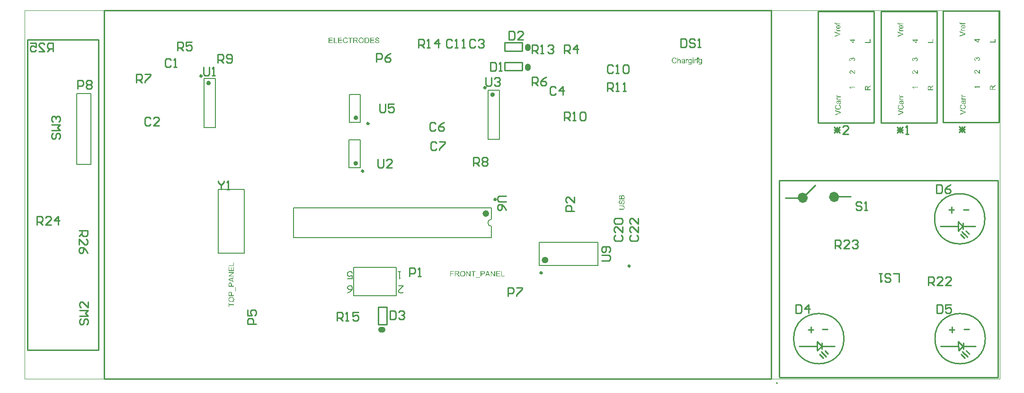
<source format=gto>
%FSLAX25Y25*%
%MOIN*%
G70*
G01*
G75*
G04:AMPARAMS|DCode=10|XSize=23.62mil|YSize=61.02mil|CornerRadius=5.91mil|HoleSize=0mil|Usage=FLASHONLY|Rotation=0.000|XOffset=0mil|YOffset=0mil|HoleType=Round|Shape=RoundedRectangle|*
%AMROUNDEDRECTD10*
21,1,0.02362,0.04921,0,0,0.0*
21,1,0.01181,0.06102,0,0,0.0*
1,1,0.01181,0.00591,-0.02461*
1,1,0.01181,-0.00591,-0.02461*
1,1,0.01181,-0.00591,0.02461*
1,1,0.01181,0.00591,0.02461*
%
%ADD10ROUNDEDRECTD10*%
%ADD11O,0.07480X0.02362*%
%ADD12O,0.01378X0.07087*%
G04:AMPARAMS|DCode=13|XSize=23.62mil|YSize=61.02mil|CornerRadius=5.91mil|HoleSize=0mil|Usage=FLASHONLY|Rotation=270.000|XOffset=0mil|YOffset=0mil|HoleType=Round|Shape=RoundedRectangle|*
%AMROUNDEDRECTD13*
21,1,0.02362,0.04921,0,0,270.0*
21,1,0.01181,0.06102,0,0,270.0*
1,1,0.01181,-0.02461,-0.00591*
1,1,0.01181,-0.02461,0.00591*
1,1,0.01181,0.02461,0.00591*
1,1,0.01181,0.02461,-0.00591*
%
%ADD13ROUNDEDRECTD13*%
%ADD14R,0.03937X0.05315*%
%ADD15R,0.04134X0.04331*%
%ADD16R,0.03150X0.01969*%
%ADD17R,0.01969X0.03150*%
%ADD18R,0.04724X0.05315*%
%ADD19R,0.05315X0.04724*%
%ADD20R,0.05709X0.04528*%
%ADD21R,0.04528X0.05709*%
%ADD22C,0.01969*%
%ADD23C,0.01500*%
%ADD24C,0.02000*%
%ADD25C,0.01300*%
%ADD26C,0.04000*%
%ADD27C,0.05000*%
%ADD28C,0.03000*%
%ADD29C,0.06500*%
%ADD30C,0.06000*%
%ADD31R,0.03500X0.07500*%
%ADD32R,0.04724X0.07087*%
%ADD33R,0.07500X0.03500*%
%ADD34R,0.05600X0.07700*%
%ADD35C,0.00100*%
%ADD36C,0.11417*%
%ADD37C,0.15354*%
%ADD38C,0.11024*%
%ADD39C,0.05906*%
%ADD40R,0.05906X0.05906*%
%ADD41C,0.06000*%
%ADD42R,0.05906X0.05906*%
%ADD43P,0.05966X8X112.5*%
%ADD44C,0.05512*%
%ADD45C,0.11811*%
%ADD46C,0.10236*%
%ADD47C,0.05000*%
%ADD48C,0.02284*%
%ADD49C,0.15700*%
%ADD50C,0.04000*%
%ADD51C,0.02000*%
%ADD52C,0.06200*%
%ADD53R,0.06693X0.12598*%
%ADD54R,0.09449X0.06496*%
%ADD55O,0.01102X0.03347*%
%ADD56R,0.03543X0.02559*%
%ADD57R,0.06102X0.05512*%
%ADD58R,0.04331X0.04134*%
%ADD59R,0.03937X0.02362*%
%ADD60C,0.04500*%
%ADD61C,0.01000*%
%ADD62C,0.02500*%
%ADD63C,0.07000*%
%ADD64C,0.03500*%
%ADD65C,0.05500*%
%ADD66R,0.07087X0.04724*%
%ADD67R,0.02756X0.01102*%
%ADD68C,0.01575*%
%ADD69C,0.02362*%
%ADD70C,0.03937*%
%ADD71C,0.00787*%
%ADD72C,0.00800*%
G36*
X-94892Y49600D02*
X-95413D01*
X-97431Y52619D01*
Y49600D01*
X-97917D01*
Y53443D01*
X-97402D01*
X-95378Y50425D01*
Y53443D01*
X-94892D01*
Y49600D01*
D02*
G37*
G36*
X-112185D02*
X-112706D01*
X-114724Y52619D01*
Y49600D01*
X-115209D01*
Y53443D01*
X-114695D01*
X-112671Y50425D01*
Y53443D01*
X-112185D01*
Y49600D01*
D02*
G37*
G36*
X-4760Y103406D02*
X-4684Y103394D01*
X-4597Y103377D01*
X-4497Y103342D01*
X-4392Y103301D01*
X-4292Y103242D01*
X-4281Y103237D01*
X-4245Y103207D01*
X-4199Y103172D01*
X-4140Y103114D01*
X-4070Y103043D01*
X-4000Y102956D01*
X-3935Y102850D01*
X-3871Y102733D01*
Y102728D01*
X-3865Y102716D01*
X-3859Y102698D01*
X-3848Y102675D01*
X-3836Y102646D01*
X-3824Y102611D01*
X-3801Y102517D01*
X-3772Y102412D01*
X-3748Y102283D01*
X-3731Y102148D01*
X-3725Y101996D01*
Y101990D01*
Y101973D01*
Y101944D01*
Y101909D01*
X-3731Y101868D01*
Y101815D01*
X-3737Y101757D01*
X-3742Y101692D01*
X-3760Y101558D01*
X-3789Y101411D01*
X-3824Y101265D01*
X-3871Y101125D01*
Y101119D01*
X-3877Y101107D01*
X-3889Y101090D01*
X-3900Y101066D01*
X-3935Y101002D01*
X-3988Y100926D01*
X-4053Y100832D01*
X-4129Y100744D01*
X-4222Y100651D01*
X-4327Y100569D01*
X-4333D01*
X-4339Y100563D01*
X-4357Y100551D01*
X-4380Y100540D01*
X-4409Y100522D01*
X-4444Y100505D01*
X-4532Y100470D01*
X-4632Y100434D01*
X-4755Y100399D01*
X-4883Y100376D01*
X-5024Y100364D01*
X-5065Y100844D01*
X-5053D01*
X-5018Y100850D01*
X-4965Y100862D01*
X-4895Y100873D01*
X-4819Y100897D01*
X-4737Y100920D01*
X-4661Y100955D01*
X-4585Y100996D01*
X-4579Y101002D01*
X-4556Y101019D01*
X-4521Y101049D01*
X-4479Y101095D01*
X-4433Y101148D01*
X-4380Y101213D01*
X-4333Y101294D01*
X-4287Y101382D01*
Y101388D01*
X-4281Y101394D01*
X-4269Y101429D01*
X-4251Y101482D01*
X-4234Y101558D01*
X-4210Y101639D01*
X-4193Y101745D01*
X-4181Y101856D01*
X-4175Y101973D01*
Y101979D01*
Y101985D01*
Y102020D01*
X-4181Y102078D01*
X-4187Y102143D01*
X-4193Y102225D01*
X-4210Y102306D01*
X-4228Y102394D01*
X-4257Y102482D01*
X-4263Y102494D01*
X-4275Y102517D01*
X-4292Y102558D01*
X-4322Y102605D01*
X-4357Y102663D01*
X-4398Y102716D01*
X-4444Y102769D01*
X-4497Y102815D01*
X-4503Y102821D01*
X-4526Y102833D01*
X-4556Y102850D01*
X-4597Y102874D01*
X-4643Y102891D01*
X-4702Y102909D01*
X-4760Y102921D01*
X-4825Y102927D01*
X-4854D01*
X-4889Y102921D01*
X-4930Y102915D01*
X-4983Y102903D01*
X-5035Y102880D01*
X-5088Y102856D01*
X-5141Y102821D01*
X-5146Y102815D01*
X-5164Y102804D01*
X-5187Y102774D01*
X-5223Y102739D01*
X-5258Y102692D01*
X-5293Y102634D01*
X-5334Y102558D01*
X-5369Y102476D01*
X-5375Y102470D01*
X-5380Y102447D01*
X-5392Y102400D01*
X-5404Y102371D01*
X-5415Y102336D01*
X-5427Y102289D01*
X-5439Y102242D01*
X-5457Y102184D01*
X-5474Y102125D01*
X-5492Y102055D01*
X-5509Y101973D01*
X-5533Y101885D01*
X-5556Y101792D01*
Y101786D01*
X-5562Y101768D01*
X-5568Y101739D01*
X-5579Y101704D01*
X-5591Y101663D01*
X-5603Y101616D01*
X-5632Y101505D01*
X-5673Y101382D01*
X-5714Y101259D01*
X-5755Y101148D01*
X-5772Y101095D01*
X-5796Y101055D01*
Y101049D01*
X-5802Y101043D01*
X-5825Y101008D01*
X-5854Y100961D01*
X-5895Y100902D01*
X-5948Y100832D01*
X-6006Y100768D01*
X-6077Y100704D01*
X-6153Y100645D01*
X-6164Y100639D01*
X-6194Y100622D01*
X-6235Y100604D01*
X-6293Y100581D01*
X-6363Y100551D01*
X-6445Y100534D01*
X-6539Y100516D01*
X-6632Y100511D01*
X-6685D01*
X-6738Y100522D01*
X-6808Y100534D01*
X-6896Y100551D01*
X-6983Y100581D01*
X-7083Y100622D01*
X-7176Y100674D01*
X-7182D01*
X-7188Y100680D01*
X-7217Y100704D01*
X-7264Y100744D01*
X-7323Y100797D01*
X-7381Y100862D01*
X-7446Y100943D01*
X-7510Y101043D01*
X-7563Y101154D01*
Y101160D01*
X-7568Y101166D01*
X-7574Y101183D01*
X-7586Y101213D01*
X-7592Y101242D01*
X-7603Y101277D01*
X-7633Y101359D01*
X-7656Y101464D01*
X-7674Y101581D01*
X-7691Y101716D01*
X-7697Y101856D01*
Y101862D01*
Y101874D01*
Y101897D01*
Y101926D01*
X-7691Y101967D01*
Y102008D01*
X-7679Y102108D01*
X-7662Y102225D01*
X-7638Y102353D01*
X-7603Y102482D01*
X-7557Y102605D01*
Y102611D01*
X-7551Y102617D01*
X-7545Y102634D01*
X-7533Y102657D01*
X-7498Y102716D01*
X-7457Y102792D01*
X-7399Y102874D01*
X-7328Y102956D01*
X-7247Y103038D01*
X-7153Y103108D01*
X-7141Y103114D01*
X-7106Y103137D01*
X-7048Y103166D01*
X-6978Y103196D01*
X-6890Y103231D01*
X-6784Y103266D01*
X-6673Y103289D01*
X-6550Y103301D01*
X-6515Y102815D01*
X-6533D01*
X-6550Y102810D01*
X-6574Y102804D01*
X-6638Y102792D01*
X-6720Y102769D01*
X-6808Y102733D01*
X-6896Y102687D01*
X-6983Y102622D01*
X-7059Y102546D01*
X-7065Y102534D01*
X-7089Y102505D01*
X-7118Y102453D01*
X-7153Y102382D01*
X-7188Y102289D01*
X-7217Y102172D01*
X-7241Y102037D01*
X-7247Y101879D01*
Y101874D01*
Y101862D01*
Y101838D01*
Y101803D01*
X-7241Y101768D01*
Y101721D01*
X-7223Y101622D01*
X-7206Y101511D01*
X-7176Y101400D01*
X-7135Y101294D01*
X-7106Y101248D01*
X-7077Y101207D01*
X-7071Y101201D01*
X-7048Y101177D01*
X-7013Y101142D01*
X-6960Y101107D01*
X-6901Y101066D01*
X-6831Y101037D01*
X-6755Y101014D01*
X-6667Y101002D01*
X-6632D01*
X-6591Y101008D01*
X-6545Y101019D01*
X-6492Y101037D01*
X-6433Y101066D01*
X-6381Y101101D01*
X-6328Y101148D01*
X-6322Y101154D01*
X-6305Y101183D01*
X-6293Y101201D01*
X-6276Y101224D01*
X-6264Y101259D01*
X-6246Y101300D01*
X-6223Y101347D01*
X-6199Y101400D01*
X-6182Y101458D01*
X-6159Y101528D01*
X-6129Y101610D01*
X-6106Y101698D01*
X-6082Y101797D01*
X-6053Y101909D01*
Y101914D01*
X-6047Y101938D01*
X-6041Y101967D01*
X-6030Y102008D01*
X-6018Y102061D01*
X-6001Y102119D01*
X-5971Y102248D01*
X-5930Y102388D01*
X-5889Y102529D01*
X-5872Y102599D01*
X-5848Y102657D01*
X-5825Y102716D01*
X-5807Y102763D01*
Y102769D01*
X-5802Y102780D01*
X-5790Y102792D01*
X-5778Y102815D01*
X-5743Y102874D01*
X-5702Y102950D01*
X-5644Y103032D01*
X-5573Y103114D01*
X-5497Y103190D01*
X-5415Y103254D01*
X-5404Y103260D01*
X-5375Y103278D01*
X-5328Y103307D01*
X-5258Y103336D01*
X-5181Y103365D01*
X-5088Y103394D01*
X-4983Y103412D01*
X-4871Y103418D01*
X-4819D01*
X-4760Y103406D01*
D02*
G37*
G36*
X236400Y165717D02*
Y165196D01*
X232557Y163704D01*
Y164260D01*
X235347Y165255D01*
X235353D01*
X235365Y165261D01*
X235382Y165266D01*
X235405Y165278D01*
X235470Y165296D01*
X235552Y165325D01*
X235651Y165360D01*
X235756Y165395D01*
X235979Y165459D01*
X235973D01*
X235967Y165465D01*
X235949Y165471D01*
X235926Y165477D01*
X235862Y165495D01*
X235780Y165518D01*
X235686Y165547D01*
X235581Y165582D01*
X235464Y165623D01*
X235347Y165664D01*
X232557Y166705D01*
Y167220D01*
X236400Y165717D01*
D02*
G37*
G36*
X-5263Y99680D02*
X-5211D01*
X-5146Y99674D01*
X-5076Y99668D01*
X-4930Y99651D01*
X-4778Y99627D01*
X-4626Y99598D01*
X-4491Y99551D01*
X-4485D01*
X-4474Y99545D01*
X-4456Y99539D01*
X-4433Y99528D01*
X-4374Y99493D01*
X-4292Y99446D01*
X-4205Y99381D01*
X-4111Y99300D01*
X-4023Y99194D01*
X-3935Y99077D01*
Y99071D01*
X-3924Y99060D01*
X-3918Y99042D01*
X-3900Y99013D01*
X-3889Y98984D01*
X-3871Y98943D01*
X-3848Y98890D01*
X-3830Y98837D01*
X-3813Y98779D01*
X-3789Y98709D01*
X-3772Y98638D01*
X-3760Y98557D01*
X-3737Y98381D01*
X-3725Y98182D01*
Y98176D01*
Y98159D01*
Y98129D01*
X-3731Y98094D01*
Y98048D01*
X-3737Y97995D01*
X-3742Y97936D01*
X-3748Y97872D01*
X-3772Y97732D01*
X-3801Y97585D01*
X-3848Y97433D01*
X-3906Y97299D01*
Y97293D01*
X-3918Y97281D01*
X-3924Y97270D01*
X-3941Y97246D01*
X-3982Y97182D01*
X-4047Y97112D01*
X-4123Y97030D01*
X-4210Y96954D01*
X-4322Y96878D01*
X-4444Y96813D01*
X-4450D01*
X-4462Y96807D01*
X-4479Y96802D01*
X-4509Y96790D01*
X-4544Y96778D01*
X-4591Y96766D01*
X-4643Y96755D01*
X-4702Y96743D01*
X-4766Y96725D01*
X-4836Y96714D01*
X-4918Y96702D01*
X-5000Y96690D01*
X-5094Y96679D01*
X-5193Y96673D01*
X-5299Y96667D01*
X-7633D01*
Y97176D01*
X-5287D01*
X-5240Y97182D01*
X-5129Y97188D01*
X-5012Y97199D01*
X-4889Y97211D01*
X-4772Y97234D01*
X-4719Y97246D01*
X-4673Y97264D01*
X-4661Y97270D01*
X-4632Y97281D01*
X-4591Y97305D01*
X-4538Y97340D01*
X-4479Y97381D01*
X-4415Y97439D01*
X-4357Y97504D01*
X-4304Y97585D01*
X-4298Y97597D01*
X-4287Y97626D01*
X-4263Y97673D01*
X-4245Y97737D01*
X-4222Y97819D01*
X-4199Y97913D01*
X-4187Y98018D01*
X-4181Y98135D01*
Y98141D01*
Y98159D01*
Y98188D01*
X-4187Y98229D01*
Y98276D01*
X-4193Y98328D01*
X-4210Y98445D01*
X-4245Y98580D01*
X-4287Y98709D01*
X-4351Y98831D01*
X-4386Y98890D01*
X-4433Y98937D01*
X-4439D01*
X-4444Y98949D01*
X-4462Y98960D01*
X-4485Y98972D01*
X-4515Y98995D01*
X-4550Y99013D01*
X-4597Y99036D01*
X-4649Y99060D01*
X-4713Y99077D01*
X-4784Y99101D01*
X-4860Y99124D01*
X-4953Y99142D01*
X-5053Y99153D01*
X-5158Y99165D01*
X-5281Y99177D01*
X-7633D01*
Y99686D01*
X-5316D01*
X-5263Y99680D01*
D02*
G37*
G36*
X-89973Y50050D02*
X-88083D01*
Y49600D01*
X-90482D01*
Y53443D01*
X-89973D01*
Y50050D01*
D02*
G37*
G36*
X-108581Y52993D02*
X-109845D01*
Y49600D01*
X-110354D01*
Y52993D01*
X-111618D01*
Y53443D01*
X-108581D01*
Y52993D01*
D02*
G37*
G36*
X-121411Y53438D02*
X-121364D01*
X-121247Y53432D01*
X-121124Y53420D01*
X-120995Y53397D01*
X-120872Y53373D01*
X-120814Y53356D01*
X-120761Y53338D01*
X-120755D01*
X-120749Y53332D01*
X-120714Y53321D01*
X-120668Y53291D01*
X-120609Y53250D01*
X-120539Y53204D01*
X-120469Y53139D01*
X-120398Y53063D01*
X-120334Y52970D01*
X-120328Y52958D01*
X-120311Y52923D01*
X-120281Y52870D01*
X-120252Y52800D01*
X-120223Y52712D01*
X-120194Y52613D01*
X-120176Y52507D01*
X-120170Y52390D01*
Y52385D01*
Y52373D01*
Y52350D01*
X-120176Y52320D01*
Y52285D01*
X-120182Y52244D01*
X-120205Y52151D01*
X-120235Y52039D01*
X-120281Y51928D01*
X-120352Y51811D01*
X-120393Y51753D01*
X-120439Y51700D01*
X-120451Y51688D01*
X-120469Y51677D01*
X-120486Y51653D01*
X-120516Y51636D01*
X-120551Y51607D01*
X-120591Y51583D01*
X-120638Y51554D01*
X-120691Y51525D01*
X-120755Y51495D01*
X-120820Y51466D01*
X-120896Y51437D01*
X-120972Y51408D01*
X-121060Y51384D01*
X-121153Y51367D01*
X-121253Y51349D01*
X-121241Y51343D01*
X-121218Y51332D01*
X-121182Y51314D01*
X-121141Y51291D01*
X-121042Y51226D01*
X-120989Y51191D01*
X-120948Y51156D01*
X-120937Y51144D01*
X-120907Y51121D01*
X-120867Y51074D01*
X-120814Y51016D01*
X-120749Y50940D01*
X-120679Y50852D01*
X-120603Y50752D01*
X-120527Y50641D01*
X-119860Y49600D01*
X-120498D01*
X-121007Y50396D01*
Y50401D01*
X-121019Y50413D01*
X-121030Y50431D01*
X-121042Y50454D01*
X-121083Y50513D01*
X-121135Y50589D01*
X-121194Y50676D01*
X-121258Y50764D01*
X-121317Y50846D01*
X-121375Y50922D01*
X-121381Y50928D01*
X-121399Y50951D01*
X-121428Y50986D01*
X-121457Y51027D01*
X-121545Y51109D01*
X-121586Y51150D01*
X-121633Y51179D01*
X-121639Y51185D01*
X-121650Y51191D01*
X-121674Y51203D01*
X-121703Y51221D01*
X-121773Y51256D01*
X-121861Y51285D01*
X-121867D01*
X-121879Y51291D01*
X-121902D01*
X-121931Y51297D01*
X-121972Y51302D01*
X-122019D01*
X-122077Y51308D01*
X-122733D01*
Y49600D01*
X-123242D01*
Y53443D01*
X-121457D01*
X-121411Y53438D01*
D02*
G37*
G36*
X-103410D02*
X-103316Y53432D01*
X-103217Y53426D01*
X-103123Y53414D01*
X-103042Y53403D01*
X-103030D01*
X-102995Y53391D01*
X-102942Y53379D01*
X-102878Y53361D01*
X-102802Y53338D01*
X-102726Y53309D01*
X-102644Y53268D01*
X-102568Y53221D01*
X-102562Y53215D01*
X-102532Y53198D01*
X-102497Y53168D01*
X-102456Y53127D01*
X-102410Y53075D01*
X-102357Y53011D01*
X-102304Y52940D01*
X-102258Y52853D01*
X-102252Y52841D01*
X-102240Y52812D01*
X-102223Y52765D01*
X-102199Y52701D01*
X-102176Y52624D01*
X-102158Y52537D01*
X-102146Y52437D01*
X-102141Y52332D01*
Y52326D01*
Y52309D01*
Y52285D01*
X-102146Y52250D01*
X-102152Y52209D01*
X-102158Y52156D01*
X-102164Y52104D01*
X-102182Y52045D01*
X-102217Y51911D01*
X-102275Y51776D01*
X-102310Y51706D01*
X-102351Y51636D01*
X-102398Y51566D01*
X-102456Y51501D01*
X-102462Y51495D01*
X-102474Y51490D01*
X-102492Y51472D01*
X-102515Y51449D01*
X-102556Y51425D01*
X-102597Y51396D01*
X-102649Y51367D01*
X-102714Y51337D01*
X-102784Y51302D01*
X-102866Y51273D01*
X-102960Y51244D01*
X-103059Y51221D01*
X-103176Y51197D01*
X-103299Y51179D01*
X-103433Y51174D01*
X-103580Y51168D01*
X-104562D01*
Y49600D01*
X-105071D01*
Y53443D01*
X-103498D01*
X-103410Y53438D01*
D02*
G37*
G36*
X-91248Y52993D02*
X-93518D01*
Y51811D01*
X-91394D01*
Y51361D01*
X-93518D01*
Y50050D01*
X-91160D01*
Y49600D01*
X-94027D01*
Y53443D01*
X-91248D01*
Y52993D01*
D02*
G37*
G36*
X-98326Y49600D02*
X-98900D01*
X-99344Y50764D01*
X-100959D01*
X-101374Y49600D01*
X-101912D01*
X-100444Y53443D01*
X-99888D01*
X-98326Y49600D01*
D02*
G37*
G36*
X257400Y214710D02*
X253557D01*
Y215219D01*
X256949D01*
Y217109D01*
X257400D01*
Y214710D01*
D02*
G37*
G36*
Y183954D02*
X256604Y183445D01*
X256598D01*
X256587Y183433D01*
X256569Y183422D01*
X256546Y183410D01*
X256487Y183369D01*
X256411Y183316D01*
X256324Y183258D01*
X256236Y183193D01*
X256154Y183135D01*
X256078Y183076D01*
X256072Y183071D01*
X256049Y183053D01*
X256013Y183024D01*
X255973Y182994D01*
X255891Y182907D01*
X255850Y182866D01*
X255820Y182819D01*
X255815Y182813D01*
X255809Y182801D01*
X255797Y182778D01*
X255780Y182749D01*
X255745Y182679D01*
X255715Y182591D01*
Y182585D01*
X255709Y182573D01*
Y182550D01*
X255703Y182521D01*
X255698Y182480D01*
Y182433D01*
X255692Y182374D01*
Y182304D01*
Y181719D01*
X257400D01*
Y181210D01*
X253557D01*
Y182913D01*
Y182918D01*
Y182936D01*
Y182959D01*
Y182994D01*
X253562Y183041D01*
Y183088D01*
X253568Y183205D01*
X253580Y183328D01*
X253603Y183457D01*
X253627Y183580D01*
X253644Y183638D01*
X253662Y183691D01*
Y183696D01*
X253668Y183702D01*
X253679Y183737D01*
X253709Y183784D01*
X253750Y183843D01*
X253796Y183913D01*
X253861Y183983D01*
X253937Y184053D01*
X254030Y184118D01*
X254042Y184124D01*
X254077Y184141D01*
X254130Y184170D01*
X254200Y184200D01*
X254288Y184229D01*
X254387Y184258D01*
X254492Y184276D01*
X254609Y184282D01*
X254650D01*
X254680Y184276D01*
X254715D01*
X254756Y184270D01*
X254849Y184246D01*
X254961Y184217D01*
X255072Y184170D01*
X255189Y184100D01*
X255247Y184059D01*
X255300Y184012D01*
X255311Y184001D01*
X255323Y183983D01*
X255347Y183966D01*
X255364Y183936D01*
X255393Y183901D01*
X255417Y183860D01*
X255446Y183814D01*
X255475Y183761D01*
X255505Y183696D01*
X255534Y183632D01*
X255563Y183556D01*
X255592Y183480D01*
X255616Y183392D01*
X255633Y183299D01*
X255651Y183199D01*
X255657Y183211D01*
X255668Y183234D01*
X255686Y183269D01*
X255709Y183310D01*
X255774Y183410D01*
X255809Y183463D01*
X255844Y183503D01*
X255856Y183515D01*
X255879Y183544D01*
X255926Y183585D01*
X255984Y183638D01*
X256060Y183702D01*
X256148Y183773D01*
X256248Y183849D01*
X256359Y183925D01*
X257400Y184591D01*
Y183954D01*
D02*
G37*
G36*
X236100Y221017D02*
Y220496D01*
X232257Y219004D01*
Y219560D01*
X235047Y220555D01*
X235053D01*
X235065Y220561D01*
X235082Y220566D01*
X235105Y220578D01*
X235170Y220596D01*
X235252Y220625D01*
X235351Y220660D01*
X235456Y220695D01*
X235679Y220759D01*
X235673D01*
X235667Y220765D01*
X235649Y220771D01*
X235626Y220777D01*
X235562Y220795D01*
X235480Y220818D01*
X235386Y220847D01*
X235281Y220882D01*
X235164Y220923D01*
X235047Y220964D01*
X232257Y222005D01*
Y222520D01*
X236100Y221017D01*
D02*
G37*
G36*
X234830Y227107D02*
Y225036D01*
X234848D01*
X234877Y225042D01*
X234907D01*
X234948Y225047D01*
X234988Y225053D01*
X235094Y225077D01*
X235205Y225112D01*
X235322Y225153D01*
X235439Y225217D01*
X235538Y225293D01*
X235550Y225305D01*
X235574Y225334D01*
X235614Y225387D01*
X235655Y225451D01*
X235702Y225539D01*
X235743Y225638D01*
X235767Y225749D01*
X235778Y225872D01*
Y225878D01*
Y225884D01*
Y225919D01*
X235772Y225966D01*
X235761Y226024D01*
X235743Y226095D01*
X235720Y226171D01*
X235690Y226247D01*
X235644Y226317D01*
X235638Y226323D01*
X235614Y226346D01*
X235585Y226381D01*
X235532Y226422D01*
X235474Y226469D01*
X235398Y226516D01*
X235304Y226563D01*
X235199Y226609D01*
X235263Y227095D01*
X235269D01*
X235281Y227089D01*
X235304Y227083D01*
X235334Y227071D01*
X235369Y227060D01*
X235410Y227042D01*
X235509Y226995D01*
X235614Y226937D01*
X235726Y226867D01*
X235837Y226773D01*
X235930Y226668D01*
Y226662D01*
X235942Y226656D01*
X235954Y226639D01*
X235965Y226609D01*
X235983Y226580D01*
X236006Y226545D01*
X236024Y226504D01*
X236047Y226451D01*
X236088Y226340D01*
X236129Y226200D01*
X236153Y226048D01*
X236164Y225872D01*
Y225866D01*
Y225843D01*
Y225814D01*
X236158Y225773D01*
X236153Y225720D01*
X236147Y225662D01*
X236135Y225597D01*
X236118Y225521D01*
X236071Y225369D01*
X236041Y225287D01*
X236006Y225211D01*
X235965Y225129D01*
X235913Y225053D01*
X235854Y224977D01*
X235790Y224907D01*
X235784Y224901D01*
X235772Y224889D01*
X235749Y224872D01*
X235720Y224854D01*
X235685Y224825D01*
X235638Y224796D01*
X235579Y224761D01*
X235515Y224731D01*
X235445Y224696D01*
X235369Y224661D01*
X235281Y224632D01*
X235187Y224609D01*
X235088Y224585D01*
X234977Y224568D01*
X234860Y224556D01*
X234737Y224550D01*
X234667D01*
X234620Y224556D01*
X234561Y224562D01*
X234491Y224568D01*
X234415Y224579D01*
X234333Y224597D01*
X234158Y224638D01*
X234070Y224667D01*
X233977Y224702D01*
X233889Y224743D01*
X233801Y224790D01*
X233719Y224843D01*
X233643Y224907D01*
X233637Y224913D01*
X233626Y224925D01*
X233608Y224942D01*
X233579Y224971D01*
X233549Y225007D01*
X233520Y225053D01*
X233485Y225100D01*
X233444Y225159D01*
X233409Y225223D01*
X233374Y225293D01*
X233345Y225369D01*
X233310Y225457D01*
X233286Y225545D01*
X233269Y225638D01*
X233257Y225738D01*
X233251Y225843D01*
Y225849D01*
Y225866D01*
Y225896D01*
X233257Y225937D01*
X233263Y225983D01*
X233269Y226042D01*
X233280Y226100D01*
X233298Y226171D01*
X233345Y226311D01*
X233374Y226387D01*
X233415Y226463D01*
X233456Y226539D01*
X233508Y226615D01*
X233567Y226685D01*
X233637Y226756D01*
X233643Y226762D01*
X233655Y226773D01*
X233678Y226791D01*
X233707Y226814D01*
X233748Y226837D01*
X233795Y226867D01*
X233848Y226902D01*
X233912Y226937D01*
X233988Y226966D01*
X234064Y227001D01*
X234152Y227031D01*
X234251Y227060D01*
X234351Y227077D01*
X234462Y227095D01*
X234579Y227107D01*
X234708Y227113D01*
X234778D01*
X234830Y227107D01*
D02*
G37*
G36*
X233842Y224258D02*
X233836Y224252D01*
X233824Y224228D01*
X233807Y224193D01*
X233789Y224152D01*
X233772Y224100D01*
X233754Y224041D01*
X233742Y223977D01*
X233737Y223913D01*
Y223907D01*
Y223889D01*
X233742Y223860D01*
X233748Y223819D01*
X233760Y223778D01*
X233778Y223731D01*
X233801Y223684D01*
X233830Y223638D01*
X233836Y223632D01*
X233848Y223620D01*
X233871Y223597D01*
X233900Y223573D01*
X233935Y223544D01*
X233982Y223515D01*
X234035Y223491D01*
X234093Y223468D01*
X234105Y223462D01*
X234134Y223456D01*
X234187Y223445D01*
X234257Y223433D01*
X234339Y223415D01*
X234433Y223404D01*
X234532Y223398D01*
X234643Y223392D01*
X236100D01*
Y222918D01*
X233315D01*
Y223345D01*
X233731D01*
X233725Y223351D01*
X233690Y223374D01*
X233637Y223404D01*
X233579Y223439D01*
X233514Y223485D01*
X233450Y223538D01*
X233391Y223585D01*
X233350Y223638D01*
X233345Y223643D01*
X233333Y223661D01*
X233321Y223690D01*
X233298Y223731D01*
X233280Y223772D01*
X233269Y223825D01*
X233257Y223883D01*
X233251Y223942D01*
Y223954D01*
Y223983D01*
X233257Y224029D01*
X233269Y224094D01*
X233292Y224164D01*
X233315Y224246D01*
X233356Y224334D01*
X233409Y224427D01*
X233842Y224258D01*
D02*
G37*
G36*
X31507Y204002D02*
X31554Y203996D01*
X31612Y203990D01*
X31677Y203984D01*
X31747Y203973D01*
X31899Y203938D01*
X32063Y203885D01*
X32145Y203850D01*
X32227Y203809D01*
X32303Y203762D01*
X32379Y203709D01*
X32385Y203704D01*
X32396Y203698D01*
X32414Y203680D01*
X32443Y203657D01*
X32472Y203627D01*
X32513Y203587D01*
X32554Y203546D01*
X32595Y203499D01*
X32642Y203440D01*
X32683Y203382D01*
X32730Y203312D01*
X32776Y203236D01*
X32818Y203159D01*
X32858Y203072D01*
X32929Y202885D01*
X32425Y202768D01*
Y202773D01*
X32420Y202785D01*
X32414Y202808D01*
X32402Y202838D01*
X32385Y202873D01*
X32367Y202914D01*
X32326Y203002D01*
X32274Y203101D01*
X32203Y203206D01*
X32127Y203300D01*
X32034Y203382D01*
X32022Y203388D01*
X31987Y203411D01*
X31934Y203440D01*
X31858Y203481D01*
X31770Y203516D01*
X31659Y203546D01*
X31536Y203569D01*
X31396Y203575D01*
X31355D01*
X31326Y203569D01*
X31285D01*
X31244Y203563D01*
X31139Y203546D01*
X31022Y203522D01*
X30899Y203481D01*
X30776Y203429D01*
X30659Y203358D01*
X30653D01*
X30647Y203347D01*
X30612Y203317D01*
X30559Y203271D01*
X30495Y203206D01*
X30431Y203124D01*
X30360Y203031D01*
X30296Y202914D01*
X30244Y202785D01*
Y202779D01*
X30238Y202768D01*
X30232Y202750D01*
X30226Y202721D01*
X30214Y202692D01*
X30208Y202651D01*
X30185Y202557D01*
X30162Y202446D01*
X30144Y202323D01*
X30132Y202188D01*
X30127Y202048D01*
Y202042D01*
Y202025D01*
Y202001D01*
Y201966D01*
X30132Y201925D01*
Y201873D01*
X30138Y201820D01*
X30144Y201761D01*
X30162Y201627D01*
X30185Y201481D01*
X30220Y201334D01*
X30267Y201194D01*
Y201188D01*
X30273Y201176D01*
X30284Y201159D01*
X30296Y201135D01*
X30325Y201065D01*
X30372Y200989D01*
X30437Y200896D01*
X30513Y200808D01*
X30600Y200720D01*
X30706Y200644D01*
X30711D01*
X30717Y200638D01*
X30735Y200626D01*
X30758Y200615D01*
X30823Y200591D01*
X30905Y200556D01*
X30998Y200527D01*
X31109Y200498D01*
X31232Y200474D01*
X31361Y200469D01*
X31402D01*
X31431Y200474D01*
X31466D01*
X31513Y200480D01*
X31612Y200498D01*
X31724Y200527D01*
X31846Y200574D01*
X31963Y200632D01*
X32080Y200714D01*
X32086Y200720D01*
X32092Y200726D01*
X32127Y200761D01*
X32180Y200820D01*
X32244Y200896D01*
X32309Y201001D01*
X32379Y201124D01*
X32437Y201276D01*
X32484Y201446D01*
X32993Y201317D01*
Y201311D01*
X32987Y201288D01*
X32976Y201258D01*
X32964Y201212D01*
X32940Y201165D01*
X32917Y201100D01*
X32893Y201036D01*
X32858Y200966D01*
X32782Y200808D01*
X32677Y200650D01*
X32560Y200498D01*
X32490Y200428D01*
X32414Y200363D01*
X32408Y200357D01*
X32396Y200352D01*
X32373Y200334D01*
X32338Y200311D01*
X32297Y200287D01*
X32250Y200258D01*
X32197Y200229D01*
X32133Y200200D01*
X32063Y200170D01*
X31987Y200141D01*
X31899Y200112D01*
X31811Y200088D01*
X31618Y200047D01*
X31513Y200042D01*
X31402Y200036D01*
X31343D01*
X31297Y200042D01*
X31244D01*
X31185Y200047D01*
X31115Y200059D01*
X31045Y200065D01*
X30881Y200100D01*
X30711Y200141D01*
X30548Y200205D01*
X30466Y200240D01*
X30390Y200287D01*
X30384Y200293D01*
X30372Y200299D01*
X30355Y200317D01*
X30325Y200334D01*
X30255Y200393D01*
X30173Y200474D01*
X30074Y200574D01*
X29980Y200703D01*
X29881Y200849D01*
X29799Y201019D01*
Y201024D01*
X29793Y201042D01*
X29781Y201065D01*
X29770Y201100D01*
X29752Y201147D01*
X29735Y201200D01*
X29717Y201258D01*
X29700Y201328D01*
X29682Y201399D01*
X29664Y201481D01*
X29629Y201656D01*
X29606Y201843D01*
X29600Y202048D01*
Y202054D01*
Y202077D01*
Y202106D01*
X29606Y202148D01*
Y202200D01*
X29612Y202264D01*
X29618Y202329D01*
X29629Y202405D01*
X29658Y202569D01*
X29694Y202744D01*
X29752Y202925D01*
X29828Y203095D01*
Y203101D01*
X29840Y203113D01*
X29851Y203136D01*
X29869Y203171D01*
X29893Y203206D01*
X29922Y203247D01*
X29998Y203347D01*
X30086Y203458D01*
X30197Y203569D01*
X30331Y203680D01*
X30477Y203774D01*
X30483D01*
X30495Y203785D01*
X30518Y203797D01*
X30554Y203809D01*
X30589Y203826D01*
X30635Y203850D01*
X30694Y203867D01*
X30752Y203891D01*
X30817Y203914D01*
X30887Y203932D01*
X31045Y203973D01*
X31220Y203996D01*
X31408Y204008D01*
X31466D01*
X31507Y204002D01*
D02*
G37*
G36*
X236400Y173404D02*
X236394Y173398D01*
X236377Y173392D01*
X236342Y173380D01*
X236301Y173363D01*
X236248Y173345D01*
X236189Y173334D01*
X236125Y173322D01*
X236049Y173310D01*
X236061Y173298D01*
X236084Y173263D01*
X236125Y173216D01*
X236172Y173146D01*
X236230Y173070D01*
X236283Y172983D01*
X236330Y172895D01*
X236371Y172801D01*
X236377Y172789D01*
X236383Y172760D01*
X236400Y172713D01*
X236418Y172649D01*
X236435Y172567D01*
X236447Y172479D01*
X236458Y172386D01*
X236464Y172281D01*
Y172275D01*
Y172263D01*
Y172239D01*
X236458Y172204D01*
Y172169D01*
X236453Y172123D01*
X236435Y172023D01*
X236412Y171906D01*
X236371Y171795D01*
X236318Y171678D01*
X236242Y171579D01*
X236230Y171567D01*
X236201Y171537D01*
X236154Y171502D01*
X236084Y171456D01*
X236002Y171409D01*
X235909Y171374D01*
X235792Y171344D01*
X235669Y171333D01*
X235634D01*
X235593Y171339D01*
X235546Y171344D01*
X235487Y171356D01*
X235423Y171368D01*
X235359Y171391D01*
X235294Y171421D01*
X235289Y171426D01*
X235265Y171438D01*
X235236Y171456D01*
X235195Y171485D01*
X235154Y171520D01*
X235107Y171567D01*
X235066Y171614D01*
X235025Y171666D01*
X235019Y171672D01*
X235008Y171695D01*
X234990Y171725D01*
X234967Y171766D01*
X234938Y171818D01*
X234914Y171871D01*
X234891Y171935D01*
X234867Y172005D01*
Y172011D01*
X234861Y172035D01*
X234856Y172064D01*
X234844Y172111D01*
X234832Y172169D01*
X234821Y172245D01*
X234809Y172327D01*
X234797Y172427D01*
Y172433D01*
X234791Y172450D01*
Y172479D01*
X234785Y172520D01*
X234780Y172567D01*
X234774Y172620D01*
X234750Y172748D01*
X234727Y172883D01*
X234703Y173023D01*
X234668Y173158D01*
X234651Y173216D01*
X234633Y173269D01*
X234616D01*
X234581Y173275D01*
X234464D01*
X234411Y173269D01*
X234352Y173257D01*
X234288Y173240D01*
X234218Y173216D01*
X234159Y173187D01*
X234107Y173140D01*
X234101Y173135D01*
X234083Y173105D01*
X234054Y173064D01*
X234025Y173006D01*
X233996Y172930D01*
X233966Y172836D01*
X233949Y172725D01*
X233943Y172602D01*
Y172596D01*
Y172590D01*
Y172573D01*
Y172550D01*
X233949Y172491D01*
X233955Y172415D01*
X233972Y172333D01*
X233990Y172257D01*
X234019Y172175D01*
X234060Y172111D01*
X234066Y172105D01*
X234083Y172087D01*
X234113Y172058D01*
X234154Y172023D01*
X234212Y171982D01*
X234282Y171947D01*
X234370Y171906D01*
X234470Y171877D01*
X234405Y171415D01*
X234399D01*
X234393Y171421D01*
X234358Y171426D01*
X234306Y171444D01*
X234236Y171461D01*
X234159Y171491D01*
X234083Y171526D01*
X234001Y171567D01*
X233931Y171619D01*
X233926Y171625D01*
X233902Y171649D01*
X233867Y171678D01*
X233826Y171725D01*
X233785Y171783D01*
X233738Y171859D01*
X233691Y171941D01*
X233650Y172035D01*
Y172041D01*
X233645Y172046D01*
X233639Y172064D01*
X233633Y172082D01*
X233621Y172140D01*
X233598Y172216D01*
X233580Y172310D01*
X233569Y172415D01*
X233557Y172538D01*
X233551Y172667D01*
Y172672D01*
Y172684D01*
Y172702D01*
Y172725D01*
X233557Y172789D01*
X233563Y172871D01*
X233574Y172965D01*
X233586Y173064D01*
X233610Y173158D01*
X233639Y173246D01*
X233645Y173257D01*
X233650Y173281D01*
X233674Y173322D01*
X233697Y173369D01*
X233727Y173421D01*
X233762Y173480D01*
X233803Y173527D01*
X233849Y173573D01*
X233855Y173579D01*
X233873Y173591D01*
X233896Y173608D01*
X233937Y173632D01*
X233984Y173655D01*
X234037Y173679D01*
X234101Y173702D01*
X234171Y173720D01*
X234177D01*
X234194Y173725D01*
X234224Y173731D01*
X234271Y173737D01*
X234329D01*
X234405Y173743D01*
X234493Y173749D01*
X235452D01*
X235587Y173755D01*
X235733D01*
X235868Y173760D01*
X235932Y173766D01*
X235985D01*
X236031Y173772D01*
X236072Y173778D01*
X236078D01*
X236102Y173784D01*
X236137Y173790D01*
X236178Y173802D01*
X236225Y173819D01*
X236283Y173842D01*
X236400Y173895D01*
Y173404D01*
D02*
G37*
G36*
X235212Y170923D02*
X235242Y170912D01*
X235289Y170900D01*
X235335Y170877D01*
X235400Y170853D01*
X235464Y170830D01*
X235534Y170795D01*
X235692Y170719D01*
X235850Y170613D01*
X236002Y170496D01*
X236072Y170426D01*
X236137Y170350D01*
X236143Y170344D01*
X236149Y170332D01*
X236166Y170309D01*
X236189Y170274D01*
X236213Y170233D01*
X236242Y170186D01*
X236271Y170133D01*
X236301Y170069D01*
X236330Y169999D01*
X236359Y169923D01*
X236388Y169835D01*
X236412Y169747D01*
X236453Y169554D01*
X236458Y169449D01*
X236464Y169338D01*
Y169332D01*
Y169309D01*
Y169279D01*
X236458Y169233D01*
Y169180D01*
X236453Y169122D01*
X236441Y169051D01*
X236435Y168981D01*
X236400Y168817D01*
X236359Y168648D01*
X236295Y168484D01*
X236260Y168402D01*
X236213Y168326D01*
X236207Y168320D01*
X236201Y168308D01*
X236184Y168291D01*
X236166Y168262D01*
X236107Y168191D01*
X236026Y168109D01*
X235926Y168010D01*
X235797Y167916D01*
X235651Y167817D01*
X235482Y167735D01*
X235476D01*
X235458Y167729D01*
X235435Y167718D01*
X235400Y167706D01*
X235353Y167688D01*
X235300Y167671D01*
X235242Y167653D01*
X235172Y167636D01*
X235101Y167618D01*
X235019Y167601D01*
X234844Y167565D01*
X234657Y167542D01*
X234452Y167536D01*
X234393D01*
X234352Y167542D01*
X234300D01*
X234236Y167548D01*
X234171Y167554D01*
X234095Y167565D01*
X233931Y167595D01*
X233756Y167630D01*
X233574Y167688D01*
X233405Y167764D01*
X233399D01*
X233387Y167776D01*
X233364Y167788D01*
X233329Y167805D01*
X233294Y167829D01*
X233253Y167858D01*
X233153Y167934D01*
X233042Y168022D01*
X232931Y168133D01*
X232820Y168267D01*
X232726Y168414D01*
Y168420D01*
X232715Y168431D01*
X232703Y168455D01*
X232691Y168490D01*
X232674Y168525D01*
X232650Y168572D01*
X232633Y168630D01*
X232609Y168689D01*
X232586Y168753D01*
X232568Y168823D01*
X232527Y168981D01*
X232504Y169157D01*
X232492Y169344D01*
Y169350D01*
Y169367D01*
Y169402D01*
X232498Y169443D01*
X232504Y169490D01*
X232510Y169548D01*
X232516Y169613D01*
X232527Y169683D01*
X232562Y169835D01*
X232615Y169999D01*
X232650Y170081D01*
X232691Y170163D01*
X232738Y170239D01*
X232790Y170315D01*
X232796Y170321D01*
X232802Y170332D01*
X232820Y170350D01*
X232843Y170379D01*
X232872Y170408D01*
X232913Y170449D01*
X232954Y170490D01*
X233001Y170531D01*
X233060Y170578D01*
X233118Y170619D01*
X233188Y170666D01*
X233264Y170713D01*
X233341Y170754D01*
X233428Y170795D01*
X233615Y170865D01*
X233732Y170362D01*
X233727D01*
X233715Y170356D01*
X233691Y170350D01*
X233662Y170338D01*
X233627Y170321D01*
X233586Y170303D01*
X233498Y170262D01*
X233399Y170210D01*
X233294Y170139D01*
X233200Y170063D01*
X233118Y169970D01*
X233112Y169958D01*
X233089Y169923D01*
X233060Y169870D01*
X233019Y169794D01*
X232984Y169706D01*
X232954Y169595D01*
X232931Y169473D01*
X232925Y169332D01*
Y169326D01*
Y169315D01*
Y169291D01*
X232931Y169262D01*
Y169221D01*
X232937Y169180D01*
X232954Y169075D01*
X232978Y168958D01*
X233019Y168835D01*
X233071Y168712D01*
X233142Y168595D01*
Y168589D01*
X233153Y168583D01*
X233183Y168548D01*
X233229Y168496D01*
X233294Y168431D01*
X233376Y168367D01*
X233469Y168297D01*
X233586Y168232D01*
X233715Y168180D01*
X233721D01*
X233732Y168174D01*
X233750Y168168D01*
X233779Y168162D01*
X233808Y168150D01*
X233849Y168145D01*
X233943Y168121D01*
X234054Y168098D01*
X234177Y168080D01*
X234312Y168069D01*
X234452Y168063D01*
X234534D01*
X234575Y168069D01*
X234627D01*
X234680Y168074D01*
X234739Y168080D01*
X234873Y168098D01*
X235019Y168121D01*
X235166Y168156D01*
X235306Y168203D01*
X235312D01*
X235324Y168209D01*
X235341Y168221D01*
X235365Y168232D01*
X235435Y168262D01*
X235511Y168308D01*
X235604Y168373D01*
X235692Y168449D01*
X235780Y168536D01*
X235856Y168642D01*
Y168648D01*
X235862Y168654D01*
X235874Y168671D01*
X235885Y168694D01*
X235909Y168759D01*
X235944Y168841D01*
X235973Y168934D01*
X236002Y169045D01*
X236026Y169168D01*
X236031Y169297D01*
Y169303D01*
Y169315D01*
Y169338D01*
X236026Y169367D01*
Y169402D01*
X236020Y169449D01*
X236002Y169548D01*
X235973Y169660D01*
X235926Y169782D01*
X235868Y169899D01*
X235786Y170017D01*
X235780Y170022D01*
X235774Y170028D01*
X235739Y170063D01*
X235681Y170116D01*
X235604Y170180D01*
X235499Y170245D01*
X235376Y170315D01*
X235224Y170373D01*
X235054Y170420D01*
X235183Y170929D01*
X235189D01*
X235212Y170923D01*
D02*
G37*
G36*
X44769Y203405D02*
X44295D01*
Y203943D01*
X44769D01*
Y203405D01*
D02*
G37*
G36*
X234142Y177598D02*
X234136Y177592D01*
X234124Y177569D01*
X234107Y177534D01*
X234089Y177493D01*
X234072Y177440D01*
X234054Y177382D01*
X234043Y177317D01*
X234037Y177253D01*
Y177247D01*
Y177230D01*
X234043Y177200D01*
X234048Y177159D01*
X234060Y177118D01*
X234078Y177072D01*
X234101Y177025D01*
X234130Y176978D01*
X234136Y176972D01*
X234148Y176961D01*
X234171Y176937D01*
X234200Y176914D01*
X234236Y176884D01*
X234282Y176855D01*
X234335Y176832D01*
X234393Y176808D01*
X234405Y176803D01*
X234434Y176797D01*
X234487Y176785D01*
X234557Y176773D01*
X234639Y176756D01*
X234733Y176744D01*
X234832Y176738D01*
X234943Y176732D01*
X236400D01*
Y176259D01*
X233615D01*
Y176686D01*
X234031D01*
X234025Y176691D01*
X233990Y176715D01*
X233937Y176744D01*
X233879Y176779D01*
X233814Y176826D01*
X233750Y176879D01*
X233691Y176925D01*
X233650Y176978D01*
X233645Y176984D01*
X233633Y177001D01*
X233621Y177031D01*
X233598Y177072D01*
X233580Y177113D01*
X233569Y177165D01*
X233557Y177224D01*
X233551Y177282D01*
Y177294D01*
Y177323D01*
X233557Y177370D01*
X233569Y177434D01*
X233592Y177505D01*
X233615Y177586D01*
X233656Y177674D01*
X233709Y177768D01*
X234142Y177598D01*
D02*
G37*
G36*
Y175814D02*
X234136Y175808D01*
X234124Y175785D01*
X234107Y175750D01*
X234089Y175709D01*
X234072Y175656D01*
X234054Y175597D01*
X234043Y175533D01*
X234037Y175469D01*
Y175463D01*
Y175445D01*
X234043Y175416D01*
X234048Y175375D01*
X234060Y175334D01*
X234078Y175287D01*
X234101Y175241D01*
X234130Y175194D01*
X234136Y175188D01*
X234148Y175176D01*
X234171Y175153D01*
X234200Y175129D01*
X234236Y175100D01*
X234282Y175071D01*
X234335Y175048D01*
X234393Y175024D01*
X234405Y175018D01*
X234434Y175012D01*
X234487Y175001D01*
X234557Y174989D01*
X234639Y174971D01*
X234733Y174960D01*
X234832Y174954D01*
X234943Y174948D01*
X236400D01*
Y174474D01*
X233615D01*
Y174901D01*
X234031D01*
X234025Y174907D01*
X233990Y174931D01*
X233937Y174960D01*
X233879Y174995D01*
X233814Y175042D01*
X233750Y175094D01*
X233691Y175141D01*
X233650Y175194D01*
X233645Y175200D01*
X233633Y175217D01*
X233621Y175246D01*
X233598Y175287D01*
X233580Y175328D01*
X233569Y175381D01*
X233557Y175440D01*
X233551Y175498D01*
Y175510D01*
Y175539D01*
X233557Y175586D01*
X233569Y175650D01*
X233592Y175720D01*
X233615Y175802D01*
X233656Y175890D01*
X233709Y175984D01*
X234142Y175814D01*
D02*
G37*
G36*
X-123908Y52993D02*
X-125991D01*
Y51794D01*
X-124189D01*
Y51343D01*
X-125991D01*
Y49600D01*
X-126500D01*
Y53443D01*
X-123908D01*
Y52993D01*
D02*
G37*
G36*
X-189080Y218202D02*
X-189033D01*
X-188974Y218196D01*
X-188916Y218184D01*
X-188846Y218179D01*
X-188699Y218143D01*
X-188536Y218097D01*
X-188372Y218038D01*
X-188290Y217997D01*
X-188208Y217950D01*
X-188202D01*
X-188190Y217939D01*
X-188167Y217927D01*
X-188138Y217904D01*
X-188103Y217880D01*
X-188062Y217845D01*
X-187968Y217769D01*
X-187863Y217670D01*
X-187752Y217547D01*
X-187652Y217406D01*
X-187559Y217243D01*
Y217237D01*
X-187547Y217219D01*
X-187535Y217196D01*
X-187524Y217161D01*
X-187506Y217120D01*
X-187488Y217067D01*
X-187465Y217009D01*
X-187442Y216944D01*
X-187424Y216868D01*
X-187401Y216792D01*
X-187366Y216617D01*
X-187342Y216424D01*
X-187330Y216213D01*
Y216207D01*
Y216190D01*
Y216154D01*
X-187336Y216113D01*
Y216061D01*
X-187342Y216002D01*
X-187348Y215938D01*
X-187360Y215862D01*
X-187389Y215698D01*
X-187430Y215523D01*
X-187488Y215341D01*
X-187570Y215166D01*
Y215160D01*
X-187582Y215148D01*
X-187594Y215125D01*
X-187611Y215090D01*
X-187641Y215055D01*
X-187670Y215008D01*
X-187740Y214908D01*
X-187834Y214797D01*
X-187951Y214680D01*
X-188085Y214569D01*
X-188237Y214470D01*
X-188243D01*
X-188255Y214458D01*
X-188278Y214446D01*
X-188313Y214435D01*
X-188354Y214417D01*
X-188401Y214394D01*
X-188454Y214376D01*
X-188518Y214353D01*
X-188653Y214312D01*
X-188811Y214271D01*
X-188986Y214247D01*
X-189167Y214236D01*
X-189220D01*
X-189261Y214242D01*
X-189308D01*
X-189360Y214247D01*
X-189425Y214259D01*
X-189495Y214271D01*
X-189641Y214300D01*
X-189805Y214347D01*
X-189975Y214411D01*
X-190057Y214446D01*
X-190139Y214493D01*
X-190144Y214499D01*
X-190156Y214505D01*
X-190180Y214522D01*
X-190209Y214540D01*
X-190244Y214569D01*
X-190285Y214598D01*
X-190378Y214680D01*
X-190484Y214786D01*
X-190595Y214903D01*
X-190694Y215049D01*
X-190788Y215207D01*
Y215213D01*
X-190800Y215230D01*
X-190805Y215253D01*
X-190823Y215289D01*
X-190841Y215330D01*
X-190858Y215376D01*
X-190876Y215435D01*
X-190893Y215499D01*
X-190917Y215569D01*
X-190934Y215640D01*
X-190969Y215804D01*
X-190993Y215979D01*
X-191004Y216166D01*
Y216178D01*
Y216207D01*
X-190998Y216260D01*
Y216324D01*
X-190987Y216406D01*
X-190975Y216500D01*
X-190963Y216599D01*
X-190940Y216716D01*
X-190911Y216833D01*
X-190882Y216956D01*
X-190841Y217079D01*
X-190788Y217202D01*
X-190729Y217324D01*
X-190665Y217447D01*
X-190583Y217558D01*
X-190495Y217664D01*
X-190490Y217670D01*
X-190472Y217687D01*
X-190443Y217716D01*
X-190402Y217752D01*
X-190349Y217793D01*
X-190291Y217833D01*
X-190220Y217886D01*
X-190139Y217939D01*
X-190045Y217986D01*
X-189945Y218038D01*
X-189834Y218079D01*
X-189717Y218126D01*
X-189594Y218155D01*
X-189460Y218184D01*
X-189314Y218202D01*
X-189167Y218208D01*
X-189115D01*
X-189080Y218202D01*
D02*
G37*
G36*
X-278665Y56987D02*
X-282509D01*
Y57496D01*
X-279116D01*
Y59386D01*
X-278665D01*
Y56987D01*
D02*
G37*
G36*
X-209221Y217693D02*
X-211491D01*
Y216511D01*
X-209367D01*
Y216061D01*
X-211491D01*
Y214751D01*
X-209134D01*
Y214300D01*
X-212000D01*
Y218143D01*
X-209221D01*
Y217693D01*
D02*
G37*
G36*
X-202658D02*
X-204927D01*
Y216511D01*
X-202804D01*
Y216061D01*
X-204927D01*
Y214751D01*
X-202570D01*
Y214300D01*
X-205436D01*
Y218143D01*
X-202658D01*
Y217693D01*
D02*
G37*
G36*
X-207946Y214751D02*
X-206056D01*
Y214300D01*
X-208455D01*
Y218143D01*
X-207946D01*
Y214751D01*
D02*
G37*
G36*
X-278665Y53442D02*
X-282509D01*
Y56221D01*
X-282058D01*
Y53951D01*
X-280876D01*
Y56075D01*
X-280426D01*
Y53951D01*
X-279116D01*
Y56309D01*
X-278665D01*
Y53442D01*
D02*
G37*
G36*
X-281315Y45322D02*
X-281274Y45317D01*
X-281222Y45311D01*
X-281169Y45305D01*
X-281111Y45287D01*
X-280976Y45252D01*
X-280841Y45194D01*
X-280771Y45159D01*
X-280701Y45118D01*
X-280631Y45071D01*
X-280567Y45012D01*
X-280561Y45006D01*
X-280555Y44995D01*
X-280537Y44977D01*
X-280514Y44954D01*
X-280490Y44913D01*
X-280461Y44872D01*
X-280432Y44819D01*
X-280403Y44755D01*
X-280368Y44685D01*
X-280338Y44603D01*
X-280309Y44509D01*
X-280286Y44410D01*
X-280262Y44293D01*
X-280245Y44170D01*
X-280239Y44035D01*
X-280233Y43889D01*
Y42906D01*
X-278665D01*
Y42397D01*
X-282509D01*
Y43842D01*
Y43848D01*
Y43860D01*
Y43877D01*
Y43907D01*
Y43971D01*
X-282503Y44059D01*
X-282497Y44152D01*
X-282491Y44252D01*
X-282479Y44345D01*
X-282468Y44427D01*
Y44433D01*
Y44439D01*
X-282456Y44474D01*
X-282444Y44527D01*
X-282427Y44591D01*
X-282403Y44667D01*
X-282374Y44743D01*
X-282333Y44825D01*
X-282286Y44901D01*
X-282280Y44907D01*
X-282263Y44936D01*
X-282234Y44971D01*
X-282193Y45012D01*
X-282140Y45059D01*
X-282076Y45112D01*
X-282006Y45164D01*
X-281918Y45211D01*
X-281906Y45217D01*
X-281877Y45229D01*
X-281830Y45246D01*
X-281766Y45270D01*
X-281690Y45293D01*
X-281602Y45311D01*
X-281503Y45322D01*
X-281397Y45328D01*
X-281350D01*
X-281315Y45322D01*
D02*
G37*
G36*
X-277601Y38917D02*
X-277940D01*
Y42041D01*
X-277601D01*
Y38917D01*
D02*
G37*
G36*
X-281315Y38759D02*
X-281274Y38753D01*
X-281222Y38747D01*
X-281169Y38741D01*
X-281111Y38724D01*
X-280976Y38688D01*
X-280841Y38630D01*
X-280771Y38595D01*
X-280701Y38554D01*
X-280631Y38507D01*
X-280567Y38449D01*
X-280561Y38443D01*
X-280555Y38431D01*
X-280537Y38414D01*
X-280514Y38390D01*
X-280490Y38349D01*
X-280461Y38308D01*
X-280432Y38256D01*
X-280403Y38191D01*
X-280368Y38121D01*
X-280338Y38039D01*
X-280309Y37946D01*
X-280286Y37846D01*
X-280262Y37729D01*
X-280245Y37606D01*
X-280239Y37472D01*
X-280233Y37326D01*
Y36343D01*
X-278665D01*
Y35834D01*
X-282509D01*
Y37279D01*
Y37284D01*
Y37296D01*
Y37314D01*
Y37343D01*
Y37407D01*
X-282503Y37495D01*
X-282497Y37589D01*
X-282491Y37688D01*
X-282479Y37782D01*
X-282468Y37864D01*
Y37870D01*
Y37875D01*
X-282456Y37910D01*
X-282444Y37963D01*
X-282427Y38027D01*
X-282403Y38104D01*
X-282374Y38180D01*
X-282333Y38262D01*
X-282286Y38337D01*
X-282280Y38343D01*
X-282263Y38373D01*
X-282234Y38408D01*
X-282193Y38449D01*
X-282140Y38495D01*
X-282076Y38548D01*
X-282006Y38601D01*
X-281918Y38648D01*
X-281906Y38653D01*
X-281877Y38665D01*
X-281830Y38683D01*
X-281766Y38706D01*
X-281690Y38730D01*
X-281602Y38747D01*
X-281503Y38759D01*
X-281397Y38765D01*
X-281350D01*
X-281315Y38759D01*
D02*
G37*
G36*
X-278665Y52056D02*
X-281684Y50037D01*
X-278665D01*
Y49552D01*
X-282509D01*
Y50067D01*
X-279490Y52091D01*
X-282509D01*
Y52576D01*
X-278665D01*
Y52056D01*
D02*
G37*
G36*
Y48569D02*
X-279829Y48125D01*
Y46510D01*
X-278665Y46095D01*
Y45556D01*
X-282509Y47025D01*
Y47581D01*
X-278665Y49143D01*
Y48569D01*
D02*
G37*
G36*
X-200107Y218202D02*
X-200060Y218196D01*
X-200002Y218190D01*
X-199937Y218184D01*
X-199867Y218173D01*
X-199715Y218138D01*
X-199551Y218085D01*
X-199469Y218050D01*
X-199387Y218009D01*
X-199311Y217962D01*
X-199235Y217910D01*
X-199229Y217904D01*
X-199218Y217898D01*
X-199200Y217880D01*
X-199171Y217857D01*
X-199142Y217828D01*
X-199101Y217787D01*
X-199060Y217746D01*
X-199019Y217699D01*
X-198972Y217640D01*
X-198931Y217582D01*
X-198884Y217512D01*
X-198837Y217436D01*
X-198797Y217359D01*
X-198756Y217272D01*
X-198685Y217085D01*
X-199188Y216968D01*
Y216973D01*
X-199194Y216985D01*
X-199200Y217009D01*
X-199212Y217038D01*
X-199229Y217073D01*
X-199247Y217114D01*
X-199288Y217202D01*
X-199341Y217301D01*
X-199411Y217406D01*
X-199487Y217500D01*
X-199580Y217582D01*
X-199592Y217588D01*
X-199627Y217611D01*
X-199680Y217640D01*
X-199756Y217681D01*
X-199844Y217716D01*
X-199955Y217746D01*
X-200078Y217769D01*
X-200218Y217775D01*
X-200259D01*
X-200288Y217769D01*
X-200329D01*
X-200370Y217763D01*
X-200476Y217746D01*
X-200592Y217722D01*
X-200715Y217681D01*
X-200838Y217629D01*
X-200955Y217558D01*
X-200961D01*
X-200967Y217547D01*
X-201002Y217517D01*
X-201055Y217471D01*
X-201119Y217406D01*
X-201183Y217324D01*
X-201254Y217231D01*
X-201318Y217114D01*
X-201371Y216985D01*
Y216979D01*
X-201376Y216968D01*
X-201382Y216950D01*
X-201388Y216921D01*
X-201400Y216892D01*
X-201406Y216851D01*
X-201429Y216757D01*
X-201452Y216646D01*
X-201470Y216523D01*
X-201482Y216389D01*
X-201488Y216248D01*
Y216242D01*
Y216225D01*
Y216201D01*
Y216166D01*
X-201482Y216125D01*
Y216073D01*
X-201476Y216020D01*
X-201470Y215961D01*
X-201452Y215827D01*
X-201429Y215681D01*
X-201394Y215534D01*
X-201347Y215394D01*
Y215388D01*
X-201341Y215376D01*
X-201330Y215359D01*
X-201318Y215335D01*
X-201289Y215265D01*
X-201242Y215189D01*
X-201178Y215096D01*
X-201101Y215008D01*
X-201014Y214920D01*
X-200908Y214844D01*
X-200903D01*
X-200897Y214838D01*
X-200879Y214826D01*
X-200856Y214815D01*
X-200791Y214791D01*
X-200710Y214756D01*
X-200616Y214727D01*
X-200505Y214698D01*
X-200382Y214674D01*
X-200253Y214669D01*
X-200212D01*
X-200183Y214674D01*
X-200148D01*
X-200101Y214680D01*
X-200002Y214698D01*
X-199890Y214727D01*
X-199768Y214774D01*
X-199651Y214832D01*
X-199534Y214914D01*
X-199528Y214920D01*
X-199522Y214926D01*
X-199487Y214961D01*
X-199434Y215019D01*
X-199370Y215096D01*
X-199305Y215201D01*
X-199235Y215324D01*
X-199177Y215476D01*
X-199130Y215646D01*
X-198621Y215517D01*
Y215511D01*
X-198627Y215488D01*
X-198639Y215458D01*
X-198650Y215411D01*
X-198674Y215365D01*
X-198697Y215300D01*
X-198721Y215236D01*
X-198756Y215166D01*
X-198832Y215008D01*
X-198937Y214850D01*
X-199054Y214698D01*
X-199124Y214628D01*
X-199200Y214563D01*
X-199206Y214557D01*
X-199218Y214551D01*
X-199241Y214534D01*
X-199276Y214511D01*
X-199317Y214487D01*
X-199364Y214458D01*
X-199417Y214429D01*
X-199481Y214399D01*
X-199551Y214370D01*
X-199627Y214341D01*
X-199715Y214312D01*
X-199803Y214288D01*
X-199996Y214247D01*
X-200101Y214242D01*
X-200212Y214236D01*
X-200271D01*
X-200318Y214242D01*
X-200370D01*
X-200429Y214247D01*
X-200499Y214259D01*
X-200569Y214265D01*
X-200733Y214300D01*
X-200903Y214341D01*
X-201066Y214405D01*
X-201148Y214440D01*
X-201224Y214487D01*
X-201230Y214493D01*
X-201242Y214499D01*
X-201259Y214516D01*
X-201289Y214534D01*
X-201359Y214593D01*
X-201441Y214674D01*
X-201540Y214774D01*
X-201634Y214903D01*
X-201733Y215049D01*
X-201815Y215218D01*
Y215224D01*
X-201821Y215242D01*
X-201833Y215265D01*
X-201844Y215300D01*
X-201862Y215347D01*
X-201880Y215400D01*
X-201897Y215458D01*
X-201915Y215528D01*
X-201932Y215599D01*
X-201950Y215681D01*
X-201985Y215856D01*
X-202008Y216043D01*
X-202014Y216248D01*
Y216254D01*
Y216277D01*
Y216307D01*
X-202008Y216348D01*
Y216400D01*
X-202002Y216464D01*
X-201996Y216529D01*
X-201985Y216605D01*
X-201956Y216769D01*
X-201921Y216944D01*
X-201862Y217126D01*
X-201786Y217295D01*
Y217301D01*
X-201774Y217313D01*
X-201763Y217336D01*
X-201745Y217371D01*
X-201722Y217406D01*
X-201692Y217447D01*
X-201616Y217547D01*
X-201529Y217658D01*
X-201417Y217769D01*
X-201283Y217880D01*
X-201137Y217974D01*
X-201131D01*
X-201119Y217986D01*
X-201096Y217997D01*
X-201061Y218009D01*
X-201025Y218026D01*
X-200979Y218050D01*
X-200920Y218067D01*
X-200862Y218091D01*
X-200797Y218114D01*
X-200727Y218132D01*
X-200569Y218173D01*
X-200394Y218196D01*
X-200206Y218208D01*
X-200148D01*
X-200107Y218202D01*
D02*
G37*
G36*
X-4801Y106986D02*
X-4737Y106981D01*
X-4661Y106963D01*
X-4573Y106946D01*
X-4485Y106916D01*
X-4398Y106875D01*
X-4386Y106869D01*
X-4357Y106858D01*
X-4316Y106828D01*
X-4263Y106799D01*
X-4205Y106758D01*
X-4146Y106711D01*
X-4088Y106653D01*
X-4035Y106595D01*
X-4029Y106589D01*
X-4017Y106565D01*
X-3994Y106530D01*
X-3965Y106477D01*
X-3935Y106419D01*
X-3906Y106343D01*
X-3877Y106261D01*
X-3848Y106173D01*
Y106162D01*
X-3836Y106126D01*
X-3830Y106074D01*
X-3819Y106004D01*
X-3807Y105910D01*
X-3801Y105805D01*
X-3789Y105688D01*
Y105553D01*
Y104091D01*
X-7633D01*
Y105530D01*
Y105536D01*
Y105547D01*
Y105571D01*
Y105600D01*
X-7627Y105641D01*
Y105682D01*
X-7621Y105781D01*
X-7603Y105893D01*
X-7586Y106009D01*
X-7557Y106126D01*
X-7516Y106232D01*
Y106238D01*
X-7510Y106244D01*
X-7492Y106279D01*
X-7463Y106325D01*
X-7428Y106384D01*
X-7375Y106454D01*
X-7311Y106524D01*
X-7241Y106589D01*
X-7153Y106653D01*
X-7141Y106659D01*
X-7112Y106676D01*
X-7059Y106700D01*
X-6995Y106729D01*
X-6919Y106758D01*
X-6837Y106782D01*
X-6743Y106799D01*
X-6644Y106805D01*
X-6603D01*
X-6556Y106799D01*
X-6492Y106788D01*
X-6422Y106770D01*
X-6346Y106747D01*
X-6258Y106717D01*
X-6176Y106670D01*
X-6164Y106665D01*
X-6141Y106647D01*
X-6100Y106612D01*
X-6053Y106571D01*
X-5995Y106513D01*
X-5942Y106442D01*
X-5883Y106360D01*
X-5831Y106261D01*
Y106267D01*
X-5825Y106279D01*
X-5819Y106296D01*
X-5813Y106319D01*
X-5784Y106384D01*
X-5749Y106460D01*
X-5696Y106548D01*
X-5638Y106635D01*
X-5568Y106723D01*
X-5480Y106799D01*
X-5468Y106805D01*
X-5439Y106828D01*
X-5386Y106858D01*
X-5316Y106899D01*
X-5228Y106934D01*
X-5135Y106963D01*
X-5024Y106986D01*
X-4901Y106992D01*
X-4854D01*
X-4801Y106986D01*
D02*
G37*
G36*
X-177789Y218202D02*
X-177748D01*
X-177649Y218190D01*
X-177532Y218173D01*
X-177403Y218149D01*
X-177274Y218114D01*
X-177152Y218067D01*
X-177146D01*
X-177140Y218061D01*
X-177122Y218056D01*
X-177099Y218044D01*
X-177040Y218009D01*
X-176964Y217968D01*
X-176882Y217910D01*
X-176801Y217839D01*
X-176719Y217757D01*
X-176648Y217664D01*
X-176643Y217652D01*
X-176619Y217617D01*
X-176590Y217558D01*
X-176561Y217488D01*
X-176526Y217401D01*
X-176490Y217295D01*
X-176467Y217184D01*
X-176455Y217061D01*
X-176941Y217026D01*
Y217032D01*
Y217044D01*
X-176947Y217061D01*
X-176953Y217085D01*
X-176964Y217149D01*
X-176988Y217231D01*
X-177023Y217319D01*
X-177070Y217406D01*
X-177134Y217494D01*
X-177210Y217570D01*
X-177222Y217576D01*
X-177251Y217599D01*
X-177304Y217629D01*
X-177374Y217664D01*
X-177468Y217699D01*
X-177584Y217728D01*
X-177719Y217752D01*
X-177877Y217757D01*
X-177953D01*
X-177988Y217752D01*
X-178035D01*
X-178134Y217734D01*
X-178245Y217716D01*
X-178357Y217687D01*
X-178462Y217646D01*
X-178509Y217617D01*
X-178550Y217588D01*
X-178556Y217582D01*
X-178579Y217558D01*
X-178614Y217523D01*
X-178649Y217471D01*
X-178690Y217412D01*
X-178719Y217342D01*
X-178743Y217266D01*
X-178754Y217178D01*
Y217166D01*
Y217143D01*
X-178749Y217102D01*
X-178737Y217055D01*
X-178719Y217003D01*
X-178690Y216944D01*
X-178655Y216892D01*
X-178608Y216839D01*
X-178602Y216833D01*
X-178573Y216815D01*
X-178556Y216804D01*
X-178532Y216786D01*
X-178497Y216775D01*
X-178456Y216757D01*
X-178409Y216734D01*
X-178357Y216710D01*
X-178298Y216693D01*
X-178228Y216669D01*
X-178146Y216640D01*
X-178058Y216617D01*
X-177959Y216593D01*
X-177848Y216564D01*
X-177842D01*
X-177819Y216558D01*
X-177789Y216552D01*
X-177748Y216541D01*
X-177696Y216529D01*
X-177637Y216511D01*
X-177508Y216482D01*
X-177368Y216441D01*
X-177228Y216400D01*
X-177157Y216383D01*
X-177099Y216359D01*
X-177040Y216336D01*
X-176994Y216318D01*
X-176988D01*
X-176976Y216312D01*
X-176964Y216301D01*
X-176941Y216289D01*
X-176882Y216254D01*
X-176806Y216213D01*
X-176725Y216154D01*
X-176643Y216084D01*
X-176567Y216008D01*
X-176502Y215926D01*
X-176496Y215915D01*
X-176479Y215885D01*
X-176450Y215839D01*
X-176420Y215768D01*
X-176391Y215692D01*
X-176362Y215599D01*
X-176344Y215493D01*
X-176338Y215382D01*
Y215376D01*
Y215371D01*
Y215353D01*
Y215330D01*
X-176350Y215271D01*
X-176362Y215195D01*
X-176379Y215107D01*
X-176415Y215008D01*
X-176455Y214903D01*
X-176514Y214803D01*
X-176520Y214791D01*
X-176549Y214756D01*
X-176584Y214709D01*
X-176643Y214651D01*
X-176713Y214581D01*
X-176801Y214511D01*
X-176906Y214446D01*
X-177023Y214382D01*
X-177029D01*
X-177040Y214376D01*
X-177058Y214370D01*
X-177081Y214358D01*
X-177111Y214347D01*
X-177146Y214335D01*
X-177239Y214312D01*
X-177345Y214282D01*
X-177473Y214259D01*
X-177608Y214242D01*
X-177760Y214236D01*
X-177848D01*
X-177889Y214242D01*
X-177941D01*
X-178000Y214247D01*
X-178064Y214253D01*
X-178199Y214271D01*
X-178345Y214300D01*
X-178491Y214335D01*
X-178632Y214382D01*
X-178637D01*
X-178649Y214388D01*
X-178667Y214399D01*
X-178690Y214411D01*
X-178754Y214446D01*
X-178831Y214499D01*
X-178924Y214563D01*
X-179012Y214639D01*
X-179105Y214733D01*
X-179187Y214838D01*
Y214844D01*
X-179193Y214850D01*
X-179205Y214867D01*
X-179217Y214891D01*
X-179234Y214920D01*
X-179252Y214955D01*
X-179287Y215043D01*
X-179322Y215142D01*
X-179357Y215265D01*
X-179380Y215394D01*
X-179392Y215534D01*
X-178912Y215575D01*
Y215569D01*
Y215564D01*
X-178907Y215528D01*
X-178895Y215476D01*
X-178883Y215406D01*
X-178860Y215330D01*
X-178836Y215248D01*
X-178801Y215172D01*
X-178760Y215096D01*
X-178754Y215090D01*
X-178737Y215066D01*
X-178708Y215031D01*
X-178661Y214990D01*
X-178608Y214944D01*
X-178544Y214891D01*
X-178462Y214844D01*
X-178374Y214797D01*
X-178368D01*
X-178363Y214791D01*
X-178327Y214780D01*
X-178275Y214762D01*
X-178199Y214745D01*
X-178117Y214721D01*
X-178012Y214704D01*
X-177900Y214692D01*
X-177783Y214686D01*
X-177737D01*
X-177678Y214692D01*
X-177614Y214698D01*
X-177532Y214704D01*
X-177450Y214721D01*
X-177362Y214739D01*
X-177274Y214768D01*
X-177263Y214774D01*
X-177239Y214786D01*
X-177198Y214803D01*
X-177152Y214832D01*
X-177093Y214867D01*
X-177040Y214908D01*
X-176988Y214955D01*
X-176941Y215008D01*
X-176935Y215014D01*
X-176923Y215037D01*
X-176906Y215066D01*
X-176882Y215107D01*
X-176865Y215154D01*
X-176847Y215213D01*
X-176836Y215271D01*
X-176830Y215335D01*
Y215341D01*
Y215365D01*
X-176836Y215400D01*
X-176841Y215441D01*
X-176853Y215493D01*
X-176877Y215546D01*
X-176900Y215599D01*
X-176935Y215651D01*
X-176941Y215657D01*
X-176953Y215675D01*
X-176982Y215698D01*
X-177017Y215733D01*
X-177064Y215768D01*
X-177122Y215804D01*
X-177198Y215844D01*
X-177280Y215880D01*
X-177286Y215885D01*
X-177310Y215891D01*
X-177356Y215903D01*
X-177385Y215915D01*
X-177421Y215926D01*
X-177468Y215938D01*
X-177514Y215950D01*
X-177573Y215967D01*
X-177631Y215985D01*
X-177701Y216002D01*
X-177783Y216020D01*
X-177871Y216043D01*
X-177965Y216067D01*
X-177971D01*
X-177988Y216073D01*
X-178017Y216078D01*
X-178052Y216090D01*
X-178093Y216102D01*
X-178140Y216113D01*
X-178251Y216143D01*
X-178374Y216184D01*
X-178497Y216225D01*
X-178608Y216266D01*
X-178661Y216283D01*
X-178702Y216307D01*
X-178708D01*
X-178714Y216312D01*
X-178749Y216336D01*
X-178795Y216365D01*
X-178854Y216406D01*
X-178924Y216459D01*
X-178988Y216517D01*
X-179053Y216587D01*
X-179111Y216663D01*
X-179117Y216675D01*
X-179135Y216704D01*
X-179152Y216745D01*
X-179176Y216804D01*
X-179205Y216874D01*
X-179223Y216956D01*
X-179240Y217050D01*
X-179246Y217143D01*
Y217149D01*
Y217155D01*
Y217172D01*
Y217196D01*
X-179234Y217248D01*
X-179223Y217319D01*
X-179205Y217406D01*
X-179176Y217494D01*
X-179135Y217594D01*
X-179082Y217687D01*
Y217693D01*
X-179076Y217699D01*
X-179053Y217728D01*
X-179012Y217775D01*
X-178959Y217833D01*
X-178895Y217892D01*
X-178813Y217956D01*
X-178714Y218021D01*
X-178602Y218073D01*
X-178596D01*
X-178591Y218079D01*
X-178573Y218085D01*
X-178544Y218097D01*
X-178515Y218103D01*
X-178480Y218114D01*
X-178398Y218143D01*
X-178292Y218167D01*
X-178175Y218184D01*
X-178041Y218202D01*
X-177900Y218208D01*
X-177830D01*
X-177789Y218202D01*
D02*
G37*
G36*
X-117608Y53502D02*
X-117561D01*
X-117503Y53496D01*
X-117444Y53484D01*
X-117374Y53478D01*
X-117228Y53443D01*
X-117064Y53397D01*
X-116900Y53338D01*
X-116818Y53297D01*
X-116736Y53250D01*
X-116730D01*
X-116719Y53239D01*
X-116695Y53227D01*
X-116666Y53204D01*
X-116631Y53180D01*
X-116590Y53145D01*
X-116497Y53069D01*
X-116391Y52970D01*
X-116280Y52847D01*
X-116181Y52706D01*
X-116087Y52543D01*
Y52537D01*
X-116075Y52519D01*
X-116064Y52496D01*
X-116052Y52461D01*
X-116034Y52420D01*
X-116017Y52367D01*
X-115993Y52309D01*
X-115970Y52244D01*
X-115952Y52168D01*
X-115929Y52092D01*
X-115894Y51917D01*
X-115871Y51724D01*
X-115859Y51513D01*
Y51507D01*
Y51490D01*
Y51454D01*
X-115865Y51414D01*
Y51361D01*
X-115871Y51302D01*
X-115876Y51238D01*
X-115888Y51162D01*
X-115917Y50998D01*
X-115958Y50823D01*
X-116017Y50641D01*
X-116099Y50466D01*
Y50460D01*
X-116110Y50448D01*
X-116122Y50425D01*
X-116140Y50390D01*
X-116169Y50355D01*
X-116198Y50308D01*
X-116268Y50208D01*
X-116362Y50097D01*
X-116479Y49980D01*
X-116613Y49869D01*
X-116766Y49770D01*
X-116771D01*
X-116783Y49758D01*
X-116806Y49746D01*
X-116842Y49735D01*
X-116883Y49717D01*
X-116929Y49694D01*
X-116982Y49676D01*
X-117046Y49653D01*
X-117181Y49612D01*
X-117339Y49571D01*
X-117514Y49547D01*
X-117696Y49536D01*
X-117748D01*
X-117789Y49542D01*
X-117836D01*
X-117889Y49547D01*
X-117953Y49559D01*
X-118023Y49571D01*
X-118170Y49600D01*
X-118333Y49647D01*
X-118503Y49711D01*
X-118585Y49746D01*
X-118667Y49793D01*
X-118673Y49799D01*
X-118684Y49805D01*
X-118708Y49822D01*
X-118737Y49840D01*
X-118772Y49869D01*
X-118813Y49898D01*
X-118907Y49980D01*
X-119012Y50086D01*
X-119123Y50203D01*
X-119223Y50349D01*
X-119316Y50507D01*
Y50513D01*
X-119328Y50530D01*
X-119334Y50554D01*
X-119351Y50589D01*
X-119369Y50630D01*
X-119386Y50676D01*
X-119404Y50735D01*
X-119422Y50799D01*
X-119445Y50870D01*
X-119462Y50940D01*
X-119498Y51103D01*
X-119521Y51279D01*
X-119533Y51466D01*
Y51478D01*
Y51507D01*
X-119527Y51560D01*
Y51624D01*
X-119515Y51706D01*
X-119503Y51800D01*
X-119492Y51899D01*
X-119468Y52016D01*
X-119439Y52133D01*
X-119410Y52256D01*
X-119369Y52379D01*
X-119316Y52502D01*
X-119258Y52624D01*
X-119193Y52747D01*
X-119111Y52859D01*
X-119024Y52964D01*
X-119018Y52970D01*
X-119000Y52987D01*
X-118971Y53016D01*
X-118930Y53052D01*
X-118877Y53092D01*
X-118819Y53133D01*
X-118749Y53186D01*
X-118667Y53239D01*
X-118573Y53285D01*
X-118474Y53338D01*
X-118363Y53379D01*
X-118246Y53426D01*
X-118123Y53455D01*
X-117988Y53484D01*
X-117842Y53502D01*
X-117696Y53508D01*
X-117643D01*
X-117608Y53502D01*
D02*
G37*
G36*
X-105428Y48535D02*
X-108552D01*
Y48875D01*
X-105428D01*
Y48535D01*
D02*
G37*
G36*
X-282058Y29873D02*
X-278665D01*
Y29364D01*
X-282058D01*
Y28100D01*
X-282509D01*
Y31136D01*
X-282058D01*
Y29873D01*
D02*
G37*
G36*
X-192882Y218138D02*
X-192835D01*
X-192718Y218132D01*
X-192596Y218120D01*
X-192467Y218097D01*
X-192344Y218073D01*
X-192286Y218056D01*
X-192233Y218038D01*
X-192227D01*
X-192221Y218032D01*
X-192186Y218021D01*
X-192139Y217991D01*
X-192081Y217950D01*
X-192010Y217904D01*
X-191940Y217839D01*
X-191870Y217763D01*
X-191806Y217670D01*
X-191800Y217658D01*
X-191782Y217623D01*
X-191753Y217570D01*
X-191724Y217500D01*
X-191695Y217412D01*
X-191665Y217313D01*
X-191648Y217208D01*
X-191642Y217091D01*
Y217085D01*
Y217073D01*
Y217050D01*
X-191648Y217020D01*
Y216985D01*
X-191654Y216944D01*
X-191677Y216851D01*
X-191706Y216739D01*
X-191753Y216628D01*
X-191823Y216511D01*
X-191864Y216453D01*
X-191911Y216400D01*
X-191923Y216389D01*
X-191940Y216377D01*
X-191958Y216353D01*
X-191987Y216336D01*
X-192022Y216307D01*
X-192063Y216283D01*
X-192110Y216254D01*
X-192163Y216225D01*
X-192227Y216195D01*
X-192291Y216166D01*
X-192367Y216137D01*
X-192444Y216108D01*
X-192531Y216084D01*
X-192625Y216067D01*
X-192724Y216049D01*
X-192713Y216043D01*
X-192689Y216032D01*
X-192654Y216014D01*
X-192613Y215991D01*
X-192514Y215926D01*
X-192461Y215891D01*
X-192420Y215856D01*
X-192408Y215844D01*
X-192379Y215821D01*
X-192338Y215774D01*
X-192286Y215716D01*
X-192221Y215640D01*
X-192151Y215552D01*
X-192075Y215452D01*
X-191999Y215341D01*
X-191332Y214300D01*
X-191970D01*
X-192479Y215096D01*
Y215102D01*
X-192490Y215113D01*
X-192502Y215131D01*
X-192514Y215154D01*
X-192555Y215213D01*
X-192607Y215289D01*
X-192666Y215376D01*
X-192730Y215464D01*
X-192789Y215546D01*
X-192847Y215622D01*
X-192853Y215628D01*
X-192870Y215651D01*
X-192900Y215686D01*
X-192929Y215727D01*
X-193017Y215809D01*
X-193058Y215850D01*
X-193105Y215880D01*
X-193110Y215885D01*
X-193122Y215891D01*
X-193146Y215903D01*
X-193175Y215920D01*
X-193245Y215955D01*
X-193333Y215985D01*
X-193339D01*
X-193350Y215991D01*
X-193374D01*
X-193403Y215997D01*
X-193444Y216002D01*
X-193491D01*
X-193549Y216008D01*
X-194204D01*
Y214300D01*
X-194713D01*
Y218143D01*
X-192929D01*
X-192882Y218138D01*
D02*
G37*
G36*
X-195246Y217693D02*
X-196509D01*
Y214300D01*
X-197018D01*
Y217693D01*
X-198282D01*
Y218143D01*
X-195246D01*
Y217693D01*
D02*
G37*
G36*
X-185102Y218138D02*
X-184996Y218132D01*
X-184879Y218120D01*
X-184768Y218103D01*
X-184675Y218085D01*
X-184669D01*
X-184657Y218079D01*
X-184645D01*
X-184622Y218067D01*
X-184558Y218050D01*
X-184482Y218021D01*
X-184394Y217986D01*
X-184300Y217939D01*
X-184207Y217880D01*
X-184113Y217810D01*
X-184107D01*
X-184101Y217798D01*
X-184060Y217763D01*
X-184008Y217705D01*
X-183943Y217629D01*
X-183867Y217535D01*
X-183791Y217424D01*
X-183721Y217295D01*
X-183657Y217149D01*
Y217143D01*
X-183651Y217131D01*
X-183645Y217108D01*
X-183633Y217079D01*
X-183622Y217044D01*
X-183610Y216997D01*
X-183592Y216944D01*
X-183581Y216886D01*
X-183569Y216821D01*
X-183551Y216751D01*
X-183528Y216599D01*
X-183510Y216429D01*
X-183505Y216242D01*
Y216236D01*
Y216225D01*
Y216201D01*
Y216166D01*
X-183510Y216131D01*
Y216084D01*
X-183516Y215979D01*
X-183528Y215862D01*
X-183551Y215727D01*
X-183575Y215593D01*
X-183610Y215464D01*
Y215458D01*
X-183616Y215447D01*
X-183622Y215429D01*
X-183627Y215406D01*
X-183651Y215347D01*
X-183680Y215265D01*
X-183715Y215177D01*
X-183762Y215084D01*
X-183815Y214990D01*
X-183873Y214903D01*
X-183879Y214891D01*
X-183902Y214867D01*
X-183932Y214826D01*
X-183978Y214774D01*
X-184025Y214721D01*
X-184090Y214663D01*
X-184154Y214604D01*
X-184224Y214551D01*
X-184230Y214546D01*
X-184259Y214534D01*
X-184300Y214511D01*
X-184353Y214481D01*
X-184417Y214452D01*
X-184493Y214423D01*
X-184581Y214394D01*
X-184680Y214364D01*
X-184692D01*
X-184727Y214353D01*
X-184780Y214347D01*
X-184856Y214335D01*
X-184944Y214323D01*
X-185049Y214312D01*
X-185166Y214306D01*
X-185295Y214300D01*
X-186675D01*
Y218143D01*
X-185201D01*
X-185102Y218138D01*
D02*
G37*
G36*
X-280479Y35173D02*
X-280426D01*
X-280368Y35167D01*
X-280303Y35161D01*
X-280227Y35149D01*
X-280063Y35120D01*
X-279888Y35079D01*
X-279707Y35021D01*
X-279531Y34939D01*
X-279525D01*
X-279514Y34927D01*
X-279490Y34915D01*
X-279455Y34898D01*
X-279420Y34868D01*
X-279373Y34839D01*
X-279274Y34769D01*
X-279163Y34675D01*
X-279046Y34558D01*
X-278934Y34424D01*
X-278835Y34272D01*
Y34266D01*
X-278823Y34254D01*
X-278812Y34231D01*
X-278800Y34196D01*
X-278782Y34155D01*
X-278759Y34108D01*
X-278741Y34055D01*
X-278718Y33991D01*
X-278677Y33856D01*
X-278636Y33698D01*
X-278613Y33523D01*
X-278601Y33342D01*
Y33336D01*
Y33318D01*
Y33289D01*
X-278607Y33248D01*
Y33201D01*
X-278613Y33149D01*
X-278624Y33084D01*
X-278636Y33014D01*
X-278665Y32868D01*
X-278712Y32704D01*
X-278776Y32534D01*
X-278812Y32452D01*
X-278858Y32370D01*
X-278864Y32365D01*
X-278870Y32353D01*
X-278888Y32330D01*
X-278905Y32300D01*
X-278934Y32265D01*
X-278964Y32224D01*
X-279046Y32131D01*
X-279151Y32025D01*
X-279268Y31914D01*
X-279414Y31815D01*
X-279572Y31721D01*
X-279578D01*
X-279595Y31709D01*
X-279619Y31704D01*
X-279654Y31686D01*
X-279695Y31668D01*
X-279742Y31651D01*
X-279800Y31633D01*
X-279865Y31616D01*
X-279935Y31593D01*
X-280005Y31575D01*
X-280169Y31540D01*
X-280344Y31516D01*
X-280531Y31505D01*
X-280572D01*
X-280625Y31511D01*
X-280689D01*
X-280771Y31522D01*
X-280865Y31534D01*
X-280964Y31546D01*
X-281081Y31569D01*
X-281198Y31598D01*
X-281321Y31628D01*
X-281444Y31668D01*
X-281567Y31721D01*
X-281690Y31780D01*
X-281813Y31844D01*
X-281924Y31926D01*
X-282029Y32014D01*
X-282035Y32019D01*
X-282052Y32037D01*
X-282082Y32066D01*
X-282117Y32107D01*
X-282158Y32160D01*
X-282199Y32218D01*
X-282251Y32289D01*
X-282304Y32370D01*
X-282351Y32464D01*
X-282403Y32563D01*
X-282444Y32675D01*
X-282491Y32792D01*
X-282520Y32915D01*
X-282550Y33049D01*
X-282567Y33195D01*
X-282573Y33342D01*
Y33347D01*
Y33365D01*
Y33394D01*
X-282567Y33429D01*
Y33476D01*
X-282561Y33535D01*
X-282550Y33593D01*
X-282544Y33663D01*
X-282509Y33810D01*
X-282462Y33973D01*
X-282403Y34137D01*
X-282362Y34219D01*
X-282316Y34301D01*
Y34307D01*
X-282304Y34319D01*
X-282292Y34342D01*
X-282269Y34371D01*
X-282245Y34406D01*
X-282210Y34447D01*
X-282134Y34541D01*
X-282035Y34646D01*
X-281912Y34757D01*
X-281772Y34857D01*
X-281608Y34950D01*
X-281602D01*
X-281584Y34962D01*
X-281561Y34974D01*
X-281526Y34985D01*
X-281485Y35003D01*
X-281432Y35021D01*
X-281374Y35044D01*
X-281309Y35067D01*
X-281233Y35085D01*
X-281157Y35108D01*
X-280982Y35143D01*
X-280789Y35167D01*
X-280578Y35179D01*
X-280520D01*
X-280479Y35173D01*
D02*
G37*
G36*
X-180012Y217693D02*
X-182282D01*
Y216511D01*
X-180158D01*
Y216061D01*
X-182282D01*
Y214751D01*
X-179924D01*
Y214300D01*
X-182791D01*
Y218143D01*
X-180012D01*
Y217693D01*
D02*
G37*
G36*
X37837Y202943D02*
X37919Y202937D01*
X38012Y202925D01*
X38112Y202914D01*
X38205Y202890D01*
X38293Y202861D01*
X38305Y202855D01*
X38328Y202850D01*
X38369Y202826D01*
X38416Y202803D01*
X38469Y202773D01*
X38527Y202738D01*
X38574Y202697D01*
X38621Y202651D01*
X38627Y202645D01*
X38638Y202627D01*
X38656Y202604D01*
X38679Y202563D01*
X38703Y202516D01*
X38726Y202463D01*
X38749Y202399D01*
X38767Y202329D01*
Y202323D01*
X38773Y202305D01*
X38779Y202276D01*
X38785Y202229D01*
Y202171D01*
X38790Y202095D01*
X38796Y202007D01*
Y201896D01*
Y201264D01*
Y201258D01*
Y201235D01*
Y201200D01*
Y201159D01*
Y201106D01*
Y201048D01*
X38802Y200913D01*
Y200767D01*
X38808Y200632D01*
X38814Y200568D01*
Y200515D01*
X38820Y200469D01*
X38826Y200428D01*
Y200422D01*
X38831Y200398D01*
X38837Y200363D01*
X38849Y200322D01*
X38866Y200275D01*
X38890Y200217D01*
X38943Y200100D01*
X38451D01*
X38445Y200106D01*
X38439Y200123D01*
X38428Y200159D01*
X38410Y200200D01*
X38392Y200252D01*
X38381Y200311D01*
X38369Y200375D01*
X38357Y200451D01*
X38346Y200439D01*
X38311Y200416D01*
X38264Y200375D01*
X38194Y200328D01*
X38118Y200270D01*
X38030Y200217D01*
X37942Y200170D01*
X37848Y200129D01*
X37837Y200123D01*
X37808Y200118D01*
X37761Y200100D01*
X37696Y200082D01*
X37615Y200065D01*
X37527Y200053D01*
X37433Y200042D01*
X37328Y200036D01*
X37287D01*
X37252Y200042D01*
X37217D01*
X37170Y200047D01*
X37070Y200065D01*
X36953Y200088D01*
X36842Y200129D01*
X36725Y200182D01*
X36626Y200258D01*
X36614Y200270D01*
X36585Y200299D01*
X36550Y200346D01*
X36503Y200416D01*
X36456Y200498D01*
X36421Y200591D01*
X36392Y200708D01*
X36380Y200831D01*
Y200843D01*
Y200866D01*
X36386Y200907D01*
X36392Y200954D01*
X36404Y201013D01*
X36415Y201077D01*
X36439Y201141D01*
X36468Y201206D01*
X36474Y201212D01*
X36485Y201235D01*
X36503Y201264D01*
X36532Y201305D01*
X36567Y201346D01*
X36614Y201393D01*
X36661Y201434D01*
X36714Y201475D01*
X36720Y201481D01*
X36743Y201492D01*
X36772Y201510D01*
X36813Y201533D01*
X36866Y201562D01*
X36918Y201586D01*
X36983Y201609D01*
X37053Y201633D01*
X37059D01*
X37082Y201639D01*
X37111Y201644D01*
X37158Y201656D01*
X37217Y201668D01*
X37293Y201679D01*
X37375Y201691D01*
X37474Y201703D01*
X37480D01*
X37497Y201709D01*
X37527D01*
X37568Y201715D01*
X37615Y201720D01*
X37667Y201726D01*
X37796Y201750D01*
X37930Y201773D01*
X38071Y201797D01*
X38205Y201832D01*
X38264Y201849D01*
X38317Y201867D01*
Y201873D01*
Y201884D01*
X38322Y201919D01*
Y201960D01*
Y201978D01*
Y201990D01*
Y201995D01*
Y202001D01*
Y202036D01*
X38317Y202089D01*
X38305Y202148D01*
X38287Y202212D01*
X38264Y202282D01*
X38235Y202341D01*
X38188Y202393D01*
X38182Y202399D01*
X38153Y202417D01*
X38112Y202446D01*
X38053Y202475D01*
X37977Y202504D01*
X37884Y202534D01*
X37772Y202551D01*
X37650Y202557D01*
X37597D01*
X37538Y202551D01*
X37462Y202545D01*
X37380Y202528D01*
X37304Y202510D01*
X37223Y202481D01*
X37158Y202440D01*
X37152Y202434D01*
X37135Y202417D01*
X37106Y202387D01*
X37070Y202346D01*
X37029Y202288D01*
X36994Y202218D01*
X36953Y202130D01*
X36924Y202030D01*
X36462Y202095D01*
Y202101D01*
X36468Y202106D01*
X36474Y202142D01*
X36491Y202194D01*
X36509Y202264D01*
X36538Y202341D01*
X36573Y202417D01*
X36614Y202499D01*
X36667Y202569D01*
X36673Y202574D01*
X36696Y202598D01*
X36725Y202633D01*
X36772Y202674D01*
X36831Y202715D01*
X36907Y202762D01*
X36988Y202808D01*
X37082Y202850D01*
X37088D01*
X37094Y202855D01*
X37111Y202861D01*
X37129Y202867D01*
X37187Y202879D01*
X37264Y202902D01*
X37357Y202920D01*
X37462Y202931D01*
X37585Y202943D01*
X37714Y202949D01*
X37772D01*
X37837Y202943D01*
D02*
G37*
G36*
X148470Y173194D02*
X148464Y173188D01*
X148447Y173182D01*
X148412Y173170D01*
X148371Y173152D01*
X148318Y173135D01*
X148259Y173123D01*
X148195Y173112D01*
X148119Y173100D01*
X148131Y173088D01*
X148154Y173053D01*
X148195Y173006D01*
X148242Y172936D01*
X148300Y172860D01*
X148353Y172772D01*
X148400Y172685D01*
X148441Y172591D01*
X148447Y172579D01*
X148452Y172550D01*
X148470Y172503D01*
X148488Y172439D01*
X148505Y172357D01*
X148517Y172269D01*
X148529Y172176D01*
X148534Y172070D01*
Y172064D01*
Y172053D01*
Y172029D01*
X148529Y171994D01*
Y171959D01*
X148523Y171912D01*
X148505Y171813D01*
X148482Y171696D01*
X148441Y171585D01*
X148388Y171468D01*
X148312Y171368D01*
X148300Y171356D01*
X148271Y171327D01*
X148224Y171292D01*
X148154Y171245D01*
X148072Y171199D01*
X147979Y171163D01*
X147862Y171134D01*
X147739Y171123D01*
X147704D01*
X147663Y171128D01*
X147616Y171134D01*
X147557Y171146D01*
X147493Y171158D01*
X147429Y171181D01*
X147364Y171210D01*
X147359Y171216D01*
X147335Y171228D01*
X147306Y171245D01*
X147265Y171275D01*
X147224Y171310D01*
X147177Y171356D01*
X147136Y171403D01*
X147095Y171456D01*
X147090Y171462D01*
X147078Y171485D01*
X147060Y171514D01*
X147037Y171555D01*
X147008Y171608D01*
X146984Y171661D01*
X146961Y171725D01*
X146937Y171795D01*
Y171801D01*
X146932Y171825D01*
X146926Y171854D01*
X146914Y171901D01*
X146902Y171959D01*
X146891Y172035D01*
X146879Y172117D01*
X146867Y172216D01*
Y172222D01*
X146861Y172240D01*
Y172269D01*
X146855Y172310D01*
X146850Y172357D01*
X146844Y172409D01*
X146820Y172538D01*
X146797Y172673D01*
X146774Y172813D01*
X146739Y172948D01*
X146721Y173006D01*
X146703Y173059D01*
X146686D01*
X146651Y173065D01*
X146534D01*
X146481Y173059D01*
X146423Y173047D01*
X146358Y173030D01*
X146288Y173006D01*
X146230Y172977D01*
X146177Y172930D01*
X146171Y172924D01*
X146153Y172895D01*
X146124Y172854D01*
X146095Y172796D01*
X146066Y172720D01*
X146037Y172626D01*
X146019Y172515D01*
X146013Y172392D01*
Y172386D01*
Y172380D01*
Y172363D01*
Y172339D01*
X146019Y172281D01*
X146025Y172205D01*
X146042Y172123D01*
X146060Y172047D01*
X146089Y171965D01*
X146130Y171901D01*
X146136Y171895D01*
X146153Y171877D01*
X146183Y171848D01*
X146224Y171813D01*
X146282Y171772D01*
X146352Y171737D01*
X146440Y171696D01*
X146540Y171667D01*
X146475Y171204D01*
X146469D01*
X146464Y171210D01*
X146428Y171216D01*
X146376Y171234D01*
X146306Y171251D01*
X146230Y171281D01*
X146153Y171316D01*
X146072Y171356D01*
X146001Y171409D01*
X145995Y171415D01*
X145972Y171438D01*
X145937Y171468D01*
X145896Y171514D01*
X145855Y171573D01*
X145808Y171649D01*
X145762Y171731D01*
X145721Y171825D01*
Y171830D01*
X145715Y171836D01*
X145709Y171854D01*
X145703Y171871D01*
X145691Y171930D01*
X145668Y172006D01*
X145650Y172099D01*
X145639Y172205D01*
X145627Y172328D01*
X145621Y172456D01*
Y172462D01*
Y172474D01*
Y172492D01*
Y172515D01*
X145627Y172579D01*
X145633Y172661D01*
X145644Y172755D01*
X145656Y172854D01*
X145680Y172948D01*
X145709Y173036D01*
X145715Y173047D01*
X145721Y173071D01*
X145744Y173112D01*
X145767Y173158D01*
X145797Y173211D01*
X145832Y173269D01*
X145873Y173316D01*
X145920Y173363D01*
X145925Y173369D01*
X145943Y173381D01*
X145966Y173398D01*
X146007Y173422D01*
X146054Y173445D01*
X146107Y173468D01*
X146171Y173492D01*
X146241Y173509D01*
X146247D01*
X146265Y173515D01*
X146294Y173521D01*
X146341Y173527D01*
X146399D01*
X146475Y173533D01*
X146563Y173539D01*
X147522D01*
X147657Y173545D01*
X147803D01*
X147938Y173550D01*
X148002Y173556D01*
X148055D01*
X148101Y173562D01*
X148143Y173568D01*
X148148D01*
X148172Y173574D01*
X148207Y173580D01*
X148248Y173591D01*
X148295Y173609D01*
X148353Y173632D01*
X148470Y173685D01*
Y173194D01*
D02*
G37*
G36*
X146212Y175604D02*
X146206Y175598D01*
X146194Y175574D01*
X146177Y175539D01*
X146159Y175498D01*
X146142Y175446D01*
X146124Y175387D01*
X146113Y175323D01*
X146107Y175259D01*
Y175253D01*
Y175235D01*
X146113Y175206D01*
X146118Y175165D01*
X146130Y175124D01*
X146148Y175077D01*
X146171Y175030D01*
X146200Y174984D01*
X146206Y174978D01*
X146218Y174966D01*
X146241Y174943D01*
X146271Y174919D01*
X146306Y174890D01*
X146352Y174861D01*
X146405Y174837D01*
X146464Y174814D01*
X146475Y174808D01*
X146504Y174802D01*
X146557Y174791D01*
X146627Y174779D01*
X146709Y174761D01*
X146803Y174750D01*
X146902Y174744D01*
X147013Y174738D01*
X148470D01*
Y174264D01*
X145686D01*
Y174691D01*
X146101D01*
X146095Y174697D01*
X146060Y174720D01*
X146007Y174750D01*
X145949Y174785D01*
X145884Y174831D01*
X145820Y174884D01*
X145762Y174931D01*
X145721Y174984D01*
X145715Y174989D01*
X145703Y175007D01*
X145691Y175036D01*
X145668Y175077D01*
X145650Y175118D01*
X145639Y175171D01*
X145627Y175229D01*
X145621Y175288D01*
Y175300D01*
Y175329D01*
X145627Y175375D01*
X145639Y175440D01*
X145662Y175510D01*
X145686Y175592D01*
X145726Y175680D01*
X145779Y175773D01*
X146212Y175604D01*
D02*
G37*
G36*
X34028Y202569D02*
X34034Y202574D01*
X34046Y202586D01*
X34064Y202604D01*
X34087Y202627D01*
X34122Y202656D01*
X34157Y202692D01*
X34204Y202721D01*
X34257Y202762D01*
X34315Y202797D01*
X34374Y202826D01*
X34520Y202890D01*
X34596Y202914D01*
X34678Y202931D01*
X34766Y202943D01*
X34859Y202949D01*
X34912D01*
X34970Y202943D01*
X35041Y202931D01*
X35122Y202920D01*
X35210Y202896D01*
X35304Y202867D01*
X35392Y202826D01*
X35403Y202820D01*
X35427Y202803D01*
X35467Y202773D01*
X35520Y202738D01*
X35573Y202692D01*
X35625Y202633D01*
X35678Y202563D01*
X35719Y202487D01*
X35725Y202475D01*
X35737Y202446D01*
X35748Y202399D01*
X35772Y202329D01*
X35789Y202241D01*
X35801Y202130D01*
X35813Y202007D01*
X35818Y201861D01*
Y200100D01*
X35345D01*
Y201867D01*
Y201873D01*
Y201884D01*
Y201902D01*
Y201925D01*
X35339Y201984D01*
X35327Y202066D01*
X35304Y202148D01*
X35280Y202229D01*
X35239Y202311D01*
X35187Y202381D01*
X35181Y202387D01*
X35157Y202405D01*
X35122Y202434D01*
X35076Y202463D01*
X35017Y202493D01*
X34941Y202522D01*
X34859Y202539D01*
X34760Y202545D01*
X34725D01*
X34684Y202539D01*
X34631Y202534D01*
X34572Y202516D01*
X34502Y202499D01*
X34432Y202469D01*
X34362Y202434D01*
X34356Y202428D01*
X34333Y202417D01*
X34303Y202387D01*
X34262Y202358D01*
X34222Y202311D01*
X34175Y202264D01*
X34140Y202200D01*
X34104Y202136D01*
X34099Y202130D01*
X34093Y202101D01*
X34081Y202060D01*
X34069Y202001D01*
X34052Y201925D01*
X34040Y201837D01*
X34034Y201738D01*
X34028Y201621D01*
Y200100D01*
X33555D01*
Y203943D01*
X34028D01*
Y202569D01*
D02*
G37*
G36*
X146212Y177388D02*
X146206Y177382D01*
X146194Y177359D01*
X146177Y177324D01*
X146159Y177283D01*
X146142Y177230D01*
X146124Y177172D01*
X146113Y177107D01*
X146107Y177043D01*
Y177037D01*
Y177019D01*
X146113Y176990D01*
X146118Y176949D01*
X146130Y176908D01*
X146148Y176861D01*
X146171Y176815D01*
X146200Y176768D01*
X146206Y176762D01*
X146218Y176750D01*
X146241Y176727D01*
X146271Y176703D01*
X146306Y176674D01*
X146352Y176645D01*
X146405Y176622D01*
X146464Y176598D01*
X146475Y176592D01*
X146504Y176586D01*
X146557Y176575D01*
X146627Y176563D01*
X146709Y176546D01*
X146803Y176534D01*
X146902Y176528D01*
X147013Y176522D01*
X148470D01*
Y176048D01*
X145686D01*
Y176475D01*
X146101D01*
X146095Y176481D01*
X146060Y176505D01*
X146007Y176534D01*
X145949Y176569D01*
X145884Y176616D01*
X145820Y176668D01*
X145762Y176715D01*
X145721Y176768D01*
X145715Y176774D01*
X145703Y176791D01*
X145691Y176821D01*
X145668Y176861D01*
X145650Y176902D01*
X145639Y176955D01*
X145627Y177014D01*
X145621Y177072D01*
Y177084D01*
Y177113D01*
X145627Y177160D01*
X145639Y177224D01*
X145662Y177294D01*
X145686Y177376D01*
X145726Y177464D01*
X145779Y177558D01*
X146212Y177388D01*
D02*
G37*
G36*
X147283Y170713D02*
X147312Y170701D01*
X147359Y170690D01*
X147405Y170666D01*
X147470Y170643D01*
X147534Y170619D01*
X147604Y170584D01*
X147762Y170508D01*
X147920Y170403D01*
X148072Y170286D01*
X148143Y170216D01*
X148207Y170140D01*
X148213Y170134D01*
X148219Y170122D01*
X148236Y170099D01*
X148259Y170064D01*
X148283Y170023D01*
X148312Y169976D01*
X148341Y169923D01*
X148371Y169859D01*
X148400Y169789D01*
X148429Y169713D01*
X148458Y169625D01*
X148482Y169537D01*
X148523Y169344D01*
X148529Y169239D01*
X148534Y169128D01*
Y169122D01*
Y169098D01*
Y169069D01*
X148529Y169022D01*
Y168970D01*
X148523Y168911D01*
X148511Y168841D01*
X148505Y168771D01*
X148470Y168607D01*
X148429Y168437D01*
X148365Y168274D01*
X148330Y168192D01*
X148283Y168116D01*
X148277Y168110D01*
X148271Y168098D01*
X148254Y168080D01*
X148236Y168051D01*
X148178Y167981D01*
X148096Y167899D01*
X147996Y167800D01*
X147868Y167706D01*
X147721Y167607D01*
X147552Y167525D01*
X147546D01*
X147528Y167519D01*
X147505Y167507D01*
X147470Y167496D01*
X147423Y167478D01*
X147370Y167460D01*
X147312Y167443D01*
X147242Y167425D01*
X147171Y167408D01*
X147090Y167390D01*
X146914Y167355D01*
X146727Y167332D01*
X146522Y167326D01*
X146464D01*
X146423Y167332D01*
X146370D01*
X146306Y167338D01*
X146241Y167343D01*
X146165Y167355D01*
X146001Y167384D01*
X145826Y167420D01*
X145644Y167478D01*
X145475Y167554D01*
X145469D01*
X145457Y167566D01*
X145434Y167577D01*
X145399Y167595D01*
X145364Y167618D01*
X145323Y167648D01*
X145223Y167724D01*
X145112Y167811D01*
X145001Y167923D01*
X144890Y168057D01*
X144796Y168203D01*
Y168209D01*
X144785Y168221D01*
X144773Y168244D01*
X144761Y168279D01*
X144744Y168315D01*
X144720Y168361D01*
X144703Y168420D01*
X144679Y168478D01*
X144656Y168543D01*
X144638Y168613D01*
X144597Y168771D01*
X144574Y168946D01*
X144562Y169133D01*
Y169139D01*
Y169157D01*
Y169192D01*
X144568Y169233D01*
X144574Y169280D01*
X144580Y169338D01*
X144586Y169403D01*
X144597Y169473D01*
X144632Y169625D01*
X144685Y169789D01*
X144720Y169871D01*
X144761Y169952D01*
X144808Y170029D01*
X144861Y170105D01*
X144867Y170110D01*
X144872Y170122D01*
X144890Y170140D01*
X144913Y170169D01*
X144942Y170198D01*
X144983Y170239D01*
X145024Y170280D01*
X145071Y170321D01*
X145130Y170368D01*
X145188Y170409D01*
X145258Y170456D01*
X145334Y170502D01*
X145411Y170543D01*
X145498Y170584D01*
X145686Y170654D01*
X145802Y170151D01*
X145797D01*
X145785Y170146D01*
X145762Y170140D01*
X145732Y170128D01*
X145697Y170110D01*
X145656Y170093D01*
X145569Y170052D01*
X145469Y169999D01*
X145364Y169929D01*
X145270Y169853D01*
X145188Y169760D01*
X145182Y169748D01*
X145159Y169713D01*
X145130Y169660D01*
X145089Y169584D01*
X145054Y169496D01*
X145024Y169385D01*
X145001Y169262D01*
X144995Y169122D01*
Y169116D01*
Y169104D01*
Y169081D01*
X145001Y169052D01*
Y169011D01*
X145007Y168970D01*
X145024Y168865D01*
X145048Y168747D01*
X145089Y168625D01*
X145141Y168502D01*
X145212Y168385D01*
Y168379D01*
X145223Y168373D01*
X145253Y168338D01*
X145299Y168285D01*
X145364Y168221D01*
X145446Y168157D01*
X145539Y168086D01*
X145656Y168022D01*
X145785Y167969D01*
X145791D01*
X145802Y167964D01*
X145820Y167958D01*
X145849Y167952D01*
X145879Y167940D01*
X145920Y167934D01*
X146013Y167911D01*
X146124Y167887D01*
X146247Y167870D01*
X146382Y167858D01*
X146522Y167852D01*
X146604D01*
X146645Y167858D01*
X146697D01*
X146750Y167864D01*
X146809Y167870D01*
X146943Y167887D01*
X147090Y167911D01*
X147236Y167946D01*
X147376Y167993D01*
X147382D01*
X147394Y167999D01*
X147411Y168010D01*
X147435Y168022D01*
X147505Y168051D01*
X147581Y168098D01*
X147675Y168162D01*
X147762Y168238D01*
X147850Y168326D01*
X147926Y168431D01*
Y168437D01*
X147932Y168443D01*
X147944Y168461D01*
X147955Y168484D01*
X147979Y168549D01*
X148014Y168630D01*
X148043Y168724D01*
X148072Y168835D01*
X148096Y168958D01*
X148101Y169087D01*
Y169093D01*
Y169104D01*
Y169128D01*
X148096Y169157D01*
Y169192D01*
X148090Y169239D01*
X148072Y169338D01*
X148043Y169449D01*
X147996Y169572D01*
X147938Y169689D01*
X147856Y169806D01*
X147850Y169812D01*
X147844Y169818D01*
X147809Y169853D01*
X147750Y169906D01*
X147675Y169970D01*
X147569Y170034D01*
X147446Y170105D01*
X147294Y170163D01*
X147125Y170210D01*
X147253Y170719D01*
X147259D01*
X147283Y170713D01*
D02*
G37*
G36*
X201617Y204004D02*
X201664Y203998D01*
X201711Y203992D01*
X201769Y203980D01*
X201828Y203963D01*
X201962Y203922D01*
X202038Y203893D01*
X202109Y203852D01*
X202179Y203811D01*
X202249Y203764D01*
X202319Y203705D01*
X202389Y203641D01*
X202395Y203635D01*
X202407Y203624D01*
X202418Y203606D01*
X202442Y203577D01*
X202471Y203542D01*
X202500Y203495D01*
X202530Y203442D01*
X202559Y203390D01*
X202594Y203325D01*
X202623Y203255D01*
X202653Y203179D01*
X202682Y203097D01*
X202705Y203009D01*
X202717Y202916D01*
X202729Y202816D01*
X202734Y202717D01*
Y202711D01*
Y202693D01*
Y202670D01*
X202729Y202635D01*
X202723Y202588D01*
X202717Y202541D01*
X202711Y202483D01*
X202699Y202424D01*
X202664Y202290D01*
X202606Y202149D01*
X202576Y202079D01*
X202536Y202015D01*
X202489Y201945D01*
X202436Y201880D01*
X202430Y201874D01*
X202424Y201869D01*
X202407Y201851D01*
X202383Y201828D01*
X202348Y201804D01*
X202313Y201775D01*
X202272Y201740D01*
X202225Y201711D01*
X202109Y201640D01*
X201974Y201582D01*
X201822Y201529D01*
X201740Y201512D01*
X201652Y201500D01*
X201588Y201974D01*
X201594D01*
X201605Y201980D01*
X201629D01*
X201652Y201991D01*
X201722Y202009D01*
X201810Y202038D01*
X201904Y202073D01*
X202003Y202120D01*
X202091Y202179D01*
X202167Y202243D01*
X202173Y202255D01*
X202196Y202278D01*
X202220Y202319D01*
X202255Y202378D01*
X202284Y202442D01*
X202313Y202524D01*
X202337Y202617D01*
X202343Y202717D01*
Y202723D01*
Y202734D01*
Y202752D01*
X202337Y202775D01*
X202331Y202834D01*
X202313Y202910D01*
X202284Y203003D01*
X202249Y203097D01*
X202190Y203191D01*
X202114Y203278D01*
X202103Y203290D01*
X202073Y203313D01*
X202027Y203349D01*
X201956Y203395D01*
X201874Y203436D01*
X201775Y203471D01*
X201664Y203495D01*
X201541Y203506D01*
X201512D01*
X201488Y203501D01*
X201430Y203495D01*
X201354Y203477D01*
X201272Y203454D01*
X201178Y203413D01*
X201091Y203360D01*
X201009Y203290D01*
X200997Y203278D01*
X200974Y203255D01*
X200944Y203208D01*
X200903Y203144D01*
X200862Y203068D01*
X200833Y202974D01*
X200810Y202875D01*
X200798Y202758D01*
Y202752D01*
Y202734D01*
Y202705D01*
X200804Y202664D01*
X200810Y202617D01*
X200816Y202559D01*
X200827Y202495D01*
X200845Y202424D01*
X200430Y202477D01*
Y202483D01*
Y202506D01*
X200435Y202530D01*
Y202553D01*
Y202559D01*
Y202565D01*
Y202582D01*
Y202606D01*
X200430Y202658D01*
X200418Y202734D01*
X200400Y202816D01*
X200371Y202904D01*
X200336Y202998D01*
X200283Y203091D01*
X200277Y203103D01*
X200254Y203132D01*
X200213Y203167D01*
X200160Y203214D01*
X200096Y203261D01*
X200014Y203296D01*
X199915Y203325D01*
X199798Y203337D01*
X199757D01*
X199710Y203325D01*
X199646Y203313D01*
X199581Y203296D01*
X199511Y203261D01*
X199435Y203220D01*
X199371Y203161D01*
X199365Y203155D01*
X199341Y203132D01*
X199312Y203091D01*
X199283Y203039D01*
X199248Y202974D01*
X199224Y202898D01*
X199201Y202810D01*
X199195Y202711D01*
Y202705D01*
Y202699D01*
Y202664D01*
X199207Y202611D01*
X199219Y202553D01*
X199236Y202477D01*
X199271Y202401D01*
X199312Y202325D01*
X199371Y202249D01*
X199376Y202243D01*
X199400Y202220D01*
X199441Y202190D01*
X199499Y202155D01*
X199570Y202114D01*
X199657Y202079D01*
X199763Y202044D01*
X199885Y202021D01*
X199804Y201547D01*
X199798D01*
X199780Y201553D01*
X199757Y201558D01*
X199727Y201564D01*
X199687Y201576D01*
X199640Y201588D01*
X199534Y201629D01*
X199417Y201676D01*
X199295Y201746D01*
X199178Y201828D01*
X199072Y201933D01*
X199066Y201939D01*
X199061Y201945D01*
X199049Y201962D01*
X199031Y201991D01*
X199014Y202021D01*
X198990Y202056D01*
X198938Y202144D01*
X198891Y202255D01*
X198850Y202389D01*
X198821Y202535D01*
X198809Y202617D01*
Y202699D01*
Y202705D01*
Y202711D01*
Y202729D01*
Y202752D01*
X198815Y202810D01*
X198827Y202886D01*
X198844Y202974D01*
X198868Y203074D01*
X198903Y203173D01*
X198950Y203273D01*
Y203278D01*
X198955Y203284D01*
X198973Y203319D01*
X199002Y203366D01*
X199043Y203425D01*
X199096Y203489D01*
X199160Y203559D01*
X199236Y203624D01*
X199318Y203682D01*
X199330Y203688D01*
X199359Y203705D01*
X199406Y203729D01*
X199464Y203752D01*
X199540Y203776D01*
X199622Y203799D01*
X199710Y203817D01*
X199809Y203822D01*
X199850D01*
X199897Y203817D01*
X199956Y203805D01*
X200026Y203787D01*
X200102Y203764D01*
X200184Y203735D01*
X200260Y203688D01*
X200272Y203682D01*
X200295Y203664D01*
X200330Y203629D01*
X200377Y203588D01*
X200430Y203530D01*
X200482Y203466D01*
X200541Y203384D01*
X200588Y203290D01*
Y203296D01*
X200593Y203308D01*
Y203325D01*
X200605Y203349D01*
X200623Y203407D01*
X200658Y203483D01*
X200699Y203565D01*
X200757Y203653D01*
X200827Y203741D01*
X200915Y203817D01*
X200927Y203822D01*
X200962Y203846D01*
X201014Y203875D01*
X201085Y203916D01*
X201172Y203951D01*
X201278Y203980D01*
X201401Y204004D01*
X201535Y204010D01*
X201582D01*
X201617Y204004D01*
D02*
G37*
G36*
X202734Y192506D02*
X202670D01*
X202629Y192512D01*
X202582Y192518D01*
X202530Y192523D01*
X202471Y192541D01*
X202413Y192559D01*
X202407D01*
X202401Y192564D01*
X202366Y192576D01*
X202319Y192599D01*
X202249Y192634D01*
X202173Y192675D01*
X202085Y192734D01*
X201997Y192792D01*
X201904Y192869D01*
X201898D01*
X201892Y192880D01*
X201857Y192910D01*
X201804Y192956D01*
X201734Y193026D01*
X201652Y193114D01*
X201553Y193220D01*
X201442Y193348D01*
X201319Y193489D01*
X201313Y193494D01*
X201295Y193518D01*
X201272Y193547D01*
X201231Y193588D01*
X201190Y193641D01*
X201137Y193699D01*
X201026Y193828D01*
X200892Y193968D01*
X200757Y194109D01*
X200693Y194179D01*
X200628Y194237D01*
X200564Y194290D01*
X200506Y194337D01*
X200500D01*
X200494Y194349D01*
X200476Y194360D01*
X200453Y194372D01*
X200394Y194407D01*
X200318Y194448D01*
X200231Y194489D01*
X200137Y194524D01*
X200032Y194547D01*
X199932Y194559D01*
X199921D01*
X199885Y194553D01*
X199833Y194547D01*
X199768Y194536D01*
X199692Y194507D01*
X199616Y194472D01*
X199534Y194425D01*
X199458Y194354D01*
X199453Y194343D01*
X199429Y194319D01*
X199400Y194273D01*
X199359Y194214D01*
X199324Y194138D01*
X199295Y194050D01*
X199271Y193945D01*
X199265Y193828D01*
Y193822D01*
Y193810D01*
Y193793D01*
X199271Y193770D01*
X199277Y193711D01*
X199289Y193635D01*
X199318Y193547D01*
X199353Y193454D01*
X199406Y193366D01*
X199476Y193284D01*
X199488Y193278D01*
X199511Y193255D01*
X199558Y193220D01*
X199622Y193184D01*
X199704Y193143D01*
X199798Y193114D01*
X199909Y193091D01*
X200038Y193079D01*
X199985Y192594D01*
X199961D01*
X199932Y192599D01*
X199897Y192605D01*
X199850Y192617D01*
X199798Y192623D01*
X199681Y192658D01*
X199546Y192705D01*
X199412Y192769D01*
X199277Y192857D01*
X199219Y192904D01*
X199160Y192962D01*
X199154Y192968D01*
X199148Y192980D01*
X199131Y192997D01*
X199113Y193021D01*
X199096Y193056D01*
X199066Y193097D01*
X199043Y193143D01*
X199014Y193196D01*
X198990Y193255D01*
X198961Y193319D01*
X198938Y193395D01*
X198920Y193471D01*
X198885Y193647D01*
X198879Y193740D01*
X198873Y193840D01*
Y193845D01*
Y193863D01*
Y193892D01*
X198879Y193933D01*
X198885Y193980D01*
X198891Y194033D01*
X198897Y194091D01*
X198914Y194156D01*
X198950Y194296D01*
X199002Y194442D01*
X199037Y194518D01*
X199078Y194588D01*
X199131Y194653D01*
X199183Y194717D01*
X199189Y194723D01*
X199195Y194729D01*
X199213Y194746D01*
X199236Y194770D01*
X199271Y194793D01*
X199306Y194823D01*
X199394Y194881D01*
X199505Y194939D01*
X199634Y194992D01*
X199780Y195033D01*
X199862Y195039D01*
X199944Y195045D01*
X199985D01*
X200032Y195039D01*
X200090Y195033D01*
X200160Y195021D01*
X200237Y195004D01*
X200318Y194980D01*
X200400Y194945D01*
X200412Y194939D01*
X200441Y194928D01*
X200482Y194904D01*
X200541Y194869D01*
X200611Y194828D01*
X200693Y194776D01*
X200775Y194705D01*
X200868Y194629D01*
X200880Y194618D01*
X200915Y194588D01*
X200968Y194536D01*
X201003Y194501D01*
X201044Y194460D01*
X201091Y194413D01*
X201143Y194354D01*
X201196Y194296D01*
X201260Y194232D01*
X201325Y194161D01*
X201395Y194079D01*
X201465Y193998D01*
X201547Y193904D01*
X201553Y193898D01*
X201564Y193886D01*
X201582Y193863D01*
X201605Y193834D01*
X201664Y193764D01*
X201740Y193676D01*
X201822Y193588D01*
X201904Y193494D01*
X201974Y193419D01*
X202003Y193389D01*
X202032Y193360D01*
X202038Y193354D01*
X202056Y193342D01*
X202079Y193319D01*
X202114Y193290D01*
X202190Y193225D01*
X202284Y193161D01*
Y195051D01*
X202734D01*
Y192506D01*
D02*
G37*
G36*
X201816Y216641D02*
X202734D01*
Y216167D01*
X201816D01*
Y214500D01*
X201383D01*
X198897Y216255D01*
Y216641D01*
X201383D01*
Y217162D01*
X201816D01*
Y216641D01*
D02*
G37*
G36*
X148470Y165506D02*
Y164986D01*
X144627Y163494D01*
Y164050D01*
X147417Y165044D01*
X147423D01*
X147435Y165050D01*
X147452Y165056D01*
X147476Y165068D01*
X147540Y165085D01*
X147622Y165115D01*
X147721Y165150D01*
X147827Y165185D01*
X148049Y165249D01*
X148043D01*
X148037Y165255D01*
X148020Y165261D01*
X147996Y165267D01*
X147932Y165284D01*
X147850Y165308D01*
X147756Y165337D01*
X147651Y165372D01*
X147534Y165413D01*
X147417Y165454D01*
X144627Y166495D01*
Y167010D01*
X148470Y165506D01*
D02*
G37*
G36*
X44769Y200100D02*
X44295D01*
Y202885D01*
X44769D01*
Y200100D01*
D02*
G37*
G36*
X169470Y183744D02*
X168675Y183235D01*
X168669D01*
X168657Y183223D01*
X168639Y183211D01*
X168616Y183200D01*
X168558Y183159D01*
X168481Y183106D01*
X168394Y183047D01*
X168306Y182983D01*
X168224Y182925D01*
X168148Y182866D01*
X168142Y182860D01*
X168119Y182843D01*
X168084Y182814D01*
X168043Y182784D01*
X167961Y182696D01*
X167920Y182656D01*
X167891Y182609D01*
X167885Y182603D01*
X167879Y182591D01*
X167867Y182568D01*
X167850Y182539D01*
X167815Y182468D01*
X167785Y182381D01*
Y182375D01*
X167779Y182363D01*
Y182340D01*
X167774Y182310D01*
X167768Y182270D01*
Y182223D01*
X167762Y182164D01*
Y182094D01*
Y181509D01*
X169470D01*
Y181000D01*
X165627D01*
Y182702D01*
Y182708D01*
Y182726D01*
Y182749D01*
Y182784D01*
X165632Y182831D01*
Y182878D01*
X165638Y182995D01*
X165650Y183118D01*
X165673Y183246D01*
X165697Y183369D01*
X165714Y183428D01*
X165732Y183480D01*
Y183486D01*
X165738Y183492D01*
X165750Y183527D01*
X165779Y183574D01*
X165820Y183633D01*
X165866Y183703D01*
X165931Y183773D01*
X166007Y183843D01*
X166101Y183907D01*
X166112Y183913D01*
X166147Y183931D01*
X166200Y183960D01*
X166270Y183989D01*
X166358Y184019D01*
X166457Y184048D01*
X166563Y184065D01*
X166680Y184071D01*
X166721D01*
X166750Y184065D01*
X166785D01*
X166826Y184060D01*
X166920Y184036D01*
X167031Y184007D01*
X167142Y183960D01*
X167259Y183890D01*
X167317Y183849D01*
X167370Y183802D01*
X167382Y183791D01*
X167393Y183773D01*
X167417Y183755D01*
X167434Y183726D01*
X167464Y183691D01*
X167487Y183650D01*
X167516Y183603D01*
X167545Y183551D01*
X167575Y183486D01*
X167604Y183422D01*
X167633Y183346D01*
X167662Y183270D01*
X167686Y183182D01*
X167703Y183088D01*
X167721Y182989D01*
X167727Y183001D01*
X167738Y183024D01*
X167756Y183059D01*
X167779Y183100D01*
X167844Y183200D01*
X167879Y183252D01*
X167914Y183293D01*
X167926Y183305D01*
X167949Y183334D01*
X167996Y183375D01*
X168054Y183428D01*
X168130Y183492D01*
X168218Y183562D01*
X168318Y183638D01*
X168429Y183714D01*
X169470Y184381D01*
Y183744D01*
D02*
G37*
G36*
X158534Y192506D02*
X158470D01*
X158429Y192512D01*
X158382Y192518D01*
X158330Y192523D01*
X158271Y192541D01*
X158213Y192559D01*
X158207D01*
X158201Y192564D01*
X158166Y192576D01*
X158119Y192599D01*
X158049Y192634D01*
X157973Y192675D01*
X157885Y192734D01*
X157797Y192792D01*
X157704Y192869D01*
X157698D01*
X157692Y192880D01*
X157657Y192910D01*
X157604Y192956D01*
X157534Y193026D01*
X157452Y193114D01*
X157353Y193220D01*
X157242Y193348D01*
X157119Y193489D01*
X157113Y193494D01*
X157095Y193518D01*
X157072Y193547D01*
X157031Y193588D01*
X156990Y193641D01*
X156937Y193699D01*
X156826Y193828D01*
X156692Y193968D01*
X156557Y194109D01*
X156493Y194179D01*
X156428Y194237D01*
X156364Y194290D01*
X156306Y194337D01*
X156300D01*
X156294Y194349D01*
X156276Y194360D01*
X156253Y194372D01*
X156194Y194407D01*
X156118Y194448D01*
X156031Y194489D01*
X155937Y194524D01*
X155832Y194547D01*
X155732Y194559D01*
X155721D01*
X155685Y194553D01*
X155633Y194547D01*
X155569Y194536D01*
X155492Y194507D01*
X155416Y194472D01*
X155334Y194425D01*
X155258Y194354D01*
X155253Y194343D01*
X155229Y194319D01*
X155200Y194273D01*
X155159Y194214D01*
X155124Y194138D01*
X155095Y194050D01*
X155071Y193945D01*
X155065Y193828D01*
Y193822D01*
Y193810D01*
Y193793D01*
X155071Y193770D01*
X155077Y193711D01*
X155089Y193635D01*
X155118Y193547D01*
X155153Y193454D01*
X155206Y193366D01*
X155276Y193284D01*
X155288Y193278D01*
X155311Y193255D01*
X155358Y193220D01*
X155422Y193184D01*
X155504Y193143D01*
X155598Y193114D01*
X155709Y193091D01*
X155838Y193079D01*
X155785Y192594D01*
X155762D01*
X155732Y192599D01*
X155697Y192605D01*
X155650Y192617D01*
X155598Y192623D01*
X155481Y192658D01*
X155346Y192705D01*
X155212Y192769D01*
X155077Y192857D01*
X155019Y192904D01*
X154960Y192962D01*
X154954Y192968D01*
X154948Y192980D01*
X154931Y192997D01*
X154913Y193021D01*
X154896Y193056D01*
X154867Y193097D01*
X154843Y193143D01*
X154814Y193196D01*
X154790Y193255D01*
X154761Y193319D01*
X154738Y193395D01*
X154720Y193471D01*
X154685Y193647D01*
X154679Y193740D01*
X154673Y193840D01*
Y193845D01*
Y193863D01*
Y193892D01*
X154679Y193933D01*
X154685Y193980D01*
X154691Y194033D01*
X154697Y194091D01*
X154714Y194156D01*
X154750Y194296D01*
X154802Y194442D01*
X154837Y194518D01*
X154878Y194588D01*
X154931Y194653D01*
X154983Y194717D01*
X154989Y194723D01*
X154995Y194729D01*
X155013Y194746D01*
X155036Y194770D01*
X155071Y194793D01*
X155106Y194823D01*
X155194Y194881D01*
X155305Y194939D01*
X155434Y194992D01*
X155580Y195033D01*
X155662Y195039D01*
X155744Y195045D01*
X155785D01*
X155832Y195039D01*
X155890Y195033D01*
X155960Y195021D01*
X156036Y195004D01*
X156118Y194980D01*
X156200Y194945D01*
X156212Y194939D01*
X156241Y194928D01*
X156282Y194904D01*
X156341Y194869D01*
X156411Y194828D01*
X156493Y194776D01*
X156575Y194705D01*
X156668Y194629D01*
X156680Y194618D01*
X156715Y194588D01*
X156768Y194536D01*
X156803Y194501D01*
X156844Y194460D01*
X156891Y194413D01*
X156943Y194354D01*
X156996Y194296D01*
X157060Y194232D01*
X157125Y194161D01*
X157195Y194079D01*
X157265Y193998D01*
X157347Y193904D01*
X157353Y193898D01*
X157364Y193886D01*
X157382Y193863D01*
X157405Y193834D01*
X157464Y193764D01*
X157540Y193676D01*
X157622Y193588D01*
X157704Y193494D01*
X157774Y193419D01*
X157803Y193389D01*
X157832Y193360D01*
X157838Y193354D01*
X157856Y193342D01*
X157879Y193319D01*
X157914Y193290D01*
X157990Y193225D01*
X158084Y193161D01*
Y195051D01*
X158534D01*
Y192506D01*
D02*
G37*
G36*
Y182942D02*
X155527D01*
X155533Y182936D01*
X155557Y182913D01*
X155586Y182872D01*
X155627Y182819D01*
X155680Y182755D01*
X155732Y182679D01*
X155797Y182591D01*
X155855Y182491D01*
Y182485D01*
X155861Y182480D01*
X155884Y182445D01*
X155914Y182392D01*
X155949Y182328D01*
X155990Y182252D01*
X156025Y182170D01*
X156066Y182082D01*
X156101Y182000D01*
X155639D01*
Y182006D01*
X155633Y182018D01*
X155621Y182041D01*
X155604Y182064D01*
X155586Y182099D01*
X155569Y182140D01*
X155516Y182234D01*
X155452Y182339D01*
X155375Y182456D01*
X155288Y182573D01*
X155194Y182684D01*
X155188Y182690D01*
X155182Y182696D01*
X155147Y182731D01*
X155095Y182784D01*
X155030Y182848D01*
X154948Y182919D01*
X154861Y182989D01*
X154767Y183053D01*
X154673Y183106D01*
Y183416D01*
X158534D01*
Y182942D01*
D02*
G37*
G36*
X157417Y204004D02*
X157464Y203998D01*
X157511Y203992D01*
X157569Y203980D01*
X157628Y203963D01*
X157762Y203922D01*
X157838Y203893D01*
X157908Y203852D01*
X157979Y203811D01*
X158049Y203764D01*
X158119Y203705D01*
X158189Y203641D01*
X158195Y203635D01*
X158207Y203624D01*
X158219Y203606D01*
X158242Y203577D01*
X158271Y203542D01*
X158300Y203495D01*
X158330Y203442D01*
X158359Y203390D01*
X158394Y203325D01*
X158423Y203255D01*
X158452Y203179D01*
X158482Y203097D01*
X158505Y203009D01*
X158517Y202916D01*
X158529Y202816D01*
X158534Y202717D01*
Y202711D01*
Y202693D01*
Y202670D01*
X158529Y202635D01*
X158523Y202588D01*
X158517Y202541D01*
X158511Y202483D01*
X158499Y202424D01*
X158464Y202290D01*
X158406Y202149D01*
X158377Y202079D01*
X158335Y202015D01*
X158289Y201945D01*
X158236Y201880D01*
X158230Y201874D01*
X158224Y201869D01*
X158207Y201851D01*
X158183Y201828D01*
X158148Y201804D01*
X158113Y201775D01*
X158072Y201740D01*
X158026Y201711D01*
X157908Y201640D01*
X157774Y201582D01*
X157622Y201529D01*
X157540Y201512D01*
X157452Y201500D01*
X157388Y201974D01*
X157394D01*
X157405Y201980D01*
X157429D01*
X157452Y201991D01*
X157522Y202009D01*
X157610Y202038D01*
X157704Y202073D01*
X157803Y202120D01*
X157891Y202179D01*
X157967Y202243D01*
X157973Y202255D01*
X157996Y202278D01*
X158020Y202319D01*
X158055Y202378D01*
X158084Y202442D01*
X158113Y202524D01*
X158137Y202617D01*
X158142Y202717D01*
Y202723D01*
Y202734D01*
Y202752D01*
X158137Y202775D01*
X158131Y202834D01*
X158113Y202910D01*
X158084Y203003D01*
X158049Y203097D01*
X157990Y203191D01*
X157914Y203278D01*
X157903Y203290D01*
X157873Y203313D01*
X157827Y203349D01*
X157756Y203395D01*
X157675Y203436D01*
X157575Y203471D01*
X157464Y203495D01*
X157341Y203506D01*
X157312D01*
X157288Y203501D01*
X157230Y203495D01*
X157154Y203477D01*
X157072Y203454D01*
X156978Y203413D01*
X156891Y203360D01*
X156809Y203290D01*
X156797Y203278D01*
X156774Y203255D01*
X156744Y203208D01*
X156703Y203144D01*
X156662Y203068D01*
X156633Y202974D01*
X156610Y202875D01*
X156598Y202758D01*
Y202752D01*
Y202734D01*
Y202705D01*
X156604Y202664D01*
X156610Y202617D01*
X156616Y202559D01*
X156627Y202495D01*
X156645Y202424D01*
X156229Y202477D01*
Y202483D01*
Y202506D01*
X156235Y202530D01*
Y202553D01*
Y202559D01*
Y202565D01*
Y202582D01*
Y202606D01*
X156229Y202658D01*
X156218Y202734D01*
X156200Y202816D01*
X156171Y202904D01*
X156136Y202998D01*
X156083Y203091D01*
X156077Y203103D01*
X156054Y203132D01*
X156013Y203167D01*
X155960Y203214D01*
X155896Y203261D01*
X155814Y203296D01*
X155715Y203325D01*
X155598Y203337D01*
X155557D01*
X155510Y203325D01*
X155446Y203313D01*
X155381Y203296D01*
X155311Y203261D01*
X155235Y203220D01*
X155171Y203161D01*
X155165Y203155D01*
X155141Y203132D01*
X155112Y203091D01*
X155083Y203039D01*
X155048Y202974D01*
X155024Y202898D01*
X155001Y202810D01*
X154995Y202711D01*
Y202705D01*
Y202699D01*
Y202664D01*
X155007Y202611D01*
X155019Y202553D01*
X155036Y202477D01*
X155071Y202401D01*
X155112Y202325D01*
X155171Y202249D01*
X155176Y202243D01*
X155200Y202220D01*
X155241Y202190D01*
X155299Y202155D01*
X155370Y202114D01*
X155457Y202079D01*
X155563Y202044D01*
X155685Y202021D01*
X155604Y201547D01*
X155598D01*
X155580Y201553D01*
X155557Y201558D01*
X155527Y201564D01*
X155487Y201576D01*
X155440Y201588D01*
X155334Y201629D01*
X155218Y201676D01*
X155095Y201746D01*
X154978Y201828D01*
X154872Y201933D01*
X154867Y201939D01*
X154861Y201945D01*
X154849Y201962D01*
X154831Y201991D01*
X154814Y202021D01*
X154790Y202056D01*
X154738Y202144D01*
X154691Y202255D01*
X154650Y202389D01*
X154621Y202535D01*
X154609Y202617D01*
Y202699D01*
Y202705D01*
Y202711D01*
Y202729D01*
Y202752D01*
X154615Y202810D01*
X154627Y202886D01*
X154644Y202974D01*
X154668Y203074D01*
X154703Y203173D01*
X154750Y203273D01*
Y203278D01*
X154755Y203284D01*
X154773Y203319D01*
X154802Y203366D01*
X154843Y203425D01*
X154896Y203489D01*
X154960Y203559D01*
X155036Y203624D01*
X155118Y203682D01*
X155130Y203688D01*
X155159Y203705D01*
X155206Y203729D01*
X155264Y203752D01*
X155340Y203776D01*
X155422Y203799D01*
X155510Y203817D01*
X155609Y203822D01*
X155650D01*
X155697Y203817D01*
X155756Y203805D01*
X155826Y203787D01*
X155902Y203764D01*
X155984Y203735D01*
X156060Y203688D01*
X156072Y203682D01*
X156095Y203664D01*
X156130Y203629D01*
X156177Y203588D01*
X156229Y203530D01*
X156282Y203466D01*
X156341Y203384D01*
X156387Y203290D01*
Y203296D01*
X156393Y203308D01*
Y203325D01*
X156405Y203349D01*
X156423Y203407D01*
X156458Y203483D01*
X156499Y203565D01*
X156557Y203653D01*
X156627Y203741D01*
X156715Y203817D01*
X156727Y203822D01*
X156762Y203846D01*
X156815Y203875D01*
X156885Y203916D01*
X156973Y203951D01*
X157078Y203980D01*
X157201Y204004D01*
X157335Y204010D01*
X157382D01*
X157417Y204004D01*
D02*
G37*
G36*
X42412Y202943D02*
X42452Y202937D01*
X42505Y202925D01*
X42616Y202896D01*
X42681Y202879D01*
X42745Y202850D01*
X42815Y202820D01*
X42885Y202779D01*
X42950Y202732D01*
X43020Y202680D01*
X43084Y202615D01*
X43143Y202545D01*
Y202885D01*
X43576D01*
Y200474D01*
Y200469D01*
Y200445D01*
Y200416D01*
Y200369D01*
X43570Y200317D01*
Y200258D01*
X43564Y200188D01*
X43558Y200118D01*
X43541Y199971D01*
X43517Y199819D01*
X43488Y199679D01*
X43464Y199615D01*
X43441Y199562D01*
Y199556D01*
X43435Y199550D01*
X43418Y199515D01*
X43383Y199468D01*
X43342Y199404D01*
X43283Y199334D01*
X43213Y199263D01*
X43125Y199193D01*
X43026Y199129D01*
X43020D01*
X43014Y199123D01*
X42996Y199117D01*
X42973Y199106D01*
X42915Y199076D01*
X42833Y199053D01*
X42727Y199024D01*
X42605Y198994D01*
X42470Y198977D01*
X42318Y198971D01*
X42271D01*
X42236Y198977D01*
X42195D01*
X42142Y198983D01*
X42031Y199000D01*
X41903Y199029D01*
X41768Y199065D01*
X41633Y199123D01*
X41511Y199199D01*
X41505D01*
X41499Y199211D01*
X41464Y199240D01*
X41417Y199293D01*
X41359Y199369D01*
X41306Y199462D01*
X41259Y199579D01*
X41230Y199714D01*
X41218Y199790D01*
Y199872D01*
X41674Y199808D01*
Y199796D01*
X41680Y199772D01*
X41692Y199737D01*
X41704Y199690D01*
X41727Y199638D01*
X41756Y199585D01*
X41791Y199538D01*
X41838Y199497D01*
X41844Y199492D01*
X41873Y199474D01*
X41908Y199457D01*
X41967Y199433D01*
X42031Y199404D01*
X42113Y199386D01*
X42213Y199369D01*
X42318Y199363D01*
X42371D01*
X42429Y199369D01*
X42505Y199380D01*
X42587Y199398D01*
X42669Y199421D01*
X42751Y199451D01*
X42821Y199497D01*
X42827Y199503D01*
X42850Y199521D01*
X42880Y199550D01*
X42920Y199591D01*
X42961Y199644D01*
X42996Y199702D01*
X43032Y199778D01*
X43061Y199860D01*
Y199866D01*
X43067Y199889D01*
X43073Y199930D01*
X43078Y199989D01*
X43090Y200071D01*
Y200123D01*
X43096Y200176D01*
Y200240D01*
Y200305D01*
Y200381D01*
Y200463D01*
X43090Y200457D01*
X43084Y200445D01*
X43067Y200428D01*
X43043Y200404D01*
X43008Y200381D01*
X42973Y200346D01*
X42885Y200281D01*
X42774Y200217D01*
X42640Y200159D01*
X42570Y200135D01*
X42493Y200118D01*
X42412Y200106D01*
X42330Y200100D01*
X42277D01*
X42236Y200106D01*
X42189Y200112D01*
X42131Y200123D01*
X42072Y200135D01*
X42002Y200153D01*
X41932Y200170D01*
X41862Y200200D01*
X41786Y200235D01*
X41715Y200275D01*
X41639Y200322D01*
X41569Y200375D01*
X41505Y200439D01*
X41440Y200510D01*
X41435Y200515D01*
X41429Y200527D01*
X41411Y200551D01*
X41394Y200586D01*
X41370Y200626D01*
X41341Y200673D01*
X41312Y200726D01*
X41282Y200790D01*
X41253Y200861D01*
X41224Y200937D01*
X41201Y201019D01*
X41171Y201106D01*
X41136Y201293D01*
X41130Y201399D01*
X41124Y201504D01*
Y201510D01*
Y201522D01*
Y201545D01*
Y201574D01*
X41130Y201609D01*
Y201650D01*
X41142Y201744D01*
X41160Y201861D01*
X41183Y201984D01*
X41218Y202112D01*
X41265Y202241D01*
Y202247D01*
X41271Y202259D01*
X41282Y202276D01*
X41294Y202300D01*
X41323Y202358D01*
X41370Y202434D01*
X41435Y202516D01*
X41505Y202604D01*
X41587Y202686D01*
X41686Y202762D01*
X41692D01*
X41698Y202768D01*
X41715Y202779D01*
X41733Y202791D01*
X41791Y202820D01*
X41868Y202855D01*
X41967Y202890D01*
X42072Y202920D01*
X42195Y202943D01*
X42330Y202949D01*
X42376D01*
X42412Y202943D01*
D02*
G37*
G36*
X157616Y216641D02*
X158534D01*
Y216167D01*
X157616D01*
Y214500D01*
X157183D01*
X154697Y216255D01*
Y216641D01*
X157183D01*
Y217162D01*
X157616D01*
Y216641D01*
D02*
G37*
G36*
X144724Y228727D02*
Y228722D01*
X144719Y228704D01*
X144713Y228675D01*
X144707Y228640D01*
Y228593D01*
X144701Y228546D01*
X144695Y228447D01*
Y228435D01*
Y228412D01*
X144701Y228377D01*
X144707Y228330D01*
X144719Y228283D01*
X144736Y228230D01*
X144760Y228183D01*
X144789Y228142D01*
X144795Y228137D01*
X144806Y228131D01*
X144830Y228113D01*
X144865Y228101D01*
X144912Y228084D01*
X144976Y228066D01*
X145046Y228061D01*
X145134Y228055D01*
X145386D01*
Y228599D01*
X145754D01*
Y228061D01*
X148170D01*
Y227587D01*
X145754D01*
Y227171D01*
X145386D01*
Y227587D01*
X145046D01*
X144999Y227592D01*
X144935D01*
X144871Y227598D01*
X144800Y227610D01*
X144736Y227622D01*
X144678Y227639D01*
X144672Y227645D01*
X144648Y227651D01*
X144613Y227669D01*
X144572Y227692D01*
X144520Y227727D01*
X144473Y227768D01*
X144426Y227815D01*
X144379Y227873D01*
X144373Y227879D01*
X144362Y227908D01*
X144344Y227944D01*
X144321Y228002D01*
X144297Y228066D01*
X144280Y228154D01*
X144268Y228248D01*
X144262Y228359D01*
Y228371D01*
Y228394D01*
Y228435D01*
X144268Y228488D01*
X144274Y228552D01*
X144286Y228628D01*
X144297Y228710D01*
X144315Y228798D01*
X144724Y228727D01*
D02*
G37*
G36*
X148170Y220807D02*
Y220286D01*
X144327Y218794D01*
Y219350D01*
X147117Y220344D01*
X147123D01*
X147135Y220350D01*
X147152Y220356D01*
X147176Y220368D01*
X147240Y220385D01*
X147322Y220415D01*
X147421Y220450D01*
X147527Y220485D01*
X147749Y220549D01*
X147743D01*
X147737Y220555D01*
X147720Y220561D01*
X147696Y220567D01*
X147632Y220584D01*
X147550Y220608D01*
X147456Y220637D01*
X147351Y220672D01*
X147234Y220713D01*
X147117Y220754D01*
X144327Y221795D01*
Y222310D01*
X148170Y220807D01*
D02*
G37*
G36*
X169470Y214500D02*
X165627D01*
Y215009D01*
X169020D01*
Y216898D01*
X169470D01*
Y214500D01*
D02*
G37*
G36*
X145912Y224047D02*
X145906Y224042D01*
X145894Y224018D01*
X145877Y223983D01*
X145859Y223942D01*
X145842Y223889D01*
X145824Y223831D01*
X145812Y223767D01*
X145807Y223702D01*
Y223696D01*
Y223679D01*
X145812Y223650D01*
X145818Y223609D01*
X145830Y223568D01*
X145848Y223521D01*
X145871Y223474D01*
X145900Y223427D01*
X145906Y223422D01*
X145918Y223410D01*
X145941Y223386D01*
X145970Y223363D01*
X146006Y223334D01*
X146052Y223305D01*
X146105Y223281D01*
X146163Y223258D01*
X146175Y223252D01*
X146204Y223246D01*
X146257Y223234D01*
X146327Y223223D01*
X146409Y223205D01*
X146503Y223193D01*
X146602Y223187D01*
X146713Y223182D01*
X148170D01*
Y222708D01*
X145386D01*
Y223135D01*
X145801D01*
X145795Y223141D01*
X145760Y223164D01*
X145707Y223193D01*
X145649Y223229D01*
X145584Y223275D01*
X145520Y223328D01*
X145461Y223375D01*
X145421Y223427D01*
X145415Y223433D01*
X145403Y223451D01*
X145391Y223480D01*
X145368Y223521D01*
X145350Y223562D01*
X145339Y223615D01*
X145327Y223673D01*
X145321Y223732D01*
Y223743D01*
Y223773D01*
X145327Y223819D01*
X145339Y223884D01*
X145362Y223954D01*
X145386Y224036D01*
X145426Y224124D01*
X145479Y224217D01*
X145912Y224047D01*
D02*
G37*
G36*
X49572Y202943D02*
X49613Y202937D01*
X49665Y202925D01*
X49777Y202896D01*
X49841Y202879D01*
X49905Y202850D01*
X49975Y202820D01*
X50046Y202779D01*
X50110Y202732D01*
X50180Y202680D01*
X50245Y202615D01*
X50303Y202545D01*
Y202885D01*
X50736D01*
Y200474D01*
Y200469D01*
Y200445D01*
Y200416D01*
Y200369D01*
X50730Y200317D01*
Y200258D01*
X50724Y200188D01*
X50718Y200118D01*
X50701Y199971D01*
X50678Y199819D01*
X50648Y199679D01*
X50625Y199615D01*
X50602Y199562D01*
Y199556D01*
X50596Y199550D01*
X50578Y199515D01*
X50543Y199468D01*
X50502Y199404D01*
X50444Y199334D01*
X50373Y199263D01*
X50286Y199193D01*
X50186Y199129D01*
X50180D01*
X50174Y199123D01*
X50157Y199117D01*
X50134Y199106D01*
X50075Y199076D01*
X49993Y199053D01*
X49888Y199024D01*
X49765Y198994D01*
X49630Y198977D01*
X49478Y198971D01*
X49431D01*
X49396Y198977D01*
X49356D01*
X49303Y198983D01*
X49192Y199000D01*
X49063Y199029D01*
X48928Y199065D01*
X48794Y199123D01*
X48671Y199199D01*
X48665D01*
X48659Y199211D01*
X48624Y199240D01*
X48577Y199293D01*
X48519Y199369D01*
X48466Y199462D01*
X48419Y199579D01*
X48390Y199714D01*
X48379Y199790D01*
Y199872D01*
X48835Y199808D01*
Y199796D01*
X48841Y199772D01*
X48852Y199737D01*
X48864Y199690D01*
X48888Y199638D01*
X48917Y199585D01*
X48952Y199538D01*
X48999Y199497D01*
X49005Y199492D01*
X49034Y199474D01*
X49069Y199457D01*
X49127Y199433D01*
X49192Y199404D01*
X49274Y199386D01*
X49373Y199369D01*
X49478Y199363D01*
X49531D01*
X49589Y199369D01*
X49665Y199380D01*
X49747Y199398D01*
X49829Y199421D01*
X49911Y199451D01*
X49981Y199497D01*
X49987Y199503D01*
X50011Y199521D01*
X50040Y199550D01*
X50081Y199591D01*
X50122Y199644D01*
X50157Y199702D01*
X50192Y199778D01*
X50221Y199860D01*
Y199866D01*
X50227Y199889D01*
X50233Y199930D01*
X50239Y199989D01*
X50251Y200071D01*
Y200123D01*
X50256Y200176D01*
Y200240D01*
Y200305D01*
Y200381D01*
Y200463D01*
X50251Y200457D01*
X50245Y200445D01*
X50227Y200428D01*
X50204Y200404D01*
X50169Y200381D01*
X50134Y200346D01*
X50046Y200281D01*
X49935Y200217D01*
X49800Y200159D01*
X49730Y200135D01*
X49654Y200118D01*
X49572Y200106D01*
X49490Y200100D01*
X49437D01*
X49396Y200106D01*
X49350Y200112D01*
X49291Y200123D01*
X49233Y200135D01*
X49162Y200153D01*
X49092Y200170D01*
X49022Y200200D01*
X48946Y200235D01*
X48876Y200275D01*
X48800Y200322D01*
X48730Y200375D01*
X48665Y200439D01*
X48601Y200510D01*
X48595Y200515D01*
X48589Y200527D01*
X48572Y200551D01*
X48554Y200586D01*
X48531Y200626D01*
X48501Y200673D01*
X48472Y200726D01*
X48443Y200790D01*
X48414Y200861D01*
X48384Y200937D01*
X48361Y201019D01*
X48332Y201106D01*
X48297Y201293D01*
X48291Y201399D01*
X48285Y201504D01*
Y201510D01*
Y201522D01*
Y201545D01*
Y201574D01*
X48291Y201609D01*
Y201650D01*
X48302Y201744D01*
X48320Y201861D01*
X48343Y201984D01*
X48379Y202112D01*
X48425Y202241D01*
Y202247D01*
X48431Y202259D01*
X48443Y202276D01*
X48455Y202300D01*
X48484Y202358D01*
X48531Y202434D01*
X48595Y202516D01*
X48665Y202604D01*
X48747Y202686D01*
X48847Y202762D01*
X48852D01*
X48858Y202768D01*
X48876Y202779D01*
X48893Y202791D01*
X48952Y202820D01*
X49028Y202855D01*
X49127Y202890D01*
X49233Y202920D01*
X49356Y202943D01*
X49490Y202949D01*
X49537D01*
X49572Y202943D01*
D02*
G37*
G36*
X146901Y226896D02*
Y224826D01*
X146918D01*
X146947Y224831D01*
X146977D01*
X147018Y224837D01*
X147059Y224843D01*
X147164Y224866D01*
X147275Y224902D01*
X147392Y224942D01*
X147509Y225007D01*
X147608Y225083D01*
X147620Y225095D01*
X147644Y225124D01*
X147685Y225177D01*
X147725Y225241D01*
X147772Y225329D01*
X147813Y225428D01*
X147837Y225539D01*
X147848Y225662D01*
Y225668D01*
Y225674D01*
Y225709D01*
X147843Y225756D01*
X147831Y225814D01*
X147813Y225884D01*
X147790Y225960D01*
X147761Y226037D01*
X147714Y226107D01*
X147708Y226113D01*
X147685Y226136D01*
X147655Y226171D01*
X147603Y226212D01*
X147544Y226259D01*
X147468Y226306D01*
X147374Y226352D01*
X147269Y226399D01*
X147334Y226885D01*
X147339D01*
X147351Y226879D01*
X147374Y226873D01*
X147404Y226861D01*
X147439Y226850D01*
X147480Y226832D01*
X147579Y226785D01*
X147685Y226727D01*
X147796Y226657D01*
X147907Y226563D01*
X148000Y226458D01*
Y226452D01*
X148012Y226446D01*
X148024Y226428D01*
X148036Y226399D01*
X148053Y226370D01*
X148076Y226335D01*
X148094Y226294D01*
X148117Y226241D01*
X148158Y226130D01*
X148199Y225990D01*
X148223Y225838D01*
X148234Y225662D01*
Y225656D01*
Y225633D01*
Y225604D01*
X148229Y225563D01*
X148223Y225510D01*
X148217Y225451D01*
X148205Y225387D01*
X148188Y225311D01*
X148141Y225159D01*
X148112Y225077D01*
X148076Y225001D01*
X148036Y224919D01*
X147983Y224843D01*
X147924Y224767D01*
X147860Y224697D01*
X147854Y224691D01*
X147843Y224679D01*
X147819Y224662D01*
X147790Y224644D01*
X147755Y224615D01*
X147708Y224586D01*
X147649Y224551D01*
X147585Y224521D01*
X147515Y224486D01*
X147439Y224451D01*
X147351Y224422D01*
X147257Y224398D01*
X147158Y224375D01*
X147047Y224358D01*
X146930Y224346D01*
X146807Y224340D01*
X146737D01*
X146690Y224346D01*
X146632Y224352D01*
X146561Y224358D01*
X146485Y224369D01*
X146403Y224387D01*
X146228Y224428D01*
X146140Y224457D01*
X146046Y224492D01*
X145959Y224533D01*
X145871Y224580D01*
X145789Y224633D01*
X145713Y224697D01*
X145707Y224703D01*
X145695Y224714D01*
X145678Y224732D01*
X145649Y224761D01*
X145619Y224796D01*
X145590Y224843D01*
X145555Y224890D01*
X145514Y224948D01*
X145479Y225013D01*
X145444Y225083D01*
X145415Y225159D01*
X145380Y225247D01*
X145356Y225335D01*
X145339Y225428D01*
X145327Y225528D01*
X145321Y225633D01*
Y225639D01*
Y225656D01*
Y225685D01*
X145327Y225726D01*
X145333Y225773D01*
X145339Y225832D01*
X145350Y225890D01*
X145368Y225960D01*
X145415Y226101D01*
X145444Y226177D01*
X145485Y226253D01*
X145526Y226329D01*
X145579Y226405D01*
X145637Y226475D01*
X145707Y226545D01*
X145713Y226551D01*
X145725Y226563D01*
X145748Y226581D01*
X145777Y226604D01*
X145818Y226627D01*
X145865Y226657D01*
X145918Y226692D01*
X145982Y226727D01*
X146058Y226756D01*
X146134Y226791D01*
X146222Y226820D01*
X146321Y226850D01*
X146421Y226867D01*
X146532Y226885D01*
X146649Y226896D01*
X146778Y226902D01*
X146848D01*
X146901Y226896D01*
D02*
G37*
G36*
X202734Y182942D02*
X199727D01*
X199733Y182936D01*
X199757Y182913D01*
X199786Y182872D01*
X199827Y182819D01*
X199880Y182755D01*
X199932Y182679D01*
X199997Y182591D01*
X200055Y182491D01*
Y182485D01*
X200061Y182480D01*
X200084Y182445D01*
X200114Y182392D01*
X200149Y182328D01*
X200190Y182252D01*
X200225Y182170D01*
X200266Y182082D01*
X200301Y182000D01*
X199839D01*
Y182006D01*
X199833Y182018D01*
X199821Y182041D01*
X199804Y182064D01*
X199786Y182099D01*
X199768Y182140D01*
X199716Y182234D01*
X199652Y182339D01*
X199575Y182456D01*
X199488Y182573D01*
X199394Y182684D01*
X199388Y182690D01*
X199382Y182696D01*
X199347Y182731D01*
X199295Y182784D01*
X199230Y182848D01*
X199148Y182919D01*
X199061Y182989D01*
X198967Y183053D01*
X198873Y183106D01*
Y183416D01*
X202734D01*
Y182942D01*
D02*
G37*
G36*
X192670Y165506D02*
Y164986D01*
X188827Y163494D01*
Y164050D01*
X191617Y165044D01*
X191623D01*
X191635Y165050D01*
X191652Y165056D01*
X191676Y165068D01*
X191740Y165085D01*
X191822Y165115D01*
X191921Y165150D01*
X192027Y165185D01*
X192249Y165249D01*
X192243D01*
X192237Y165255D01*
X192220Y165261D01*
X192196Y165267D01*
X192132Y165284D01*
X192050Y165308D01*
X191956Y165337D01*
X191851Y165372D01*
X191734Y165413D01*
X191617Y165454D01*
X188827Y166495D01*
Y167010D01*
X192670Y165506D01*
D02*
G37*
G36*
X40633Y202943D02*
X40697Y202931D01*
X40768Y202908D01*
X40850Y202885D01*
X40937Y202844D01*
X41031Y202791D01*
X40861Y202358D01*
X40855Y202364D01*
X40832Y202376D01*
X40797Y202393D01*
X40756Y202411D01*
X40703Y202428D01*
X40645Y202446D01*
X40580Y202457D01*
X40516Y202463D01*
X40493D01*
X40464Y202457D01*
X40422Y202452D01*
X40382Y202440D01*
X40335Y202422D01*
X40288Y202399D01*
X40241Y202370D01*
X40235Y202364D01*
X40224Y202352D01*
X40200Y202329D01*
X40177Y202300D01*
X40148Y202264D01*
X40118Y202218D01*
X40095Y202165D01*
X40071Y202106D01*
X40066Y202095D01*
X40060Y202066D01*
X40048Y202013D01*
X40036Y201943D01*
X40019Y201861D01*
X40007Y201767D01*
X40001Y201668D01*
X39995Y201557D01*
Y200100D01*
X39522D01*
Y202885D01*
X39949D01*
Y202469D01*
X39955Y202475D01*
X39978Y202510D01*
X40007Y202563D01*
X40042Y202621D01*
X40089Y202686D01*
X40142Y202750D01*
X40189Y202808D01*
X40241Y202850D01*
X40247Y202855D01*
X40265Y202867D01*
X40294Y202879D01*
X40335Y202902D01*
X40376Y202920D01*
X40428Y202931D01*
X40487Y202943D01*
X40545Y202949D01*
X40586D01*
X40633Y202943D01*
D02*
G37*
G36*
X191482Y170713D02*
X191512Y170701D01*
X191559Y170690D01*
X191605Y170666D01*
X191670Y170643D01*
X191734Y170619D01*
X191804Y170584D01*
X191962Y170508D01*
X192120Y170403D01*
X192272Y170286D01*
X192342Y170216D01*
X192407Y170140D01*
X192413Y170134D01*
X192419Y170122D01*
X192436Y170099D01*
X192459Y170064D01*
X192483Y170023D01*
X192512Y169976D01*
X192541Y169923D01*
X192571Y169859D01*
X192600Y169789D01*
X192629Y169713D01*
X192658Y169625D01*
X192682Y169537D01*
X192723Y169344D01*
X192729Y169239D01*
X192734Y169128D01*
Y169122D01*
Y169098D01*
Y169069D01*
X192729Y169022D01*
Y168970D01*
X192723Y168911D01*
X192711Y168841D01*
X192705Y168771D01*
X192670Y168607D01*
X192629Y168437D01*
X192565Y168274D01*
X192530Y168192D01*
X192483Y168116D01*
X192477Y168110D01*
X192471Y168098D01*
X192454Y168080D01*
X192436Y168051D01*
X192378Y167981D01*
X192296Y167899D01*
X192196Y167800D01*
X192068Y167706D01*
X191921Y167607D01*
X191752Y167525D01*
X191746D01*
X191728Y167519D01*
X191705Y167507D01*
X191670Y167496D01*
X191623Y167478D01*
X191570Y167460D01*
X191512Y167443D01*
X191442Y167425D01*
X191371Y167408D01*
X191289Y167390D01*
X191114Y167355D01*
X190927Y167332D01*
X190722Y167326D01*
X190664D01*
X190623Y167332D01*
X190570D01*
X190506Y167338D01*
X190441Y167343D01*
X190365Y167355D01*
X190201Y167384D01*
X190026Y167420D01*
X189845Y167478D01*
X189675Y167554D01*
X189669D01*
X189657Y167566D01*
X189634Y167577D01*
X189599Y167595D01*
X189564Y167618D01*
X189523Y167648D01*
X189423Y167724D01*
X189312Y167811D01*
X189201Y167923D01*
X189090Y168057D01*
X188996Y168203D01*
Y168209D01*
X188985Y168221D01*
X188973Y168244D01*
X188961Y168279D01*
X188944Y168315D01*
X188920Y168361D01*
X188903Y168420D01*
X188879Y168478D01*
X188856Y168543D01*
X188838Y168613D01*
X188797Y168771D01*
X188774Y168946D01*
X188762Y169133D01*
Y169139D01*
Y169157D01*
Y169192D01*
X188768Y169233D01*
X188774Y169280D01*
X188780Y169338D01*
X188786Y169403D01*
X188797Y169473D01*
X188832Y169625D01*
X188885Y169789D01*
X188920Y169871D01*
X188961Y169952D01*
X189008Y170029D01*
X189061Y170105D01*
X189067Y170110D01*
X189072Y170122D01*
X189090Y170140D01*
X189113Y170169D01*
X189143Y170198D01*
X189183Y170239D01*
X189224Y170280D01*
X189271Y170321D01*
X189330Y170368D01*
X189388Y170409D01*
X189458Y170456D01*
X189534Y170502D01*
X189611Y170543D01*
X189698Y170584D01*
X189885Y170654D01*
X190003Y170151D01*
X189997D01*
X189985Y170146D01*
X189962Y170140D01*
X189932Y170128D01*
X189897Y170110D01*
X189856Y170093D01*
X189769Y170052D01*
X189669Y169999D01*
X189564Y169929D01*
X189470Y169853D01*
X189388Y169760D01*
X189382Y169748D01*
X189359Y169713D01*
X189330Y169660D01*
X189289Y169584D01*
X189254Y169496D01*
X189224Y169385D01*
X189201Y169262D01*
X189195Y169122D01*
Y169116D01*
Y169104D01*
Y169081D01*
X189201Y169052D01*
Y169011D01*
X189207Y168970D01*
X189224Y168865D01*
X189248Y168747D01*
X189289Y168625D01*
X189341Y168502D01*
X189412Y168385D01*
Y168379D01*
X189423Y168373D01*
X189453Y168338D01*
X189499Y168285D01*
X189564Y168221D01*
X189646Y168157D01*
X189739Y168086D01*
X189856Y168022D01*
X189985Y167969D01*
X189991D01*
X190003Y167964D01*
X190020Y167958D01*
X190049Y167952D01*
X190078Y167940D01*
X190120Y167934D01*
X190213Y167911D01*
X190324Y167887D01*
X190447Y167870D01*
X190582Y167858D01*
X190722Y167852D01*
X190804D01*
X190845Y167858D01*
X190898D01*
X190950Y167864D01*
X191009Y167870D01*
X191143Y167887D01*
X191289Y167911D01*
X191436Y167946D01*
X191576Y167993D01*
X191582D01*
X191594Y167999D01*
X191611Y168010D01*
X191635Y168022D01*
X191705Y168051D01*
X191781Y168098D01*
X191875Y168162D01*
X191962Y168238D01*
X192050Y168326D01*
X192126Y168431D01*
Y168437D01*
X192132Y168443D01*
X192144Y168461D01*
X192155Y168484D01*
X192179Y168549D01*
X192214Y168630D01*
X192243Y168724D01*
X192272Y168835D01*
X192296Y168958D01*
X192301Y169087D01*
Y169093D01*
Y169104D01*
Y169128D01*
X192296Y169157D01*
Y169192D01*
X192290Y169239D01*
X192272Y169338D01*
X192243Y169449D01*
X192196Y169572D01*
X192138Y169689D01*
X192056Y169806D01*
X192050Y169812D01*
X192044Y169818D01*
X192009Y169853D01*
X191951Y169906D01*
X191875Y169970D01*
X191769Y170034D01*
X191646Y170105D01*
X191494Y170163D01*
X191325Y170210D01*
X191453Y170719D01*
X191459D01*
X191482Y170713D01*
D02*
G37*
G36*
X190412Y175604D02*
X190406Y175598D01*
X190394Y175574D01*
X190377Y175539D01*
X190359Y175498D01*
X190342Y175446D01*
X190324Y175387D01*
X190313Y175323D01*
X190307Y175259D01*
Y175253D01*
Y175235D01*
X190313Y175206D01*
X190318Y175165D01*
X190330Y175124D01*
X190348Y175077D01*
X190371Y175030D01*
X190400Y174984D01*
X190406Y174978D01*
X190418Y174966D01*
X190441Y174943D01*
X190471Y174919D01*
X190506Y174890D01*
X190552Y174861D01*
X190605Y174837D01*
X190664Y174814D01*
X190675Y174808D01*
X190705Y174802D01*
X190757Y174791D01*
X190827Y174779D01*
X190909Y174761D01*
X191003Y174750D01*
X191102Y174744D01*
X191213Y174738D01*
X192670D01*
Y174264D01*
X189885D01*
Y174691D01*
X190301D01*
X190295Y174697D01*
X190260Y174720D01*
X190207Y174750D01*
X190149Y174785D01*
X190084Y174831D01*
X190020Y174884D01*
X189962Y174931D01*
X189921Y174984D01*
X189915Y174989D01*
X189903Y175007D01*
X189891Y175036D01*
X189868Y175077D01*
X189850Y175118D01*
X189839Y175171D01*
X189827Y175229D01*
X189821Y175288D01*
Y175300D01*
Y175329D01*
X189827Y175375D01*
X189839Y175440D01*
X189862Y175510D01*
X189885Y175592D01*
X189926Y175680D01*
X189979Y175773D01*
X190412Y175604D01*
D02*
G37*
G36*
X192670Y173194D02*
X192664Y173188D01*
X192647Y173182D01*
X192612Y173170D01*
X192571Y173152D01*
X192518Y173135D01*
X192459Y173123D01*
X192395Y173112D01*
X192319Y173100D01*
X192331Y173088D01*
X192354Y173053D01*
X192395Y173006D01*
X192442Y172936D01*
X192500Y172860D01*
X192553Y172772D01*
X192600Y172685D01*
X192641Y172591D01*
X192647Y172579D01*
X192652Y172550D01*
X192670Y172503D01*
X192688Y172439D01*
X192705Y172357D01*
X192717Y172269D01*
X192729Y172176D01*
X192734Y172070D01*
Y172064D01*
Y172053D01*
Y172029D01*
X192729Y171994D01*
Y171959D01*
X192723Y171912D01*
X192705Y171813D01*
X192682Y171696D01*
X192641Y171585D01*
X192588Y171468D01*
X192512Y171368D01*
X192500Y171356D01*
X192471Y171327D01*
X192424Y171292D01*
X192354Y171245D01*
X192272Y171199D01*
X192179Y171163D01*
X192062Y171134D01*
X191939Y171123D01*
X191904D01*
X191863Y171128D01*
X191816Y171134D01*
X191758Y171146D01*
X191693Y171158D01*
X191629Y171181D01*
X191564Y171210D01*
X191559Y171216D01*
X191535Y171228D01*
X191506Y171245D01*
X191465Y171275D01*
X191424Y171310D01*
X191377Y171356D01*
X191336Y171403D01*
X191295Y171456D01*
X191289Y171462D01*
X191278Y171485D01*
X191260Y171514D01*
X191237Y171555D01*
X191208Y171608D01*
X191184Y171661D01*
X191161Y171725D01*
X191137Y171795D01*
Y171801D01*
X191131Y171825D01*
X191126Y171854D01*
X191114Y171901D01*
X191102Y171959D01*
X191091Y172035D01*
X191079Y172117D01*
X191067Y172216D01*
Y172222D01*
X191061Y172240D01*
Y172269D01*
X191056Y172310D01*
X191050Y172357D01*
X191044Y172409D01*
X191020Y172538D01*
X190997Y172673D01*
X190974Y172813D01*
X190938Y172948D01*
X190921Y173006D01*
X190903Y173059D01*
X190886D01*
X190851Y173065D01*
X190734D01*
X190681Y173059D01*
X190623Y173047D01*
X190558Y173030D01*
X190488Y173006D01*
X190429Y172977D01*
X190377Y172930D01*
X190371Y172924D01*
X190354Y172895D01*
X190324Y172854D01*
X190295Y172796D01*
X190266Y172720D01*
X190236Y172626D01*
X190219Y172515D01*
X190213Y172392D01*
Y172386D01*
Y172380D01*
Y172363D01*
Y172339D01*
X190219Y172281D01*
X190225Y172205D01*
X190242Y172123D01*
X190260Y172047D01*
X190289Y171965D01*
X190330Y171901D01*
X190336Y171895D01*
X190354Y171877D01*
X190383Y171848D01*
X190424Y171813D01*
X190482Y171772D01*
X190552Y171737D01*
X190640Y171696D01*
X190740Y171667D01*
X190675Y171204D01*
X190669D01*
X190664Y171210D01*
X190628Y171216D01*
X190576Y171234D01*
X190506Y171251D01*
X190429Y171281D01*
X190354Y171316D01*
X190272Y171356D01*
X190201Y171409D01*
X190196Y171415D01*
X190172Y171438D01*
X190137Y171468D01*
X190096Y171514D01*
X190055Y171573D01*
X190008Y171649D01*
X189962Y171731D01*
X189921Y171825D01*
Y171830D01*
X189915Y171836D01*
X189909Y171854D01*
X189903Y171871D01*
X189891Y171930D01*
X189868Y172006D01*
X189850Y172099D01*
X189839Y172205D01*
X189827Y172328D01*
X189821Y172456D01*
Y172462D01*
Y172474D01*
Y172492D01*
Y172515D01*
X189827Y172579D01*
X189833Y172661D01*
X189845Y172755D01*
X189856Y172854D01*
X189880Y172948D01*
X189909Y173036D01*
X189915Y173047D01*
X189921Y173071D01*
X189944Y173112D01*
X189967Y173158D01*
X189997Y173211D01*
X190032Y173269D01*
X190073Y173316D01*
X190120Y173363D01*
X190125Y173369D01*
X190143Y173381D01*
X190166Y173398D01*
X190207Y173422D01*
X190254Y173445D01*
X190307Y173468D01*
X190371Y173492D01*
X190441Y173509D01*
X190447D01*
X190465Y173515D01*
X190494Y173521D01*
X190541Y173527D01*
X190599D01*
X190675Y173533D01*
X190763Y173539D01*
X191722D01*
X191857Y173545D01*
X192003D01*
X192138Y173550D01*
X192202Y173556D01*
X192255D01*
X192301Y173562D01*
X192342Y173568D01*
X192348D01*
X192372Y173574D01*
X192407Y173580D01*
X192448Y173591D01*
X192495Y173609D01*
X192553Y173632D01*
X192670Y173685D01*
Y173194D01*
D02*
G37*
G36*
X245546Y216851D02*
X246464D01*
Y216377D01*
X245546D01*
Y214710D01*
X245113D01*
X242627Y216465D01*
Y216851D01*
X245113D01*
Y217372D01*
X245546D01*
Y216851D01*
D02*
G37*
G36*
X232654Y228938D02*
Y228932D01*
X232648Y228914D01*
X232643Y228885D01*
X232637Y228850D01*
Y228803D01*
X232631Y228756D01*
X232625Y228657D01*
Y228645D01*
Y228622D01*
X232631Y228587D01*
X232637Y228540D01*
X232648Y228493D01*
X232666Y228440D01*
X232689Y228394D01*
X232719Y228353D01*
X232724Y228347D01*
X232736Y228341D01*
X232760Y228323D01*
X232795Y228312D01*
X232842Y228294D01*
X232906Y228277D01*
X232976Y228271D01*
X233064Y228265D01*
X233315D01*
Y228809D01*
X233684D01*
Y228271D01*
X236100D01*
Y227797D01*
X233684D01*
Y227382D01*
X233315D01*
Y227797D01*
X232976D01*
X232929Y227803D01*
X232865D01*
X232801Y227809D01*
X232730Y227820D01*
X232666Y227832D01*
X232608Y227850D01*
X232602Y227855D01*
X232578Y227861D01*
X232543Y227879D01*
X232502Y227902D01*
X232450Y227937D01*
X232403Y227978D01*
X232356Y228025D01*
X232309Y228084D01*
X232303Y228089D01*
X232292Y228119D01*
X232274Y228154D01*
X232251Y228212D01*
X232227Y228277D01*
X232210Y228364D01*
X232198Y228458D01*
X232192Y228569D01*
Y228581D01*
Y228604D01*
Y228645D01*
X232198Y228698D01*
X232204Y228762D01*
X232216Y228838D01*
X232227Y228920D01*
X232245Y229008D01*
X232654Y228938D01*
D02*
G37*
G36*
X46887Y202943D02*
X46945Y202937D01*
X47015Y202925D01*
X47097Y202908D01*
X47173Y202885D01*
X47255Y202855D01*
X47267Y202850D01*
X47290Y202838D01*
X47326Y202820D01*
X47372Y202791D01*
X47425Y202756D01*
X47478Y202715D01*
X47530Y202668D01*
X47571Y202615D01*
X47577Y202610D01*
X47589Y202592D01*
X47606Y202557D01*
X47630Y202516D01*
X47653Y202469D01*
X47677Y202411D01*
X47700Y202341D01*
X47717Y202270D01*
Y202264D01*
X47723Y202247D01*
X47729Y202212D01*
X47735Y202165D01*
Y202101D01*
X47741Y202019D01*
X47747Y201925D01*
Y201808D01*
Y200100D01*
X47273D01*
Y201791D01*
Y201797D01*
Y201802D01*
Y201837D01*
Y201890D01*
X47267Y201954D01*
X47261Y202019D01*
X47249Y202095D01*
X47232Y202159D01*
X47214Y202218D01*
Y202224D01*
X47203Y202241D01*
X47191Y202270D01*
X47173Y202300D01*
X47144Y202341D01*
X47109Y202376D01*
X47068Y202417D01*
X47021Y202452D01*
X47015Y202457D01*
X46998Y202463D01*
X46969Y202481D01*
X46928Y202499D01*
X46881Y202510D01*
X46822Y202528D01*
X46764Y202534D01*
X46694Y202539D01*
X46641D01*
X46588Y202528D01*
X46512Y202516D01*
X46431Y202493D01*
X46349Y202457D01*
X46255Y202411D01*
X46173Y202346D01*
X46161Y202335D01*
X46138Y202305D01*
X46103Y202259D01*
X46085Y202224D01*
X46068Y202183D01*
X46044Y202136D01*
X46027Y202083D01*
X46009Y202025D01*
X45992Y201960D01*
X45974Y201884D01*
X45968Y201802D01*
X45957Y201715D01*
Y201621D01*
Y200100D01*
X45483D01*
Y202885D01*
X45910D01*
Y202487D01*
X45916Y202493D01*
X45921Y202504D01*
X45939Y202528D01*
X45968Y202557D01*
X45998Y202592D01*
X46038Y202633D01*
X46079Y202674D01*
X46132Y202721D01*
X46196Y202762D01*
X46261Y202803D01*
X46331Y202844D01*
X46413Y202879D01*
X46495Y202908D01*
X46588Y202931D01*
X46688Y202943D01*
X46793Y202949D01*
X46834D01*
X46887Y202943D01*
D02*
G37*
G36*
X246464Y183152D02*
X243458D01*
X243463Y183146D01*
X243487Y183123D01*
X243516Y183082D01*
X243557Y183029D01*
X243609Y182965D01*
X243662Y182889D01*
X243726Y182801D01*
X243785Y182702D01*
Y182696D01*
X243791Y182690D01*
X243814Y182655D01*
X243844Y182602D01*
X243879Y182538D01*
X243920Y182462D01*
X243955Y182380D01*
X243996Y182292D01*
X244031Y182210D01*
X243569D01*
Y182216D01*
X243563Y182228D01*
X243551Y182251D01*
X243533Y182275D01*
X243516Y182310D01*
X243498Y182351D01*
X243446Y182444D01*
X243381Y182550D01*
X243305Y182667D01*
X243218Y182783D01*
X243124Y182895D01*
X243118Y182901D01*
X243112Y182906D01*
X243077Y182941D01*
X243024Y182994D01*
X242960Y183059D01*
X242878Y183129D01*
X242791Y183199D01*
X242697Y183263D01*
X242603Y183316D01*
Y183626D01*
X246464D01*
Y183152D01*
D02*
G37*
G36*
X245347Y204214D02*
X245394Y204208D01*
X245441Y204202D01*
X245499Y204191D01*
X245558Y204173D01*
X245692Y204132D01*
X245768Y204103D01*
X245838Y204062D01*
X245909Y204021D01*
X245979Y203974D01*
X246049Y203916D01*
X246119Y203851D01*
X246125Y203846D01*
X246137Y203834D01*
X246148Y203816D01*
X246172Y203787D01*
X246201Y203752D01*
X246230Y203705D01*
X246260Y203652D01*
X246289Y203600D01*
X246324Y203535D01*
X246353Y203465D01*
X246382Y203389D01*
X246412Y203307D01*
X246435Y203220D01*
X246447Y203126D01*
X246459Y203027D01*
X246464Y202927D01*
Y202921D01*
Y202904D01*
Y202880D01*
X246459Y202845D01*
X246453Y202798D01*
X246447Y202751D01*
X246441Y202693D01*
X246429Y202635D01*
X246394Y202500D01*
X246336Y202360D01*
X246306Y202289D01*
X246266Y202225D01*
X246219Y202155D01*
X246166Y202091D01*
X246160Y202085D01*
X246154Y202079D01*
X246137Y202061D01*
X246113Y202038D01*
X246078Y202014D01*
X246043Y201985D01*
X246002Y201950D01*
X245955Y201921D01*
X245838Y201851D01*
X245704Y201792D01*
X245552Y201740D01*
X245470Y201722D01*
X245382Y201710D01*
X245318Y202184D01*
X245324D01*
X245335Y202190D01*
X245359D01*
X245382Y202202D01*
X245452Y202219D01*
X245540Y202248D01*
X245634Y202284D01*
X245733Y202330D01*
X245821Y202389D01*
X245897Y202453D01*
X245903Y202465D01*
X245926Y202488D01*
X245950Y202529D01*
X245985Y202588D01*
X246014Y202652D01*
X246043Y202734D01*
X246067Y202828D01*
X246072Y202927D01*
Y202933D01*
Y202945D01*
Y202962D01*
X246067Y202986D01*
X246061Y203044D01*
X246043Y203120D01*
X246014Y203214D01*
X245979Y203307D01*
X245920Y203401D01*
X245844Y203489D01*
X245832Y203500D01*
X245803Y203524D01*
X245757Y203559D01*
X245686Y203606D01*
X245604Y203647D01*
X245505Y203682D01*
X245394Y203705D01*
X245271Y203717D01*
X245242D01*
X245218Y203711D01*
X245160Y203705D01*
X245084Y203688D01*
X245002Y203664D01*
X244908Y203623D01*
X244820Y203571D01*
X244739Y203500D01*
X244727Y203489D01*
X244704Y203465D01*
X244674Y203418D01*
X244633Y203354D01*
X244592Y203278D01*
X244563Y203184D01*
X244540Y203085D01*
X244528Y202968D01*
Y202962D01*
Y202945D01*
Y202915D01*
X244534Y202874D01*
X244540Y202828D01*
X244546Y202769D01*
X244557Y202705D01*
X244575Y202635D01*
X244160Y202687D01*
Y202693D01*
Y202716D01*
X244165Y202740D01*
Y202763D01*
Y202769D01*
Y202775D01*
Y202793D01*
Y202816D01*
X244160Y202869D01*
X244148Y202945D01*
X244130Y203027D01*
X244101Y203114D01*
X244066Y203208D01*
X244013Y203301D01*
X244007Y203313D01*
X243984Y203342D01*
X243943Y203378D01*
X243890Y203424D01*
X243826Y203471D01*
X243744Y203506D01*
X243645Y203535D01*
X243528Y203547D01*
X243487D01*
X243440Y203535D01*
X243376Y203524D01*
X243311Y203506D01*
X243241Y203471D01*
X243165Y203430D01*
X243101Y203372D01*
X243095Y203366D01*
X243071Y203342D01*
X243042Y203301D01*
X243013Y203249D01*
X242978Y203184D01*
X242954Y203108D01*
X242931Y203021D01*
X242925Y202921D01*
Y202915D01*
Y202909D01*
Y202874D01*
X242937Y202822D01*
X242949Y202763D01*
X242966Y202687D01*
X243001Y202611D01*
X243042Y202535D01*
X243101Y202459D01*
X243106Y202453D01*
X243130Y202430D01*
X243171Y202400D01*
X243229Y202365D01*
X243300Y202325D01*
X243387Y202289D01*
X243493Y202254D01*
X243615Y202231D01*
X243533Y201757D01*
X243528D01*
X243510Y201763D01*
X243487Y201769D01*
X243458Y201775D01*
X243417Y201786D01*
X243370Y201798D01*
X243264Y201839D01*
X243147Y201886D01*
X243024Y201956D01*
X242908Y202038D01*
X242802Y202143D01*
X242796Y202149D01*
X242791Y202155D01*
X242779Y202172D01*
X242761Y202202D01*
X242744Y202231D01*
X242720Y202266D01*
X242668Y202354D01*
X242621Y202465D01*
X242580Y202599D01*
X242551Y202746D01*
X242539Y202828D01*
Y202909D01*
Y202915D01*
Y202921D01*
Y202939D01*
Y202962D01*
X242545Y203021D01*
X242557Y203097D01*
X242574Y203184D01*
X242598Y203284D01*
X242633Y203383D01*
X242679Y203483D01*
Y203489D01*
X242685Y203495D01*
X242703Y203530D01*
X242732Y203576D01*
X242773Y203635D01*
X242826Y203699D01*
X242890Y203769D01*
X242966Y203834D01*
X243048Y203892D01*
X243060Y203898D01*
X243089Y203916D01*
X243136Y203939D01*
X243194Y203962D01*
X243270Y203986D01*
X243352Y204009D01*
X243440Y204027D01*
X243539Y204033D01*
X243580D01*
X243627Y204027D01*
X243686Y204015D01*
X243756Y203998D01*
X243832Y203974D01*
X243914Y203945D01*
X243990Y203898D01*
X244002Y203892D01*
X244025Y203875D01*
X244060Y203840D01*
X244107Y203799D01*
X244160Y203740D01*
X244212Y203676D01*
X244271Y203594D01*
X244317Y203500D01*
Y203506D01*
X244323Y203518D01*
Y203535D01*
X244335Y203559D01*
X244353Y203617D01*
X244388Y203693D01*
X244428Y203775D01*
X244487Y203863D01*
X244557Y203951D01*
X244645Y204027D01*
X244657Y204033D01*
X244692Y204056D01*
X244744Y204085D01*
X244815Y204126D01*
X244902Y204161D01*
X245008Y204191D01*
X245130Y204214D01*
X245265Y204220D01*
X245312D01*
X245347Y204214D01*
D02*
G37*
G36*
X246464Y192716D02*
X246400D01*
X246359Y192722D01*
X246312Y192728D01*
X246260Y192734D01*
X246201Y192751D01*
X246143Y192769D01*
X246137D01*
X246131Y192775D01*
X246096Y192786D01*
X246049Y192810D01*
X245979Y192845D01*
X245903Y192886D01*
X245815Y192944D01*
X245727Y193003D01*
X245634Y193079D01*
X245628D01*
X245622Y193090D01*
X245587Y193120D01*
X245534Y193166D01*
X245464Y193237D01*
X245382Y193324D01*
X245283Y193430D01*
X245171Y193559D01*
X245049Y193699D01*
X245043Y193705D01*
X245025Y193728D01*
X245002Y193757D01*
X244961Y193798D01*
X244920Y193851D01*
X244867Y193910D01*
X244756Y194038D01*
X244622Y194179D01*
X244487Y194319D01*
X244423Y194389D01*
X244358Y194448D01*
X244294Y194500D01*
X244235Y194547D01*
X244230D01*
X244224Y194559D01*
X244206Y194571D01*
X244183Y194582D01*
X244124Y194617D01*
X244048Y194658D01*
X243961Y194699D01*
X243867Y194734D01*
X243762Y194758D01*
X243662Y194769D01*
X243651D01*
X243615Y194764D01*
X243563Y194758D01*
X243498Y194746D01*
X243422Y194717D01*
X243346Y194682D01*
X243264Y194635D01*
X243188Y194565D01*
X243182Y194553D01*
X243159Y194530D01*
X243130Y194483D01*
X243089Y194424D01*
X243054Y194348D01*
X243024Y194261D01*
X243001Y194155D01*
X242995Y194038D01*
Y194032D01*
Y194021D01*
Y194003D01*
X243001Y193980D01*
X243007Y193921D01*
X243019Y193845D01*
X243048Y193757D01*
X243083Y193664D01*
X243136Y193576D01*
X243206Y193494D01*
X243218Y193488D01*
X243241Y193465D01*
X243288Y193430D01*
X243352Y193395D01*
X243434Y193354D01*
X243528Y193324D01*
X243639Y193301D01*
X243767Y193289D01*
X243715Y192804D01*
X243691D01*
X243662Y192810D01*
X243627Y192815D01*
X243580Y192827D01*
X243528Y192833D01*
X243411Y192868D01*
X243276Y192915D01*
X243142Y192979D01*
X243007Y193067D01*
X242949Y193114D01*
X242890Y193172D01*
X242884Y193178D01*
X242878Y193190D01*
X242861Y193208D01*
X242843Y193231D01*
X242826Y193266D01*
X242796Y193307D01*
X242773Y193354D01*
X242744Y193406D01*
X242720Y193465D01*
X242691Y193529D01*
X242668Y193605D01*
X242650Y193681D01*
X242615Y193857D01*
X242609Y193950D01*
X242603Y194050D01*
Y194056D01*
Y194073D01*
Y194103D01*
X242609Y194143D01*
X242615Y194190D01*
X242621Y194243D01*
X242627Y194301D01*
X242644Y194366D01*
X242679Y194506D01*
X242732Y194652D01*
X242767Y194729D01*
X242808Y194799D01*
X242861Y194863D01*
X242913Y194927D01*
X242919Y194933D01*
X242925Y194939D01*
X242943Y194957D01*
X242966Y194980D01*
X243001Y195003D01*
X243036Y195033D01*
X243124Y195091D01*
X243235Y195150D01*
X243364Y195202D01*
X243510Y195243D01*
X243592Y195249D01*
X243674Y195255D01*
X243715D01*
X243762Y195249D01*
X243820Y195243D01*
X243890Y195232D01*
X243966Y195214D01*
X244048Y195191D01*
X244130Y195156D01*
X244142Y195150D01*
X244171Y195138D01*
X244212Y195115D01*
X244271Y195080D01*
X244341Y195038D01*
X244423Y194986D01*
X244505Y194916D01*
X244598Y194840D01*
X244610Y194828D01*
X244645Y194799D01*
X244698Y194746D01*
X244733Y194711D01*
X244774Y194670D01*
X244820Y194623D01*
X244873Y194565D01*
X244926Y194506D01*
X244990Y194442D01*
X245055Y194372D01*
X245125Y194290D01*
X245195Y194208D01*
X245277Y194114D01*
X245283Y194108D01*
X245294Y194097D01*
X245312Y194073D01*
X245335Y194044D01*
X245394Y193974D01*
X245470Y193886D01*
X245552Y193798D01*
X245634Y193705D01*
X245704Y193629D01*
X245733Y193599D01*
X245762Y193570D01*
X245768Y193564D01*
X245786Y193553D01*
X245809Y193529D01*
X245844Y193500D01*
X245920Y193436D01*
X246014Y193371D01*
Y195261D01*
X246464D01*
Y192716D01*
D02*
G37*
G36*
X213670Y214500D02*
X209827D01*
Y215009D01*
X213220D01*
Y216898D01*
X213670D01*
Y214500D01*
D02*
G37*
G36*
Y183744D02*
X212875Y183235D01*
X212869D01*
X212857Y183223D01*
X212839Y183211D01*
X212816Y183200D01*
X212757Y183159D01*
X212681Y183106D01*
X212594Y183047D01*
X212506Y182983D01*
X212424Y182925D01*
X212348Y182866D01*
X212342Y182860D01*
X212319Y182843D01*
X212284Y182814D01*
X212243Y182784D01*
X212161Y182696D01*
X212120Y182656D01*
X212091Y182609D01*
X212085Y182603D01*
X212079Y182591D01*
X212067Y182568D01*
X212050Y182539D01*
X212015Y182468D01*
X211985Y182381D01*
Y182375D01*
X211979Y182363D01*
Y182340D01*
X211974Y182310D01*
X211968Y182270D01*
Y182223D01*
X211962Y182164D01*
Y182094D01*
Y181509D01*
X213670D01*
Y181000D01*
X209827D01*
Y182702D01*
Y182708D01*
Y182726D01*
Y182749D01*
Y182784D01*
X209833Y182831D01*
Y182878D01*
X209838Y182995D01*
X209850Y183118D01*
X209873Y183246D01*
X209897Y183369D01*
X209914Y183428D01*
X209932Y183480D01*
Y183486D01*
X209938Y183492D01*
X209949Y183527D01*
X209979Y183574D01*
X210020Y183633D01*
X210067Y183703D01*
X210131Y183773D01*
X210207Y183843D01*
X210300Y183907D01*
X210312Y183913D01*
X210347Y183931D01*
X210400Y183960D01*
X210470Y183989D01*
X210558Y184019D01*
X210657Y184048D01*
X210763Y184065D01*
X210880Y184071D01*
X210921D01*
X210950Y184065D01*
X210985D01*
X211026Y184060D01*
X211120Y184036D01*
X211231Y184007D01*
X211342Y183960D01*
X211459Y183890D01*
X211517Y183849D01*
X211570Y183802D01*
X211582Y183791D01*
X211593Y183773D01*
X211617Y183755D01*
X211634Y183726D01*
X211664Y183691D01*
X211687Y183650D01*
X211716Y183603D01*
X211745Y183551D01*
X211775Y183486D01*
X211804Y183422D01*
X211833Y183346D01*
X211862Y183270D01*
X211886Y183182D01*
X211903Y183088D01*
X211921Y182989D01*
X211927Y183001D01*
X211939Y183024D01*
X211956Y183059D01*
X211979Y183100D01*
X212044Y183200D01*
X212079Y183252D01*
X212114Y183293D01*
X212126Y183305D01*
X212149Y183334D01*
X212196Y183375D01*
X212254Y183428D01*
X212330Y183492D01*
X212418Y183562D01*
X212518Y183638D01*
X212629Y183714D01*
X213670Y184381D01*
Y183744D01*
D02*
G37*
G36*
X192370Y220807D02*
Y220286D01*
X188527Y218794D01*
Y219350D01*
X191317Y220344D01*
X191323D01*
X191335Y220350D01*
X191352Y220356D01*
X191376Y220368D01*
X191440Y220385D01*
X191522Y220415D01*
X191621Y220450D01*
X191727Y220485D01*
X191949Y220549D01*
X191943D01*
X191937Y220555D01*
X191920Y220561D01*
X191896Y220567D01*
X191832Y220584D01*
X191750Y220608D01*
X191656Y220637D01*
X191551Y220672D01*
X191434Y220713D01*
X191317Y220754D01*
X188527Y221795D01*
Y222310D01*
X192370Y220807D01*
D02*
G37*
G36*
X190112Y224047D02*
X190106Y224042D01*
X190094Y224018D01*
X190077Y223983D01*
X190059Y223942D01*
X190042Y223889D01*
X190024Y223831D01*
X190013Y223767D01*
X190007Y223702D01*
Y223696D01*
Y223679D01*
X190013Y223650D01*
X190018Y223609D01*
X190030Y223568D01*
X190048Y223521D01*
X190071Y223474D01*
X190100Y223427D01*
X190106Y223422D01*
X190118Y223410D01*
X190141Y223386D01*
X190171Y223363D01*
X190206Y223334D01*
X190252Y223305D01*
X190305Y223281D01*
X190364Y223258D01*
X190375Y223252D01*
X190404Y223246D01*
X190457Y223234D01*
X190527Y223223D01*
X190609Y223205D01*
X190703Y223193D01*
X190802Y223187D01*
X190913Y223182D01*
X192370D01*
Y222708D01*
X189585D01*
Y223135D01*
X190001D01*
X189995Y223141D01*
X189960Y223164D01*
X189907Y223193D01*
X189849Y223229D01*
X189784Y223275D01*
X189720Y223328D01*
X189662Y223375D01*
X189621Y223427D01*
X189615Y223433D01*
X189603Y223451D01*
X189591Y223480D01*
X189568Y223521D01*
X189550Y223562D01*
X189539Y223615D01*
X189527Y223673D01*
X189521Y223732D01*
Y223743D01*
Y223773D01*
X189527Y223819D01*
X189539Y223884D01*
X189562Y223954D01*
X189585Y224036D01*
X189626Y224124D01*
X189679Y224217D01*
X190112Y224047D01*
D02*
G37*
G36*
X188924Y228727D02*
Y228722D01*
X188919Y228704D01*
X188913Y228675D01*
X188907Y228640D01*
Y228593D01*
X188901Y228546D01*
X188895Y228447D01*
Y228435D01*
Y228412D01*
X188901Y228377D01*
X188907Y228330D01*
X188919Y228283D01*
X188936Y228230D01*
X188960Y228183D01*
X188989Y228142D01*
X188995Y228137D01*
X189006Y228131D01*
X189030Y228113D01*
X189065Y228101D01*
X189112Y228084D01*
X189176Y228066D01*
X189246Y228061D01*
X189334Y228055D01*
X189585D01*
Y228599D01*
X189954D01*
Y228061D01*
X192370D01*
Y227587D01*
X189954D01*
Y227171D01*
X189585D01*
Y227587D01*
X189246D01*
X189199Y227592D01*
X189135D01*
X189071Y227598D01*
X189000Y227610D01*
X188936Y227622D01*
X188878Y227639D01*
X188872Y227645D01*
X188848Y227651D01*
X188813Y227669D01*
X188772Y227692D01*
X188720Y227727D01*
X188673Y227768D01*
X188626Y227815D01*
X188579Y227873D01*
X188573Y227879D01*
X188562Y227908D01*
X188544Y227944D01*
X188521Y228002D01*
X188497Y228066D01*
X188480Y228154D01*
X188468Y228248D01*
X188462Y228359D01*
Y228371D01*
Y228394D01*
Y228435D01*
X188468Y228488D01*
X188474Y228552D01*
X188486Y228628D01*
X188497Y228710D01*
X188515Y228798D01*
X188924Y228727D01*
D02*
G37*
G36*
X190412Y177388D02*
X190406Y177382D01*
X190394Y177359D01*
X190377Y177324D01*
X190359Y177283D01*
X190342Y177230D01*
X190324Y177172D01*
X190313Y177107D01*
X190307Y177043D01*
Y177037D01*
Y177019D01*
X190313Y176990D01*
X190318Y176949D01*
X190330Y176908D01*
X190348Y176861D01*
X190371Y176815D01*
X190400Y176768D01*
X190406Y176762D01*
X190418Y176750D01*
X190441Y176727D01*
X190471Y176703D01*
X190506Y176674D01*
X190552Y176645D01*
X190605Y176622D01*
X190664Y176598D01*
X190675Y176592D01*
X190705Y176586D01*
X190757Y176575D01*
X190827Y176563D01*
X190909Y176546D01*
X191003Y176534D01*
X191102Y176528D01*
X191213Y176522D01*
X192670D01*
Y176048D01*
X189885D01*
Y176475D01*
X190301D01*
X190295Y176481D01*
X190260Y176505D01*
X190207Y176534D01*
X190149Y176569D01*
X190084Y176616D01*
X190020Y176668D01*
X189962Y176715D01*
X189921Y176768D01*
X189915Y176774D01*
X189903Y176791D01*
X189891Y176821D01*
X189868Y176861D01*
X189850Y176902D01*
X189839Y176955D01*
X189827Y177014D01*
X189821Y177072D01*
Y177084D01*
Y177113D01*
X189827Y177160D01*
X189839Y177224D01*
X189862Y177294D01*
X189885Y177376D01*
X189926Y177464D01*
X189979Y177558D01*
X190412Y177388D01*
D02*
G37*
G36*
X191101Y226896D02*
Y224826D01*
X191118D01*
X191147Y224831D01*
X191177D01*
X191218Y224837D01*
X191259Y224843D01*
X191364Y224866D01*
X191475Y224902D01*
X191592Y224942D01*
X191709Y225007D01*
X191808Y225083D01*
X191820Y225095D01*
X191844Y225124D01*
X191885Y225177D01*
X191926Y225241D01*
X191972Y225329D01*
X192013Y225428D01*
X192037Y225539D01*
X192048Y225662D01*
Y225668D01*
Y225674D01*
Y225709D01*
X192043Y225756D01*
X192031Y225814D01*
X192013Y225884D01*
X191990Y225960D01*
X191961Y226037D01*
X191914Y226107D01*
X191908Y226113D01*
X191885Y226136D01*
X191855Y226171D01*
X191803Y226212D01*
X191744Y226259D01*
X191668Y226306D01*
X191575Y226352D01*
X191469Y226399D01*
X191534Y226885D01*
X191539D01*
X191551Y226879D01*
X191575Y226873D01*
X191604Y226861D01*
X191639Y226850D01*
X191680Y226832D01*
X191779Y226785D01*
X191885Y226727D01*
X191996Y226657D01*
X192107Y226563D01*
X192200Y226458D01*
Y226452D01*
X192212Y226446D01*
X192224Y226428D01*
X192236Y226399D01*
X192253Y226370D01*
X192277Y226335D01*
X192294Y226294D01*
X192317Y226241D01*
X192358Y226130D01*
X192399Y225990D01*
X192423Y225838D01*
X192434Y225662D01*
Y225656D01*
Y225633D01*
Y225604D01*
X192429Y225563D01*
X192423Y225510D01*
X192417Y225451D01*
X192405Y225387D01*
X192388Y225311D01*
X192341Y225159D01*
X192312Y225077D01*
X192277Y225001D01*
X192236Y224919D01*
X192183Y224843D01*
X192124Y224767D01*
X192060Y224697D01*
X192054Y224691D01*
X192043Y224679D01*
X192019Y224662D01*
X191990Y224644D01*
X191955Y224615D01*
X191908Y224586D01*
X191849Y224551D01*
X191785Y224521D01*
X191715Y224486D01*
X191639Y224451D01*
X191551Y224422D01*
X191457Y224398D01*
X191358Y224375D01*
X191247Y224358D01*
X191130Y224346D01*
X191007Y224340D01*
X190937D01*
X190890Y224346D01*
X190831Y224352D01*
X190761Y224358D01*
X190685Y224369D01*
X190603Y224387D01*
X190428Y224428D01*
X190340Y224457D01*
X190246Y224492D01*
X190159Y224533D01*
X190071Y224580D01*
X189989Y224633D01*
X189913Y224697D01*
X189907Y224703D01*
X189895Y224714D01*
X189878Y224732D01*
X189849Y224761D01*
X189820Y224796D01*
X189790Y224843D01*
X189755Y224890D01*
X189714Y224948D01*
X189679Y225013D01*
X189644Y225083D01*
X189615Y225159D01*
X189580Y225247D01*
X189556Y225335D01*
X189539Y225428D01*
X189527Y225528D01*
X189521Y225633D01*
Y225639D01*
Y225656D01*
Y225685D01*
X189527Y225726D01*
X189533Y225773D01*
X189539Y225832D01*
X189550Y225890D01*
X189568Y225960D01*
X189615Y226101D01*
X189644Y226177D01*
X189685Y226253D01*
X189726Y226329D01*
X189778Y226405D01*
X189837Y226475D01*
X189907Y226545D01*
X189913Y226551D01*
X189925Y226563D01*
X189948Y226581D01*
X189977Y226604D01*
X190018Y226627D01*
X190065Y226657D01*
X190118Y226692D01*
X190182Y226727D01*
X190258Y226756D01*
X190334Y226791D01*
X190422Y226820D01*
X190522Y226850D01*
X190621Y226867D01*
X190732Y226885D01*
X190849Y226896D01*
X190978Y226902D01*
X191048D01*
X191101Y226896D01*
D02*
G37*
%LPC*%
G36*
X38317Y201498D02*
X38305Y201492D01*
X38287Y201486D01*
X38270Y201481D01*
X38240Y201469D01*
X38205Y201463D01*
X38170Y201451D01*
X38124Y201434D01*
X38071Y201422D01*
X38012Y201410D01*
X37954Y201393D01*
X37884Y201375D01*
X37808Y201364D01*
X37726Y201346D01*
X37638Y201334D01*
X37544Y201317D01*
X37533D01*
X37497Y201311D01*
X37445Y201299D01*
X37380Y201288D01*
X37246Y201258D01*
X37182Y201241D01*
X37129Y201223D01*
X37123D01*
X37111Y201212D01*
X37088Y201200D01*
X37065Y201182D01*
X37006Y201135D01*
X36948Y201065D01*
Y201059D01*
X36936Y201048D01*
X36930Y201030D01*
X36918Y201001D01*
X36895Y200931D01*
X36889Y200890D01*
X36883Y200843D01*
Y200837D01*
Y200814D01*
X36889Y200779D01*
X36901Y200732D01*
X36918Y200685D01*
X36942Y200632D01*
X36977Y200580D01*
X37024Y200527D01*
X37029Y200521D01*
X37053Y200510D01*
X37082Y200486D01*
X37129Y200469D01*
X37187Y200445D01*
X37264Y200422D01*
X37345Y200410D01*
X37445Y200404D01*
X37492D01*
X37538Y200410D01*
X37609Y200422D01*
X37679Y200433D01*
X37761Y200451D01*
X37843Y200480D01*
X37925Y200521D01*
X37936Y200527D01*
X37960Y200545D01*
X38001Y200568D01*
X38047Y200609D01*
X38094Y200650D01*
X38147Y200708D01*
X38199Y200773D01*
X38240Y200849D01*
X38246Y200855D01*
X38252Y200878D01*
X38264Y200913D01*
X38281Y200966D01*
X38293Y201036D01*
X38305Y201118D01*
X38311Y201212D01*
X38317Y201323D01*
Y201498D01*
D02*
G37*
G36*
X-280578Y34652D02*
X-280654D01*
X-280695Y34646D01*
X-280748D01*
X-280859Y34634D01*
X-280982Y34611D01*
X-281122Y34582D01*
X-281263Y34541D01*
X-281397Y34488D01*
X-281403D01*
X-281415Y34482D01*
X-281432Y34471D01*
X-281456Y34459D01*
X-281520Y34424D01*
X-281596Y34371D01*
X-281684Y34307D01*
X-281777Y34225D01*
X-281865Y34131D01*
X-281941Y34026D01*
Y34020D01*
X-281947Y34014D01*
X-281959Y33997D01*
X-281971Y33973D01*
X-282000Y33909D01*
X-282041Y33827D01*
X-282076Y33728D01*
X-282105Y33611D01*
X-282128Y33482D01*
X-282134Y33342D01*
Y33336D01*
Y33318D01*
Y33289D01*
X-282128Y33254D01*
X-282123Y33207D01*
X-282117Y33149D01*
X-282105Y33090D01*
X-282087Y33026D01*
X-282041Y32879D01*
X-282011Y32803D01*
X-281976Y32727D01*
X-281935Y32645D01*
X-281883Y32569D01*
X-281824Y32493D01*
X-281760Y32417D01*
X-281754Y32412D01*
X-281742Y32400D01*
X-281719Y32382D01*
X-281690Y32359D01*
X-281649Y32330D01*
X-281596Y32294D01*
X-281538Y32259D01*
X-281467Y32224D01*
X-281385Y32189D01*
X-281298Y32154D01*
X-281198Y32119D01*
X-281081Y32090D01*
X-280958Y32066D01*
X-280830Y32049D01*
X-280683Y32037D01*
X-280525Y32031D01*
X-280461D01*
X-280409Y32037D01*
X-280350Y32043D01*
X-280286Y32049D01*
X-280210Y32060D01*
X-280128Y32078D01*
X-279952Y32119D01*
X-279865Y32154D01*
X-279771Y32189D01*
X-279683Y32230D01*
X-279595Y32277D01*
X-279508Y32335D01*
X-279432Y32400D01*
X-279426Y32406D01*
X-279414Y32417D01*
X-279397Y32441D01*
X-279367Y32470D01*
X-279338Y32505D01*
X-279309Y32546D01*
X-279268Y32599D01*
X-279233Y32657D01*
X-279198Y32721D01*
X-279163Y32792D01*
X-279127Y32868D01*
X-279098Y32956D01*
X-279069Y33043D01*
X-279051Y33137D01*
X-279040Y33231D01*
X-279034Y33336D01*
Y33342D01*
Y33359D01*
Y33388D01*
X-279040Y33429D01*
X-279046Y33482D01*
X-279057Y33535D01*
X-279069Y33599D01*
X-279086Y33669D01*
X-279133Y33815D01*
X-279163Y33897D01*
X-279203Y33973D01*
X-279250Y34055D01*
X-279303Y34131D01*
X-279361Y34207D01*
X-279432Y34278D01*
X-279437Y34283D01*
X-279449Y34295D01*
X-279472Y34313D01*
X-279508Y34336D01*
X-279549Y34365D01*
X-279601Y34395D01*
X-279660Y34430D01*
X-279724Y34465D01*
X-279806Y34500D01*
X-279888Y34535D01*
X-279981Y34564D01*
X-280087Y34593D01*
X-280198Y34617D01*
X-280315Y34634D01*
X-280444Y34646D01*
X-280578Y34652D01*
D02*
G37*
G36*
X42423Y202557D02*
X42335D01*
X42312Y202551D01*
X42254Y202545D01*
X42178Y202528D01*
X42096Y202493D01*
X42002Y202446D01*
X41914Y202387D01*
X41868Y202346D01*
X41827Y202300D01*
X41815Y202288D01*
X41809Y202270D01*
X41791Y202253D01*
X41774Y202224D01*
X41756Y202194D01*
X41739Y202153D01*
X41721Y202106D01*
X41698Y202060D01*
X41680Y202001D01*
X41663Y201937D01*
X41645Y201873D01*
X41622Y201715D01*
X41610Y201539D01*
Y201533D01*
Y201516D01*
Y201486D01*
X41616Y201451D01*
Y201405D01*
X41622Y201352D01*
X41639Y201235D01*
X41663Y201106D01*
X41704Y200972D01*
X41756Y200849D01*
X41791Y200796D01*
X41827Y200744D01*
X41838Y200732D01*
X41868Y200703D01*
X41914Y200662D01*
X41979Y200621D01*
X42055Y200574D01*
X42148Y200533D01*
X42254Y200504D01*
X42312Y200498D01*
X42371Y200492D01*
X42400D01*
X42423Y200498D01*
X42487Y200504D01*
X42564Y200521D01*
X42645Y200551D01*
X42739Y200597D01*
X42827Y200656D01*
X42915Y200738D01*
Y200744D01*
X42926Y200749D01*
X42938Y200767D01*
X42950Y200784D01*
X42967Y200814D01*
X42985Y200843D01*
X43002Y200884D01*
X43026Y200931D01*
X43049Y200983D01*
X43067Y201042D01*
X43084Y201106D01*
X43102Y201176D01*
X43119Y201252D01*
X43125Y201334D01*
X43137Y201428D01*
Y201522D01*
Y201527D01*
Y201545D01*
Y201568D01*
X43131Y201603D01*
Y201650D01*
X43125Y201697D01*
X43108Y201814D01*
X43084Y201937D01*
X43043Y202066D01*
X42985Y202188D01*
X42950Y202241D01*
X42909Y202294D01*
Y202300D01*
X42897Y202305D01*
X42868Y202335D01*
X42821Y202376D01*
X42757Y202428D01*
X42681Y202475D01*
X42587Y202516D01*
X42482Y202545D01*
X42423Y202557D01*
D02*
G37*
G36*
X49584D02*
X49496D01*
X49472Y202551D01*
X49414Y202545D01*
X49338Y202528D01*
X49256Y202493D01*
X49162Y202446D01*
X49075Y202387D01*
X49028Y202346D01*
X48987Y202300D01*
X48975Y202288D01*
X48969Y202270D01*
X48952Y202253D01*
X48934Y202224D01*
X48917Y202194D01*
X48899Y202153D01*
X48882Y202106D01*
X48858Y202060D01*
X48841Y202001D01*
X48823Y201937D01*
X48805Y201873D01*
X48782Y201715D01*
X48770Y201539D01*
Y201533D01*
Y201516D01*
Y201486D01*
X48776Y201451D01*
Y201405D01*
X48782Y201352D01*
X48800Y201235D01*
X48823Y201106D01*
X48864Y200972D01*
X48917Y200849D01*
X48952Y200796D01*
X48987Y200744D01*
X48999Y200732D01*
X49028Y200703D01*
X49075Y200662D01*
X49139Y200621D01*
X49215Y200574D01*
X49309Y200533D01*
X49414Y200504D01*
X49472Y200498D01*
X49531Y200492D01*
X49560D01*
X49584Y200498D01*
X49648Y200504D01*
X49724Y200521D01*
X49806Y200551D01*
X49900Y200597D01*
X49987Y200656D01*
X50075Y200738D01*
Y200744D01*
X50087Y200749D01*
X50098Y200767D01*
X50110Y200784D01*
X50128Y200814D01*
X50145Y200843D01*
X50163Y200884D01*
X50186Y200931D01*
X50210Y200983D01*
X50227Y201042D01*
X50245Y201106D01*
X50262Y201176D01*
X50280Y201252D01*
X50286Y201334D01*
X50297Y201428D01*
Y201522D01*
Y201527D01*
Y201545D01*
Y201568D01*
X50291Y201603D01*
Y201650D01*
X50286Y201697D01*
X50268Y201814D01*
X50245Y201937D01*
X50204Y202066D01*
X50145Y202188D01*
X50110Y202241D01*
X50069Y202294D01*
Y202300D01*
X50058Y202305D01*
X50028Y202335D01*
X49981Y202376D01*
X49917Y202428D01*
X49841Y202475D01*
X49747Y202516D01*
X49642Y202545D01*
X49584Y202557D01*
D02*
G37*
G36*
X-4901Y106466D02*
X-4936D01*
X-4977Y106460D01*
X-5024Y106454D01*
X-5082Y106437D01*
X-5146Y106419D01*
X-5211Y106390D01*
X-5269Y106349D01*
X-5275Y106343D01*
X-5299Y106331D01*
X-5322Y106302D01*
X-5357Y106267D01*
X-5398Y106226D01*
X-5433Y106173D01*
X-5468Y106115D01*
X-5497Y106045D01*
X-5503Y106033D01*
X-5509Y106009D01*
X-5521Y105963D01*
X-5533Y105904D01*
X-5544Y105822D01*
X-5550Y105729D01*
X-5562Y105612D01*
Y105483D01*
Y104600D01*
X-4240D01*
Y105553D01*
Y105565D01*
Y105594D01*
Y105635D01*
Y105688D01*
X-4245Y105805D01*
X-4251Y105857D01*
X-4257Y105898D01*
Y105904D01*
X-4263Y105928D01*
X-4269Y105963D01*
X-4281Y106004D01*
X-4310Y106097D01*
X-4357Y106191D01*
X-4363Y106197D01*
X-4368Y106214D01*
X-4386Y106232D01*
X-4415Y106261D01*
X-4444Y106296D01*
X-4479Y106325D01*
X-4526Y106360D01*
X-4573Y106390D01*
X-4579Y106396D01*
X-4597Y106401D01*
X-4626Y106413D01*
X-4667Y106431D01*
X-4713Y106442D01*
X-4772Y106454D01*
X-4831Y106460D01*
X-4901Y106466D01*
D02*
G37*
G36*
X-6585Y106302D02*
X-6621D01*
X-6656Y106296D01*
X-6702Y106290D01*
X-6755Y106279D01*
X-6808Y106261D01*
X-6866Y106238D01*
X-6925Y106208D01*
X-6931Y106202D01*
X-6948Y106191D01*
X-6972Y106167D01*
X-7007Y106138D01*
X-7036Y106103D01*
X-7071Y106056D01*
X-7100Y106004D01*
X-7124Y105945D01*
Y105939D01*
X-7135Y105910D01*
X-7141Y105869D01*
X-7153Y105810D01*
X-7165Y105729D01*
X-7170Y105629D01*
X-7182Y105506D01*
Y105360D01*
Y104600D01*
X-6012D01*
Y105424D01*
Y105430D01*
Y105442D01*
Y105459D01*
Y105477D01*
Y105542D01*
X-6018Y105612D01*
X-6024Y105694D01*
X-6030Y105775D01*
X-6041Y105846D01*
X-6053Y105910D01*
X-6059Y105916D01*
X-6065Y105939D01*
X-6077Y105974D01*
X-6100Y106021D01*
X-6123Y106068D01*
X-6159Y106115D01*
X-6199Y106162D01*
X-6246Y106202D01*
X-6252Y106208D01*
X-6270Y106220D01*
X-6299Y106232D01*
X-6340Y106255D01*
X-6387Y106273D01*
X-6445Y106284D01*
X-6509Y106296D01*
X-6585Y106302D01*
D02*
G37*
G36*
X-281380Y38238D02*
X-281421D01*
X-281467Y38232D01*
X-281526Y38221D01*
X-281590Y38209D01*
X-281660Y38185D01*
X-281731Y38156D01*
X-281795Y38115D01*
X-281801Y38109D01*
X-281824Y38092D01*
X-281854Y38068D01*
X-281889Y38027D01*
X-281924Y37981D01*
X-281965Y37928D01*
X-281994Y37864D01*
X-282023Y37793D01*
Y37788D01*
X-282029Y37770D01*
X-282035Y37735D01*
X-282041Y37688D01*
X-282047Y37624D01*
X-282052Y37542D01*
X-282058Y37437D01*
Y37320D01*
Y36343D01*
X-280683D01*
Y37331D01*
Y37337D01*
Y37355D01*
Y37378D01*
X-280689Y37413D01*
Y37454D01*
X-280695Y37495D01*
X-280707Y37600D01*
X-280730Y37717D01*
X-280760Y37834D01*
X-280806Y37940D01*
X-280836Y37986D01*
X-280865Y38027D01*
X-280871Y38039D01*
X-280900Y38063D01*
X-280941Y38092D01*
X-280999Y38133D01*
X-281070Y38174D01*
X-281157Y38203D01*
X-281263Y38226D01*
X-281380Y38238D01*
D02*
G37*
G36*
X210880Y183545D02*
X210833D01*
X210786Y183533D01*
X210722Y183521D01*
X210651Y183498D01*
X210575Y183463D01*
X210499Y183410D01*
X210429Y183346D01*
X210423Y183334D01*
X210400Y183311D01*
X210371Y183258D01*
X210341Y183194D01*
X210306Y183106D01*
X210283Y183001D01*
X210260Y182872D01*
X210254Y182720D01*
Y181509D01*
X211523D01*
Y182597D01*
Y182603D01*
Y182615D01*
Y182632D01*
Y182656D01*
X211517Y182720D01*
X211511Y182796D01*
X211506Y182884D01*
X211494Y182977D01*
X211476Y183065D01*
X211453Y183141D01*
X211447Y183153D01*
X211441Y183176D01*
X211424Y183211D01*
X211400Y183252D01*
X211365Y183299D01*
X211324Y183352D01*
X211277Y183398D01*
X211225Y183440D01*
X211219Y183445D01*
X211195Y183457D01*
X211166Y183475D01*
X211120Y183492D01*
X211073Y183510D01*
X211014Y183527D01*
X210950Y183539D01*
X210880Y183545D01*
D02*
G37*
G36*
X190715Y226405D02*
X190697D01*
X190679Y226399D01*
X190656D01*
X190592Y226387D01*
X190516Y226370D01*
X190434Y226346D01*
X190346Y226311D01*
X190258Y226276D01*
X190188Y226224D01*
X190182D01*
X190176Y226212D01*
X190141Y226183D01*
X190100Y226130D01*
X190048Y226066D01*
X189995Y225978D01*
X189948Y225879D01*
X189919Y225767D01*
X189913Y225703D01*
X189907Y225639D01*
Y225633D01*
Y225627D01*
Y225609D01*
X189913Y225586D01*
X189919Y225522D01*
X189936Y225446D01*
X189960Y225358D01*
X190001Y225270D01*
X190053Y225177D01*
X190129Y225089D01*
X190141Y225077D01*
X190171Y225054D01*
X190217Y225019D01*
X190287Y224978D01*
X190369Y224937D01*
X190469Y224896D01*
X190586Y224866D01*
X190715Y224849D01*
Y226405D01*
D02*
G37*
G36*
X191447Y173059D02*
X191272D01*
X191278Y173047D01*
X191284Y173030D01*
X191289Y173012D01*
X191301Y172983D01*
X191307Y172948D01*
X191319Y172913D01*
X191336Y172866D01*
X191348Y172813D01*
X191360Y172755D01*
X191377Y172696D01*
X191395Y172626D01*
X191407Y172550D01*
X191424Y172468D01*
X191436Y172380D01*
X191453Y172287D01*
Y172281D01*
Y172275D01*
X191459Y172240D01*
X191471Y172187D01*
X191482Y172123D01*
X191512Y171988D01*
X191529Y171924D01*
X191547Y171871D01*
Y171865D01*
X191559Y171854D01*
X191570Y171830D01*
X191588Y171807D01*
X191635Y171748D01*
X191705Y171690D01*
X191711D01*
X191722Y171678D01*
X191740Y171672D01*
X191769Y171661D01*
X191839Y171637D01*
X191880Y171632D01*
X191927Y171626D01*
X191956D01*
X191991Y171632D01*
X192038Y171643D01*
X192085Y171661D01*
X192138Y171684D01*
X192190Y171719D01*
X192243Y171766D01*
X192249Y171772D01*
X192261Y171795D01*
X192284Y171825D01*
X192301Y171871D01*
X192325Y171930D01*
X192348Y172006D01*
X192360Y172088D01*
X192366Y172187D01*
Y172193D01*
Y172199D01*
Y172234D01*
X192360Y172281D01*
X192348Y172351D01*
X192337Y172421D01*
X192319Y172503D01*
X192290Y172585D01*
X192249Y172667D01*
X192243Y172679D01*
X192226Y172702D01*
X192202Y172743D01*
X192161Y172790D01*
X192120Y172837D01*
X192062Y172889D01*
X191997Y172942D01*
X191921Y172983D01*
X191915Y172989D01*
X191892Y172995D01*
X191857Y173006D01*
X191804Y173024D01*
X191734Y173036D01*
X191652Y173047D01*
X191559Y173053D01*
X191447Y173059D01*
D02*
G37*
G36*
X234444Y226615D02*
X234427D01*
X234409Y226609D01*
X234386D01*
X234322Y226598D01*
X234246Y226580D01*
X234164Y226557D01*
X234076Y226522D01*
X233988Y226486D01*
X233918Y226434D01*
X233912D01*
X233906Y226422D01*
X233871Y226393D01*
X233830Y226340D01*
X233778Y226276D01*
X233725Y226188D01*
X233678Y226089D01*
X233649Y225978D01*
X233643Y225913D01*
X233637Y225849D01*
Y225843D01*
Y225837D01*
Y225820D01*
X233643Y225796D01*
X233649Y225732D01*
X233666Y225656D01*
X233690Y225568D01*
X233731Y225480D01*
X233783Y225387D01*
X233859Y225299D01*
X233871Y225287D01*
X233900Y225264D01*
X233947Y225229D01*
X234017Y225188D01*
X234099Y225147D01*
X234199Y225106D01*
X234316Y225077D01*
X234444Y225059D01*
Y226615D01*
D02*
G37*
G36*
X245113Y216377D02*
X243393D01*
X245113Y215172D01*
Y216377D01*
D02*
G37*
G36*
X146514Y226405D02*
X146497D01*
X146479Y226399D01*
X146456D01*
X146392Y226387D01*
X146316Y226370D01*
X146234Y226346D01*
X146146Y226311D01*
X146058Y226276D01*
X145988Y226224D01*
X145982D01*
X145976Y226212D01*
X145941Y226183D01*
X145900Y226130D01*
X145848Y226066D01*
X145795Y225978D01*
X145748Y225879D01*
X145719Y225767D01*
X145713Y225703D01*
X145707Y225639D01*
Y225633D01*
Y225627D01*
Y225609D01*
X145713Y225586D01*
X145719Y225522D01*
X145737Y225446D01*
X145760Y225358D01*
X145801Y225270D01*
X145853Y225177D01*
X145930Y225089D01*
X145941Y225077D01*
X145970Y225054D01*
X146017Y225019D01*
X146088Y224978D01*
X146169Y224937D01*
X146269Y224896D01*
X146386Y224866D01*
X146514Y224849D01*
Y226405D01*
D02*
G37*
G36*
X157183Y216167D02*
X155463D01*
X157183Y214962D01*
Y216167D01*
D02*
G37*
G36*
X166680Y183545D02*
X166633D01*
X166586Y183533D01*
X166522Y183521D01*
X166452Y183498D01*
X166375Y183463D01*
X166299Y183410D01*
X166229Y183346D01*
X166223Y183334D01*
X166200Y183311D01*
X166171Y183258D01*
X166141Y183194D01*
X166106Y183106D01*
X166083Y183001D01*
X166060Y182872D01*
X166054Y182720D01*
Y181509D01*
X167323D01*
Y182597D01*
Y182603D01*
Y182615D01*
Y182632D01*
Y182656D01*
X167317Y182720D01*
X167311Y182796D01*
X167306Y182884D01*
X167294Y182977D01*
X167276Y183065D01*
X167253Y183141D01*
X167247Y183153D01*
X167241Y183176D01*
X167224Y183211D01*
X167200Y183252D01*
X167165Y183299D01*
X167124Y183352D01*
X167077Y183398D01*
X167025Y183440D01*
X167019Y183445D01*
X166996Y183457D01*
X166966Y183475D01*
X166920Y183492D01*
X166873Y183510D01*
X166814Y183527D01*
X166750Y183539D01*
X166680Y183545D01*
D02*
G37*
G36*
X201383Y216167D02*
X199663D01*
X201383Y214962D01*
Y216167D01*
D02*
G37*
G36*
X147247Y173059D02*
X147072D01*
X147078Y173047D01*
X147084Y173030D01*
X147090Y173012D01*
X147101Y172983D01*
X147107Y172948D01*
X147119Y172913D01*
X147136Y172866D01*
X147148Y172813D01*
X147160Y172755D01*
X147177Y172696D01*
X147195Y172626D01*
X147206Y172550D01*
X147224Y172468D01*
X147236Y172380D01*
X147253Y172287D01*
Y172281D01*
Y172275D01*
X147259Y172240D01*
X147271Y172187D01*
X147283Y172123D01*
X147312Y171988D01*
X147329Y171924D01*
X147347Y171871D01*
Y171865D01*
X147359Y171854D01*
X147370Y171830D01*
X147388Y171807D01*
X147435Y171748D01*
X147505Y171690D01*
X147511D01*
X147522Y171678D01*
X147540Y171672D01*
X147569Y171661D01*
X147639Y171637D01*
X147680Y171632D01*
X147727Y171626D01*
X147756D01*
X147792Y171632D01*
X147838Y171643D01*
X147885Y171661D01*
X147938Y171684D01*
X147990Y171719D01*
X148043Y171766D01*
X148049Y171772D01*
X148061Y171795D01*
X148084Y171825D01*
X148101Y171871D01*
X148125Y171930D01*
X148148Y172006D01*
X148160Y172088D01*
X148166Y172187D01*
Y172193D01*
Y172199D01*
Y172234D01*
X148160Y172281D01*
X148148Y172351D01*
X148137Y172421D01*
X148119Y172503D01*
X148090Y172585D01*
X148049Y172667D01*
X148043Y172679D01*
X148026Y172702D01*
X148002Y172743D01*
X147961Y172790D01*
X147920Y172837D01*
X147862Y172889D01*
X147797Y172942D01*
X147721Y172983D01*
X147715Y172989D01*
X147692Y172995D01*
X147657Y173006D01*
X147604Y173024D01*
X147534Y173036D01*
X147452Y173047D01*
X147359Y173053D01*
X147247Y173059D01*
D02*
G37*
G36*
X254609Y183755D02*
X254563D01*
X254516Y183743D01*
X254452Y183732D01*
X254381Y183708D01*
X254305Y183673D01*
X254229Y183620D01*
X254159Y183556D01*
X254153Y183544D01*
X254130Y183521D01*
X254101Y183468D01*
X254071Y183404D01*
X254036Y183316D01*
X254013Y183211D01*
X253989Y183082D01*
X253984Y182930D01*
Y181719D01*
X255253D01*
Y182807D01*
Y182813D01*
Y182825D01*
Y182842D01*
Y182866D01*
X255247Y182930D01*
X255241Y183006D01*
X255236Y183094D01*
X255224Y183187D01*
X255206Y183275D01*
X255183Y183351D01*
X255177Y183363D01*
X255171Y183386D01*
X255154Y183422D01*
X255130Y183463D01*
X255095Y183509D01*
X255054Y183562D01*
X255007Y183609D01*
X254955Y183650D01*
X254949Y183656D01*
X254925Y183667D01*
X254896Y183685D01*
X254849Y183702D01*
X254803Y183720D01*
X254744Y183737D01*
X254680Y183749D01*
X254609Y183755D01*
D02*
G37*
G36*
X-185365Y217693D02*
X-186166D01*
Y214751D01*
X-185289D01*
X-185224Y214756D01*
X-185137Y214762D01*
X-185043Y214768D01*
X-184944Y214780D01*
X-184850Y214797D01*
X-184762Y214821D01*
X-184751Y214826D01*
X-184727Y214832D01*
X-184686Y214850D01*
X-184640Y214873D01*
X-184581Y214903D01*
X-184523Y214932D01*
X-184470Y214973D01*
X-184417Y215019D01*
X-184411Y215025D01*
X-184388Y215055D01*
X-184353Y215096D01*
X-184312Y215148D01*
X-184271Y215218D01*
X-184224Y215300D01*
X-184177Y215400D01*
X-184136Y215505D01*
Y215511D01*
X-184131Y215517D01*
X-184125Y215534D01*
X-184119Y215558D01*
X-184113Y215587D01*
X-184101Y215622D01*
X-184084Y215710D01*
X-184066Y215821D01*
X-184049Y215950D01*
X-184037Y216090D01*
X-184031Y216248D01*
Y216254D01*
Y216277D01*
Y216307D01*
Y216348D01*
X-184037Y216400D01*
X-184043Y216459D01*
X-184049Y216523D01*
X-184055Y216587D01*
X-184078Y216739D01*
X-184113Y216892D01*
X-184166Y217038D01*
X-184195Y217108D01*
X-184230Y217172D01*
Y217178D01*
X-184242Y217184D01*
X-184248Y217202D01*
X-184265Y217225D01*
X-184306Y217284D01*
X-184365Y217348D01*
X-184435Y217424D01*
X-184517Y217494D01*
X-184610Y217558D01*
X-184710Y217611D01*
X-184722Y217617D01*
X-184751Y217623D01*
X-184798Y217635D01*
X-184868Y217652D01*
X-184961Y217670D01*
X-185073Y217681D01*
X-185207Y217687D01*
X-185365Y217693D01*
D02*
G37*
G36*
X-192993Y217716D02*
X-194204D01*
Y216447D01*
X-193058D01*
X-192993Y216453D01*
X-192917Y216459D01*
X-192830Y216464D01*
X-192736Y216476D01*
X-192648Y216494D01*
X-192572Y216517D01*
X-192560Y216523D01*
X-192537Y216529D01*
X-192502Y216546D01*
X-192461Y216570D01*
X-192414Y216605D01*
X-192362Y216646D01*
X-192315Y216693D01*
X-192274Y216745D01*
X-192268Y216751D01*
X-192256Y216775D01*
X-192239Y216804D01*
X-192221Y216851D01*
X-192204Y216897D01*
X-192186Y216956D01*
X-192174Y217020D01*
X-192168Y217091D01*
Y217096D01*
Y217102D01*
Y217137D01*
X-192180Y217184D01*
X-192192Y217248D01*
X-192215Y217319D01*
X-192250Y217395D01*
X-192303Y217471D01*
X-192367Y217541D01*
X-192379Y217547D01*
X-192403Y217570D01*
X-192455Y217599D01*
X-192519Y217629D01*
X-192607Y217664D01*
X-192713Y217687D01*
X-192841Y217711D01*
X-192993Y217716D01*
D02*
G37*
G36*
X-189167Y217769D02*
X-189220D01*
X-189255Y217763D01*
X-189302Y217757D01*
X-189360Y217752D01*
X-189419Y217740D01*
X-189483Y217722D01*
X-189630Y217675D01*
X-189706Y217646D01*
X-189782Y217611D01*
X-189864Y217570D01*
X-189940Y217517D01*
X-190016Y217459D01*
X-190092Y217395D01*
X-190098Y217389D01*
X-190109Y217377D01*
X-190127Y217354D01*
X-190150Y217324D01*
X-190180Y217284D01*
X-190215Y217231D01*
X-190250Y217172D01*
X-190285Y217102D01*
X-190320Y217020D01*
X-190355Y216933D01*
X-190390Y216833D01*
X-190419Y216716D01*
X-190443Y216593D01*
X-190460Y216464D01*
X-190472Y216318D01*
X-190478Y216160D01*
Y216154D01*
Y216131D01*
Y216096D01*
X-190472Y216043D01*
X-190466Y215985D01*
X-190460Y215920D01*
X-190449Y215844D01*
X-190431Y215762D01*
X-190390Y215587D01*
X-190355Y215499D01*
X-190320Y215406D01*
X-190279Y215318D01*
X-190232Y215230D01*
X-190174Y215142D01*
X-190109Y215066D01*
X-190103Y215060D01*
X-190092Y215049D01*
X-190068Y215031D01*
X-190039Y215002D01*
X-190004Y214973D01*
X-189963Y214944D01*
X-189910Y214903D01*
X-189852Y214867D01*
X-189788Y214832D01*
X-189717Y214797D01*
X-189641Y214762D01*
X-189553Y214733D01*
X-189466Y214704D01*
X-189372Y214686D01*
X-189279Y214674D01*
X-189173Y214669D01*
X-189121D01*
X-189080Y214674D01*
X-189027Y214680D01*
X-188974Y214692D01*
X-188910Y214704D01*
X-188840Y214721D01*
X-188694Y214768D01*
X-188612Y214797D01*
X-188536Y214838D01*
X-188454Y214885D01*
X-188378Y214938D01*
X-188302Y214996D01*
X-188231Y215066D01*
X-188226Y215072D01*
X-188214Y215084D01*
X-188196Y215107D01*
X-188173Y215142D01*
X-188144Y215183D01*
X-188115Y215236D01*
X-188079Y215295D01*
X-188044Y215359D01*
X-188009Y215441D01*
X-187974Y215523D01*
X-187945Y215616D01*
X-187916Y215722D01*
X-187892Y215833D01*
X-187875Y215950D01*
X-187863Y216078D01*
X-187857Y216213D01*
Y216219D01*
Y216236D01*
Y216260D01*
Y216289D01*
X-187863Y216330D01*
Y216383D01*
X-187875Y216494D01*
X-187898Y216617D01*
X-187927Y216757D01*
X-187968Y216897D01*
X-188021Y217032D01*
Y217038D01*
X-188027Y217050D01*
X-188038Y217067D01*
X-188050Y217091D01*
X-188085Y217155D01*
X-188138Y217231D01*
X-188202Y217319D01*
X-188284Y217412D01*
X-188378Y217500D01*
X-188483Y217576D01*
X-188489D01*
X-188495Y217582D01*
X-188512Y217594D01*
X-188536Y217605D01*
X-188600Y217635D01*
X-188682Y217675D01*
X-188781Y217711D01*
X-188898Y217740D01*
X-189027Y217763D01*
X-189167Y217769D01*
D02*
G37*
G36*
X-281380Y44802D02*
X-281421D01*
X-281467Y44796D01*
X-281526Y44784D01*
X-281590Y44772D01*
X-281660Y44749D01*
X-281731Y44720D01*
X-281795Y44679D01*
X-281801Y44673D01*
X-281824Y44655D01*
X-281854Y44632D01*
X-281889Y44591D01*
X-281924Y44544D01*
X-281965Y44492D01*
X-281994Y44427D01*
X-282023Y44357D01*
Y44351D01*
X-282029Y44334D01*
X-282035Y44299D01*
X-282041Y44252D01*
X-282047Y44188D01*
X-282052Y44106D01*
X-282058Y44000D01*
Y43883D01*
Y42906D01*
X-280683D01*
Y43895D01*
Y43901D01*
Y43918D01*
Y43942D01*
X-280689Y43977D01*
Y44018D01*
X-280695Y44059D01*
X-280707Y44164D01*
X-280730Y44281D01*
X-280760Y44398D01*
X-280806Y44503D01*
X-280836Y44550D01*
X-280865Y44591D01*
X-280871Y44603D01*
X-280900Y44626D01*
X-280941Y44655D01*
X-280999Y44696D01*
X-281070Y44737D01*
X-281157Y44767D01*
X-281263Y44790D01*
X-281380Y44802D01*
D02*
G37*
G36*
X-280245Y47961D02*
X-281304Y47563D01*
X-281309D01*
X-281327Y47557D01*
X-281350Y47545D01*
X-281385Y47534D01*
X-281426Y47516D01*
X-281473Y47499D01*
X-281584Y47464D01*
X-281713Y47417D01*
X-281848Y47370D01*
X-281982Y47329D01*
X-282111Y47288D01*
X-282105D01*
X-282093Y47282D01*
X-282076D01*
X-282047Y47276D01*
X-282011Y47265D01*
X-281971Y47253D01*
X-281877Y47229D01*
X-281760Y47200D01*
X-281637Y47165D01*
X-281503Y47124D01*
X-281368Y47077D01*
X-280245Y46656D01*
Y47961D01*
D02*
G37*
G36*
X-121522Y53016D02*
X-122733D01*
Y51747D01*
X-121586D01*
X-121522Y51753D01*
X-121446Y51759D01*
X-121358Y51765D01*
X-121264Y51776D01*
X-121177Y51794D01*
X-121100Y51817D01*
X-121089Y51823D01*
X-121065Y51829D01*
X-121030Y51846D01*
X-120989Y51870D01*
X-120942Y51905D01*
X-120890Y51946D01*
X-120843Y51993D01*
X-120802Y52045D01*
X-120796Y52051D01*
X-120784Y52074D01*
X-120767Y52104D01*
X-120749Y52151D01*
X-120732Y52197D01*
X-120714Y52256D01*
X-120703Y52320D01*
X-120697Y52390D01*
Y52396D01*
Y52402D01*
Y52437D01*
X-120709Y52484D01*
X-120720Y52548D01*
X-120744Y52619D01*
X-120779Y52695D01*
X-120831Y52771D01*
X-120896Y52841D01*
X-120907Y52847D01*
X-120931Y52870D01*
X-120983Y52899D01*
X-121048Y52929D01*
X-121135Y52964D01*
X-121241Y52987D01*
X-121370Y53011D01*
X-121522Y53016D01*
D02*
G37*
G36*
X235177Y173269D02*
X235002D01*
X235008Y173257D01*
X235014Y173240D01*
X235019Y173222D01*
X235031Y173193D01*
X235037Y173158D01*
X235049Y173123D01*
X235066Y173076D01*
X235078Y173023D01*
X235090Y172965D01*
X235107Y172906D01*
X235125Y172836D01*
X235136Y172760D01*
X235154Y172678D01*
X235166Y172590D01*
X235183Y172497D01*
Y172491D01*
Y172485D01*
X235189Y172450D01*
X235201Y172397D01*
X235212Y172333D01*
X235242Y172199D01*
X235259Y172134D01*
X235277Y172082D01*
Y172076D01*
X235289Y172064D01*
X235300Y172041D01*
X235318Y172017D01*
X235365Y171959D01*
X235435Y171900D01*
X235441D01*
X235452Y171888D01*
X235470Y171883D01*
X235499Y171871D01*
X235569Y171848D01*
X235610Y171842D01*
X235657Y171836D01*
X235686D01*
X235721Y171842D01*
X235768Y171853D01*
X235815Y171871D01*
X235868Y171894D01*
X235920Y171930D01*
X235973Y171976D01*
X235979Y171982D01*
X235991Y172005D01*
X236014Y172035D01*
X236031Y172082D01*
X236055Y172140D01*
X236078Y172216D01*
X236090Y172298D01*
X236096Y172397D01*
Y172403D01*
Y172409D01*
Y172444D01*
X236090Y172491D01*
X236078Y172561D01*
X236067Y172632D01*
X236049Y172713D01*
X236020Y172795D01*
X235979Y172877D01*
X235973Y172889D01*
X235955Y172912D01*
X235932Y172953D01*
X235891Y173000D01*
X235850Y173047D01*
X235792Y173100D01*
X235727Y173152D01*
X235651Y173193D01*
X235645Y173199D01*
X235622Y173205D01*
X235587Y173216D01*
X235534Y173234D01*
X235464Y173246D01*
X235382Y173257D01*
X235289Y173263D01*
X235177Y173269D01*
D02*
G37*
G36*
X-103469Y52993D02*
X-104562D01*
Y51618D01*
X-103527D01*
X-103492Y51624D01*
X-103451D01*
X-103410Y51630D01*
X-103305Y51642D01*
X-103188Y51665D01*
X-103071Y51694D01*
X-102965Y51741D01*
X-102919Y51770D01*
X-102878Y51800D01*
X-102866Y51805D01*
X-102843Y51835D01*
X-102813Y51876D01*
X-102772Y51934D01*
X-102731Y52004D01*
X-102702Y52092D01*
X-102679Y52197D01*
X-102667Y52314D01*
Y52326D01*
Y52355D01*
X-102673Y52402D01*
X-102685Y52461D01*
X-102696Y52525D01*
X-102720Y52595D01*
X-102749Y52665D01*
X-102790Y52730D01*
X-102796Y52736D01*
X-102813Y52759D01*
X-102837Y52788D01*
X-102878Y52823D01*
X-102925Y52859D01*
X-102977Y52899D01*
X-103042Y52929D01*
X-103112Y52958D01*
X-103118D01*
X-103135Y52964D01*
X-103170Y52970D01*
X-103217Y52975D01*
X-103281Y52981D01*
X-103363Y52987D01*
X-103469Y52993D01*
D02*
G37*
G36*
X-117696Y53069D02*
X-117748D01*
X-117783Y53063D01*
X-117830Y53057D01*
X-117889Y53052D01*
X-117947Y53040D01*
X-118012Y53022D01*
X-118158Y52975D01*
X-118234Y52946D01*
X-118310Y52911D01*
X-118392Y52870D01*
X-118468Y52817D01*
X-118544Y52759D01*
X-118620Y52695D01*
X-118626Y52689D01*
X-118638Y52677D01*
X-118655Y52654D01*
X-118678Y52624D01*
X-118708Y52583D01*
X-118743Y52531D01*
X-118778Y52472D01*
X-118813Y52402D01*
X-118848Y52320D01*
X-118883Y52232D01*
X-118918Y52133D01*
X-118948Y52016D01*
X-118971Y51893D01*
X-118989Y51765D01*
X-119000Y51618D01*
X-119006Y51460D01*
Y51454D01*
Y51431D01*
Y51396D01*
X-119000Y51343D01*
X-118994Y51285D01*
X-118989Y51221D01*
X-118977Y51144D01*
X-118959Y51063D01*
X-118918Y50887D01*
X-118883Y50799D01*
X-118848Y50706D01*
X-118807Y50618D01*
X-118760Y50530D01*
X-118702Y50442D01*
X-118638Y50366D01*
X-118632Y50361D01*
X-118620Y50349D01*
X-118597Y50331D01*
X-118567Y50302D01*
X-118532Y50273D01*
X-118491Y50244D01*
X-118439Y50203D01*
X-118380Y50168D01*
X-118316Y50132D01*
X-118246Y50097D01*
X-118170Y50062D01*
X-118082Y50033D01*
X-117994Y50004D01*
X-117901Y49986D01*
X-117807Y49974D01*
X-117702Y49968D01*
X-117649D01*
X-117608Y49974D01*
X-117555Y49980D01*
X-117503Y49992D01*
X-117438Y50004D01*
X-117368Y50021D01*
X-117222Y50068D01*
X-117140Y50097D01*
X-117064Y50138D01*
X-116982Y50185D01*
X-116906Y50238D01*
X-116830Y50296D01*
X-116760Y50366D01*
X-116754Y50372D01*
X-116742Y50384D01*
X-116725Y50407D01*
X-116701Y50442D01*
X-116672Y50483D01*
X-116643Y50536D01*
X-116608Y50595D01*
X-116573Y50659D01*
X-116537Y50741D01*
X-116502Y50823D01*
X-116473Y50916D01*
X-116444Y51022D01*
X-116420Y51133D01*
X-116403Y51250D01*
X-116391Y51378D01*
X-116385Y51513D01*
Y51519D01*
Y51536D01*
Y51560D01*
Y51589D01*
X-116391Y51630D01*
Y51683D01*
X-116403Y51794D01*
X-116426Y51917D01*
X-116455Y52057D01*
X-116497Y52197D01*
X-116549Y52332D01*
Y52338D01*
X-116555Y52350D01*
X-116567Y52367D01*
X-116578Y52390D01*
X-116613Y52455D01*
X-116666Y52531D01*
X-116730Y52619D01*
X-116812Y52712D01*
X-116906Y52800D01*
X-117011Y52876D01*
X-117017D01*
X-117023Y52882D01*
X-117041Y52894D01*
X-117064Y52905D01*
X-117128Y52934D01*
X-117210Y52975D01*
X-117310Y53011D01*
X-117427Y53040D01*
X-117555Y53063D01*
X-117696Y53069D01*
D02*
G37*
G36*
X-100181Y53046D02*
Y53040D01*
X-100187Y53028D01*
Y53011D01*
X-100193Y52981D01*
X-100204Y52946D01*
X-100216Y52905D01*
X-100239Y52812D01*
X-100269Y52695D01*
X-100304Y52572D01*
X-100345Y52437D01*
X-100391Y52303D01*
X-100813Y51179D01*
X-99508D01*
X-99906Y52238D01*
Y52244D01*
X-99912Y52262D01*
X-99923Y52285D01*
X-99935Y52320D01*
X-99953Y52361D01*
X-99970Y52408D01*
X-100005Y52519D01*
X-100052Y52648D01*
X-100099Y52782D01*
X-100140Y52917D01*
X-100181Y53046D01*
D02*
G37*
%LPD*%
D35*
X260400Y-22500D02*
Y237500D01*
X-426250Y-22500D02*
X260400D01*
X-426250D02*
Y237500D01*
X260400D01*
D61*
X249963Y90654D02*
G03*
X249967Y90292I-17713J-361D01*
G01*
X250263Y6054D02*
G03*
X250267Y5692I-17713J-361D01*
G01*
X150763Y6054D02*
G03*
X150767Y5692I-17713J-361D01*
G01*
X171970Y158000D02*
Y236740D01*
X132600Y158000D02*
X171970D01*
X153683Y236740D02*
X171970D01*
X132600Y158000D02*
Y226199D01*
X135470Y236740D02*
X153683D01*
X132600D02*
X135470D01*
X132600Y226199D02*
Y236740D01*
X216170Y158000D02*
Y236740D01*
X176800Y158000D02*
X216170D01*
X197883Y236740D02*
X216170D01*
X176800Y158000D02*
Y226199D01*
X179670Y236740D02*
X197883D01*
X176800D02*
X179670D01*
X176800Y226199D02*
Y236740D01*
X259900Y158210D02*
Y236950D01*
X220530Y158210D02*
X259900D01*
X241613Y236950D02*
X259900D01*
X220530Y158210D02*
Y226409D01*
X223400Y236950D02*
X241613D01*
X220530D02*
X223400D01*
X220530Y226409D02*
Y236950D01*
X-75800Y194890D02*
Y200790D01*
X-88000D02*
X-75800D01*
X-88000Y194890D02*
Y200790D01*
Y194890D02*
X-75800D01*
Y208790D02*
Y214690D01*
X-88000D02*
X-75800D01*
X-88000Y208790D02*
Y214690D01*
Y208790D02*
X-75800D01*
X-176999Y15800D02*
X-171099D01*
Y28000D01*
X-176999D02*
X-171099D01*
X-176999Y15800D02*
Y28000D01*
X234250Y84892D02*
Y85092D01*
X231150Y81792D02*
X234250Y84892D01*
X241075D02*
X243350D01*
X234250D02*
X236525D01*
X235750Y79292D02*
X237550Y77492D01*
X235750Y79292D02*
Y79392D01*
X235650D02*
X235750D01*
X232850Y79292D02*
X235550Y76592D01*
X232750Y79292D02*
X232850D01*
X232750D02*
Y79392D01*
X236650Y81692D02*
X238750Y79592D01*
X236650Y81692D02*
Y81792D01*
X233950Y81092D02*
X235650Y79392D01*
X233950Y81092D02*
Y81192D01*
X234550Y82892D02*
Y87192D01*
X236525Y84892D02*
X241075D01*
X231150Y81792D02*
Y84692D01*
X231050Y88292D02*
X234250Y85092D01*
X231050Y84992D02*
Y88292D01*
X230950Y84892D02*
X231050Y84992D01*
X218450Y84892D02*
X230950D01*
X234850Y96792D02*
X238550D01*
X224650Y96692D02*
X228350D01*
X226650Y94492D02*
Y98692D01*
X234550Y292D02*
Y492D01*
X231450Y-2808D02*
X234550Y292D01*
X241375D02*
X243650D01*
X234550D02*
X236825D01*
X236050Y-5308D02*
X237850Y-7108D01*
X236050Y-5308D02*
Y-5208D01*
X235950D02*
X236050D01*
X233150Y-5308D02*
X235850Y-8008D01*
X233050Y-5308D02*
X233150D01*
X233050D02*
Y-5208D01*
X236950Y-2908D02*
X239050Y-5008D01*
X236950Y-2908D02*
Y-2808D01*
X234250Y-3508D02*
X235950Y-5208D01*
X234250Y-3508D02*
Y-3408D01*
X234850Y-1708D02*
Y2592D01*
X236825Y292D02*
X241375D01*
X231450Y-2808D02*
Y92D01*
X231350Y3692D02*
X234550Y492D01*
X231350Y392D02*
Y3692D01*
X231250Y292D02*
X231350Y392D01*
X218750Y292D02*
X231250D01*
X235150Y12192D02*
X238850D01*
X224950Y12092D02*
X228650D01*
X226950Y9892D02*
Y14092D01*
X135050Y292D02*
Y492D01*
X131950Y-2808D02*
X135050Y292D01*
X141875D02*
X144150D01*
X135050D02*
X137325D01*
X136550Y-5308D02*
X138350Y-7108D01*
X136550Y-5308D02*
Y-5208D01*
X136450D02*
X136550D01*
X133650Y-5308D02*
X136350Y-8008D01*
X133550Y-5308D02*
X133650D01*
X133550D02*
Y-5208D01*
X137450Y-2908D02*
X139550Y-5008D01*
X137450Y-2908D02*
Y-2808D01*
X134750Y-3508D02*
X136450Y-5208D01*
X134750Y-3508D02*
Y-3408D01*
X135350Y-1708D02*
Y2592D01*
X137325Y292D02*
X141875D01*
X131950Y-2808D02*
Y92D01*
X131850Y3692D02*
X135050Y492D01*
X131850Y392D02*
Y3692D01*
X131750Y292D02*
X131850Y392D01*
X119250Y292D02*
X131750D01*
X135650Y12192D02*
X139350D01*
X125450Y12092D02*
X129150D01*
X127450Y9892D02*
Y14092D01*
X109550Y105092D02*
X121650D01*
X130450Y113892D01*
X142550Y105892D02*
X155650D01*
X259200Y-21508D02*
Y117342D01*
X-370200Y-22500D02*
X-258800D01*
X-370300Y-22600D02*
X-370200Y-22500D01*
X-370300Y-22600D02*
Y3700D01*
Y61600D01*
Y105494D01*
Y200500D01*
X-258800Y-22500D02*
X-147300D01*
X99200D01*
X103200Y-25258D02*
X103500Y-25558D01*
X99500Y-22800D02*
Y237300D01*
X-370300Y237500D02*
X99700D01*
X-370300Y200500D02*
Y237500D01*
X105450Y-21508D02*
X259200D01*
X105200Y-21258D02*
X105450Y-21508D01*
X105200Y-21258D02*
Y117342D01*
X259200D01*
X-424000Y-2300D02*
Y216600D01*
Y-2300D02*
X-374000D01*
Y216600D01*
X-424000D02*
X-374000D01*
X143870Y155088D02*
X147869Y151089D01*
X143870D02*
X147869Y155088D01*
X143870Y153089D02*
X147869D01*
X145869Y151089D02*
Y155088D01*
X153867Y150090D02*
X149868D01*
X153867Y154088D01*
Y155088D01*
X152867Y156088D01*
X150868D01*
X149868Y155088D01*
X188070D02*
X192069Y151089D01*
X188070D02*
X192069Y155088D01*
X188070Y153089D02*
X192069D01*
X190069Y151089D02*
Y155088D01*
X194068Y150090D02*
X196068D01*
X195068D01*
Y156088D01*
X194068Y155088D01*
X-406198Y150599D02*
X-407198Y149599D01*
Y147600D01*
X-406198Y146600D01*
X-405199D01*
X-404199Y147600D01*
Y149599D01*
X-403199Y150599D01*
X-402200D01*
X-401200Y149599D01*
Y147600D01*
X-402200Y146600D01*
X-407198Y152598D02*
X-401200D01*
X-403199Y154597D01*
X-401200Y156597D01*
X-407198D01*
X-406198Y158596D02*
X-407198Y159596D01*
Y161595D01*
X-406198Y162595D01*
X-405199D01*
X-404199Y161595D01*
Y160596D01*
Y161595D01*
X-403199Y162595D01*
X-402200D01*
X-401200Y161595D01*
Y159596D01*
X-402200Y158596D01*
X-86983Y106326D02*
X-91982D01*
X-92981Y105326D01*
Y103327D01*
X-91982Y102327D01*
X-86983D01*
Y96329D02*
X-87983Y98328D01*
X-89982Y100328D01*
X-91982D01*
X-92981Y99328D01*
Y97329D01*
X-91982Y96329D01*
X-90982D01*
X-89982Y97329D01*
Y100328D01*
X-387760Y81890D02*
X-381762D01*
Y78891D01*
X-382762Y77891D01*
X-384761D01*
X-385760Y78891D01*
Y81890D01*
Y79890D02*
X-387760Y77891D01*
Y71893D02*
Y75892D01*
X-383761Y71893D01*
X-382762D01*
X-381762Y72893D01*
Y74892D01*
X-382762Y75892D01*
X-381762Y65895D02*
X-382762Y67894D01*
X-384761Y69894D01*
X-386760D01*
X-387760Y68894D01*
Y66895D01*
X-386760Y65895D01*
X-385760D01*
X-384761Y66895D01*
Y69894D01*
X-417400Y86100D02*
Y92098D01*
X-414401D01*
X-413401Y91098D01*
Y89099D01*
X-414401Y88099D01*
X-417400D01*
X-415401D02*
X-413401Y86100D01*
X-407403D02*
X-411402D01*
X-407403Y90099D01*
Y91098D01*
X-408403Y92098D01*
X-410402D01*
X-411402Y91098D01*
X-402405Y86100D02*
Y92098D01*
X-405404Y89099D01*
X-401405D01*
X-406300Y208500D02*
Y214498D01*
X-409299D01*
X-410299Y213498D01*
Y211499D01*
X-409299Y210499D01*
X-406300D01*
X-408299D02*
X-410299Y208500D01*
X-416297D02*
X-412298D01*
X-416297Y212499D01*
Y213498D01*
X-415297Y214498D01*
X-413298D01*
X-412298Y213498D01*
X-422295Y214498D02*
X-418296D01*
Y211499D01*
X-420295Y212499D01*
X-421295D01*
X-422295Y211499D01*
Y209500D01*
X-421295Y208500D01*
X-419296D01*
X-418296Y209500D01*
X-388750Y181950D02*
Y187948D01*
X-385751D01*
X-384751Y186948D01*
Y184949D01*
X-385751Y183949D01*
X-388750D01*
X-382752Y186948D02*
X-381752Y187948D01*
X-379753D01*
X-378753Y186948D01*
Y185949D01*
X-379753Y184949D01*
X-378753Y183949D01*
Y182950D01*
X-379753Y181950D01*
X-381752D01*
X-382752Y182950D01*
Y183949D01*
X-381752Y184949D01*
X-382752Y185949D01*
Y186948D01*
X-381752Y184949D02*
X-379753D01*
X-386398Y19799D02*
X-387398Y18799D01*
Y16800D01*
X-386398Y15800D01*
X-385399D01*
X-384399Y16800D01*
Y18799D01*
X-383399Y19799D01*
X-382400D01*
X-381400Y18799D01*
Y16800D01*
X-382400Y15800D01*
X-387398Y21798D02*
X-381400D01*
X-383399Y23797D01*
X-381400Y25797D01*
X-387398D01*
X-381400Y31795D02*
Y27796D01*
X-385399Y31795D01*
X-386398D01*
X-387398Y30795D01*
Y28796D01*
X-386398Y27796D01*
X-85700Y35700D02*
Y41698D01*
X-82701D01*
X-81701Y40699D01*
Y38699D01*
X-82701Y37700D01*
X-85700D01*
X-79702Y41698D02*
X-75703D01*
Y40699D01*
X-79702Y36700D01*
Y35700D01*
X-178500Y200900D02*
Y206898D01*
X-175501D01*
X-174501Y205898D01*
Y203899D01*
X-175501Y202899D01*
X-178500D01*
X-168503Y206898D02*
X-170503Y205898D01*
X-172502Y203899D01*
Y201900D01*
X-171502Y200900D01*
X-169503D01*
X-168503Y201900D01*
Y202899D01*
X-169503Y203899D01*
X-172502D01*
X-263000Y16100D02*
X-268998D01*
Y19099D01*
X-267998Y20099D01*
X-265999D01*
X-264999Y19099D01*
Y16100D01*
X-268998Y26097D02*
Y22098D01*
X-265999D01*
X-266999Y24097D01*
Y25097D01*
X-265999Y26097D01*
X-264000D01*
X-263000Y25097D01*
Y23098D01*
X-264000Y22098D01*
X-39089Y95817D02*
X-45087D01*
Y98816D01*
X-44088Y99816D01*
X-42088D01*
X-41089Y98816D01*
Y95817D01*
X-39089Y105814D02*
Y101815D01*
X-43088Y105814D01*
X-44088D01*
X-45087Y104814D01*
Y102815D01*
X-44088Y101815D01*
X35785Y217397D02*
Y211399D01*
X38784D01*
X39784Y212399D01*
Y216397D01*
X38784Y217397D01*
X35785D01*
X45782Y216397D02*
X44782Y217397D01*
X42783D01*
X41783Y216397D01*
Y215398D01*
X42783Y214398D01*
X44782D01*
X45782Y213398D01*
Y212399D01*
X44782Y211399D01*
X42783D01*
X41783Y212399D01*
X47781Y211399D02*
X49780D01*
X48781D01*
Y217397D01*
X47781Y216397D01*
X884Y78599D02*
X-115Y77599D01*
Y75600D01*
X884Y74600D01*
X4883D01*
X5883Y75600D01*
Y77599D01*
X4883Y78599D01*
X5883Y84597D02*
Y80598D01*
X1884Y84597D01*
X884D01*
X-115Y83597D01*
Y81598D01*
X884Y80598D01*
X5883Y90595D02*
Y86596D01*
X1884Y90595D01*
X884D01*
X-115Y89595D01*
Y87596D01*
X884Y86596D01*
X-9998Y78599D02*
X-10998Y77599D01*
Y75600D01*
X-9998Y74600D01*
X-6000D01*
X-5000Y75600D01*
Y77599D01*
X-6000Y78599D01*
X-5000Y84597D02*
Y80598D01*
X-8999Y84597D01*
X-9998D01*
X-10998Y83597D01*
Y81598D01*
X-9998Y80598D01*
Y86596D02*
X-10998Y87596D01*
Y89595D01*
X-9998Y90595D01*
X-6000D01*
X-5000Y89595D01*
Y87596D01*
X-6000Y86596D01*
X-9998D01*
X-101568Y189888D02*
Y184889D01*
X-100569Y183890D01*
X-98570D01*
X-97570Y184889D01*
Y189888D01*
X-95570Y188888D02*
X-94571Y189888D01*
X-92571D01*
X-91572Y188888D01*
Y187889D01*
X-92571Y186889D01*
X-93571D01*
X-92571D01*
X-91572Y185889D01*
Y184889D01*
X-92571Y183890D01*
X-94571D01*
X-95570Y184889D01*
X-206000Y18500D02*
Y24498D01*
X-203001D01*
X-202001Y23498D01*
Y21499D01*
X-203001Y20499D01*
X-206000D01*
X-204001D02*
X-202001Y18500D01*
X-200002D02*
X-198003D01*
X-199002D01*
Y24498D01*
X-200002Y23498D01*
X-191005Y24498D02*
X-195004D01*
Y21499D01*
X-193004Y22499D01*
X-192005D01*
X-191005Y21499D01*
Y19500D01*
X-192005Y18500D01*
X-194004D01*
X-195004Y19500D01*
X-155000Y49802D02*
Y55800D01*
X-152001D01*
X-151001Y54801D01*
Y52801D01*
X-152001Y51802D01*
X-155000D01*
X-149002Y49802D02*
X-147003D01*
X-148002D01*
Y55800D01*
X-149002Y54801D01*
X-168900Y25398D02*
Y19400D01*
X-165901D01*
X-164901Y20400D01*
Y24398D01*
X-165901Y25398D01*
X-168900D01*
X-162902Y24398D02*
X-161902Y25398D01*
X-159903D01*
X-158903Y24398D01*
Y23399D01*
X-159903Y22399D01*
X-160903D01*
X-159903D01*
X-158903Y21399D01*
Y20400D01*
X-159903Y19400D01*
X-161902D01*
X-162902Y20400D01*
X-19909Y60769D02*
X-14910D01*
X-13911Y61768D01*
Y63767D01*
X-14910Y64767D01*
X-19909D01*
X-14910Y66767D02*
X-13911Y67766D01*
Y69766D01*
X-14910Y70765D01*
X-18909D01*
X-19909Y69766D01*
Y67766D01*
X-18909Y66767D01*
X-17910D01*
X-16910Y67766D01*
Y70765D01*
X-68640Y206890D02*
Y212888D01*
X-65641D01*
X-64641Y211888D01*
Y209889D01*
X-65641Y208889D01*
X-68640D01*
X-66641D02*
X-64641Y206890D01*
X-62642D02*
X-60643D01*
X-61642D01*
Y212888D01*
X-62642Y211888D01*
X-57644D02*
X-56644Y212888D01*
X-54645D01*
X-53645Y211888D01*
Y210889D01*
X-54645Y209889D01*
X-55644D01*
X-54645D01*
X-53645Y208889D01*
Y207889D01*
X-54645Y206890D01*
X-56644D01*
X-57644Y207889D01*
X-289852Y116862D02*
Y115862D01*
X-287853Y113863D01*
X-285853Y115862D01*
Y116862D01*
X-287853Y113863D02*
Y110864D01*
X-283854D02*
X-281855D01*
X-282854D01*
Y116862D01*
X-283854Y115862D01*
X-300300Y197198D02*
Y192200D01*
X-299300Y191200D01*
X-297301D01*
X-296301Y192200D01*
Y197198D01*
X-294302Y191200D02*
X-292303D01*
X-293302D01*
Y197198D01*
X-294302Y196198D01*
X-176100Y171398D02*
Y166400D01*
X-175100Y165400D01*
X-173101D01*
X-172101Y166400D01*
Y171398D01*
X-166103D02*
X-170102D01*
Y168399D01*
X-168103Y169399D01*
X-167103D01*
X-166103Y168399D01*
Y166400D01*
X-167103Y165400D01*
X-169102D01*
X-170102Y166400D01*
X-177400Y132498D02*
Y127500D01*
X-176400Y126500D01*
X-174401D01*
X-173401Y127500D01*
Y132498D01*
X-167403Y126500D02*
X-171402D01*
X-167403Y130499D01*
Y131498D01*
X-168403Y132498D01*
X-170402D01*
X-171402Y131498D01*
X-68640Y184190D02*
Y190188D01*
X-65641D01*
X-64641Y189188D01*
Y187189D01*
X-65641Y186189D01*
X-68640D01*
X-66641D02*
X-64641Y184190D01*
X-58643Y190188D02*
X-60643Y189188D01*
X-62642Y187189D01*
Y185189D01*
X-61642Y184190D01*
X-59643D01*
X-58643Y185189D01*
Y186189D01*
X-59643Y187189D01*
X-62642D01*
X-46139Y206890D02*
Y212888D01*
X-43140D01*
X-42140Y211888D01*
Y209889D01*
X-43140Y208889D01*
X-46139D01*
X-44139D02*
X-42140Y206890D01*
X-37141D02*
Y212888D01*
X-40141Y209889D01*
X-36142D01*
X-15960Y180390D02*
Y186388D01*
X-12961D01*
X-11961Y185388D01*
Y183389D01*
X-12961Y182389D01*
X-15960D01*
X-13961D02*
X-11961Y180390D01*
X-9962D02*
X-7962D01*
X-8962D01*
Y186388D01*
X-9962Y185388D01*
X-4963Y180390D02*
X-2964D01*
X-3964D01*
Y186388D01*
X-4963Y185388D01*
X-46035Y159632D02*
Y165630D01*
X-43036D01*
X-42037Y164630D01*
Y162630D01*
X-43036Y161631D01*
X-46035D01*
X-44036D02*
X-42037Y159632D01*
X-40037D02*
X-38038D01*
X-39038D01*
Y165630D01*
X-40037Y164630D01*
X-35039D02*
X-34039Y165630D01*
X-32040D01*
X-31040Y164630D01*
Y160631D01*
X-32040Y159632D01*
X-34039D01*
X-35039Y160631D01*
Y164630D01*
X-110174Y127700D02*
Y133698D01*
X-107175D01*
X-106175Y132698D01*
Y130699D01*
X-107175Y129699D01*
X-110174D01*
X-108174D02*
X-106175Y127700D01*
X-104176Y132698D02*
X-103176Y133698D01*
X-101177D01*
X-100177Y132698D01*
Y131699D01*
X-101177Y130699D01*
X-100177Y129699D01*
Y128700D01*
X-101177Y127700D01*
X-103176D01*
X-104176Y128700D01*
Y129699D01*
X-103176Y130699D01*
X-104176Y131699D01*
Y132698D01*
X-103176Y130699D02*
X-101177D01*
X-148740Y211080D02*
Y217078D01*
X-145741D01*
X-144741Y216078D01*
Y214078D01*
X-145741Y213079D01*
X-148740D01*
X-146741D02*
X-144741Y211080D01*
X-142742D02*
X-140743D01*
X-141742D01*
Y217078D01*
X-142742Y216078D01*
X-134745Y211080D02*
Y217078D01*
X-137744Y214078D01*
X-133745D01*
X-347400Y186178D02*
Y192176D01*
X-344401D01*
X-343401Y191176D01*
Y189177D01*
X-344401Y188177D01*
X-347400D01*
X-345401D02*
X-343401Y186178D01*
X-341402Y192176D02*
X-337403D01*
Y191176D01*
X-341402Y187178D01*
Y186178D01*
X-318361Y209140D02*
Y215138D01*
X-315362D01*
X-314363Y214138D01*
Y212139D01*
X-315362Y211139D01*
X-318361D01*
X-316362D02*
X-314363Y209140D01*
X-308365Y215138D02*
X-312363D01*
Y212139D01*
X-310364Y213139D01*
X-309364D01*
X-308365Y212139D01*
Y210139D01*
X-309364Y209140D01*
X-311364D01*
X-312363Y210139D01*
X-290200Y200300D02*
Y206298D01*
X-287201D01*
X-286201Y205298D01*
Y203299D01*
X-287201Y202299D01*
X-290200D01*
X-288201D02*
X-286201Y200300D01*
X-284202Y201300D02*
X-283202Y200300D01*
X-281203D01*
X-280203Y201300D01*
Y205298D01*
X-281203Y206298D01*
X-283202D01*
X-284202Y205298D01*
Y204299D01*
X-283202Y203299D01*
X-280203D01*
X-85200Y222588D02*
Y216590D01*
X-82201D01*
X-81201Y217589D01*
Y221588D01*
X-82201Y222588D01*
X-85200D01*
X-75203Y216590D02*
X-79202D01*
X-75203Y220588D01*
Y221588D01*
X-76203Y222588D01*
X-78202D01*
X-79202Y221588D01*
X-98200Y200688D02*
Y194690D01*
X-95201D01*
X-94201Y195689D01*
Y199688D01*
X-95201Y200688D01*
X-98200D01*
X-92202Y194690D02*
X-90203D01*
X-91202D01*
Y200688D01*
X-92202Y199688D01*
X-11764Y197909D02*
X-12764Y198908D01*
X-14763D01*
X-15763Y197909D01*
Y193910D01*
X-14763Y192910D01*
X-12764D01*
X-11764Y193910D01*
X-9765Y192910D02*
X-7766D01*
X-8765D01*
Y198908D01*
X-9765Y197909D01*
X-4767D02*
X-3767Y198908D01*
X-1767D01*
X-768Y197909D01*
Y193910D01*
X-1767Y192910D01*
X-3767D01*
X-4767Y193910D01*
Y197909D01*
X-52170Y182530D02*
X-53170Y183530D01*
X-55169D01*
X-56169Y182530D01*
Y178531D01*
X-55169Y177532D01*
X-53170D01*
X-52170Y178531D01*
X-47171Y177532D02*
Y183530D01*
X-50170Y180531D01*
X-46172D01*
X-136273Y143798D02*
X-137272Y144798D01*
X-139272D01*
X-140271Y143798D01*
Y139800D01*
X-139272Y138800D01*
X-137272D01*
X-136273Y139800D01*
X-134273Y144798D02*
X-130274D01*
Y143798D01*
X-134273Y139800D01*
Y138800D01*
X-136851Y157198D02*
X-137851Y158198D01*
X-139850D01*
X-140850Y157198D01*
Y153200D01*
X-139850Y152200D01*
X-137851D01*
X-136851Y153200D01*
X-130853Y158198D02*
X-132853Y157198D01*
X-134852Y155199D01*
Y153200D01*
X-133852Y152200D01*
X-131853D01*
X-130853Y153200D01*
Y154199D01*
X-131853Y155199D01*
X-134852D01*
X-125238Y216078D02*
X-126238Y217078D01*
X-128237D01*
X-129237Y216078D01*
Y212079D01*
X-128237Y211080D01*
X-126238D01*
X-125238Y212079D01*
X-123239Y211080D02*
X-121240D01*
X-122239D01*
Y217078D01*
X-123239Y216078D01*
X-118241Y211080D02*
X-116241D01*
X-117241D01*
Y217078D01*
X-118241Y216078D01*
X-108738Y216078D02*
X-109738Y217078D01*
X-111737D01*
X-112737Y216078D01*
Y212079D01*
X-111737Y211080D01*
X-109738D01*
X-108738Y212079D01*
X-106739Y216078D02*
X-105739Y217078D01*
X-103740D01*
X-102740Y216078D01*
Y215078D01*
X-103740Y214078D01*
X-104740D01*
X-103740D01*
X-102740Y213079D01*
Y212079D01*
X-103740Y211080D01*
X-105739D01*
X-106739Y212079D01*
X-337401Y160898D02*
X-338401Y161898D01*
X-340400D01*
X-341400Y160898D01*
Y156900D01*
X-340400Y155900D01*
X-338401D01*
X-337401Y156900D01*
X-331403Y155900D02*
X-335402D01*
X-331403Y159899D01*
Y160898D01*
X-332403Y161898D01*
X-334402D01*
X-335402Y160898D01*
X-323070Y202388D02*
X-324069Y203388D01*
X-326069D01*
X-327068Y202388D01*
Y198389D01*
X-326069Y197390D01*
X-324069D01*
X-323070Y198389D01*
X-321070Y197390D02*
X-319071D01*
X-320071D01*
Y203388D01*
X-321070Y202388D01*
X231800Y155298D02*
X235799Y151300D01*
X231800D02*
X235799Y155298D01*
X231800Y153299D02*
X235799D01*
X233799Y151300D02*
Y155298D01*
X116700Y29741D02*
Y23742D01*
X119699D01*
X120699Y24742D01*
Y28741D01*
X119699Y29741D01*
X116700D01*
X125697Y23742D02*
Y29741D01*
X122698Y26741D01*
X126697D01*
X216200Y29741D02*
Y23742D01*
X219199D01*
X220199Y24742D01*
Y28741D01*
X219199Y29741D01*
X216200D01*
X226197D02*
X222198D01*
Y26741D01*
X224198Y27741D01*
X225197D01*
X226197Y26741D01*
Y24742D01*
X225197Y23742D01*
X223198D01*
X222198Y24742D01*
X215900Y114340D02*
Y108342D01*
X218899D01*
X219899Y109342D01*
Y113341D01*
X218899Y114340D01*
X215900D01*
X225897D02*
X223898Y113341D01*
X221898Y111342D01*
Y109342D01*
X222898Y108342D01*
X224897D01*
X225897Y109342D01*
Y110342D01*
X224897Y111342D01*
X221898D01*
X210050Y43292D02*
Y49290D01*
X213049D01*
X214049Y48291D01*
Y46292D01*
X213049Y45292D01*
X210050D01*
X212049D02*
X214049Y43292D01*
X220047D02*
X216048D01*
X220047Y47291D01*
Y48291D01*
X219047Y49290D01*
X217048D01*
X216048Y48291D01*
X226045Y43292D02*
X222046D01*
X226045Y47291D01*
Y48291D01*
X225045Y49290D01*
X223046D01*
X222046Y48291D01*
X144610Y69283D02*
Y75281D01*
X147609D01*
X148609Y74281D01*
Y72282D01*
X147609Y71282D01*
X144610D01*
X146610D02*
X148609Y69283D01*
X154607D02*
X150608D01*
X154607Y73281D01*
Y74281D01*
X153607Y75281D01*
X151608D01*
X150608Y74281D01*
X156606D02*
X157606Y75281D01*
X159605D01*
X160605Y74281D01*
Y73281D01*
X159605Y72282D01*
X158606D01*
X159605D01*
X160605Y71282D01*
Y70282D01*
X159605Y69283D01*
X157606D01*
X156606Y70282D01*
X163299Y101441D02*
X162299Y102441D01*
X160300D01*
X159300Y101441D01*
Y100441D01*
X160300Y99441D01*
X162299D01*
X163299Y98442D01*
Y97442D01*
X162299Y96442D01*
X160300D01*
X159300Y97442D01*
X165298Y96442D02*
X167297D01*
X166298D01*
Y102441D01*
X165298Y101441D01*
X189600Y45744D02*
Y51742D01*
X185601D01*
X179603Y46744D02*
X180603Y45744D01*
X182602D01*
X183602Y46744D01*
Y47744D01*
X182602Y48743D01*
X180603D01*
X179603Y49743D01*
Y50743D01*
X180603Y51742D01*
X182602D01*
X183602Y50743D01*
X177604Y51742D02*
X175604D01*
X176604D01*
Y45744D01*
X177604Y46744D01*
D68*
X-192094Y161607D02*
G03*
X-192094Y161607I-787J0D01*
G01*
X-183924Y157454D02*
G03*
X-183924Y157454I-492J0D01*
G01*
X-61996Y52114D02*
G03*
X-61996Y52114I-492J0D01*
G01*
X47994Y203459D02*
G03*
X47994Y203459I-197J0D01*
G01*
X-175Y56906D02*
G03*
X-175Y56906I-394J0D01*
G01*
X-295831Y186073D02*
G03*
X-295831Y186073I-787J0D01*
G01*
X-301532Y191000D02*
G03*
X-301532Y191000I-492J0D01*
G01*
X-101568Y182790D02*
G03*
X-101568Y182790I
... [2382 chars truncated]
</source>
